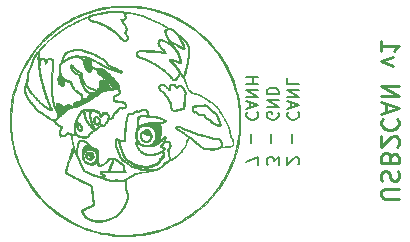
<source format=gbo>
%TF.GenerationSoftware,KiCad,Pcbnew,(5.1.9)-1*%
%TF.CreationDate,2021-02-06T23:27:04-06:00*%
%TF.ProjectId,USB2CAN,55534232-4341-44e2-9e6b-696361645f70,rev?*%
%TF.SameCoordinates,Original*%
%TF.FileFunction,Legend,Bot*%
%TF.FilePolarity,Positive*%
%FSLAX46Y46*%
G04 Gerber Fmt 4.6, Leading zero omitted, Abs format (unit mm)*
G04 Created by KiCad (PCBNEW (5.1.9)-1) date 2021-02-06 23:27:04*
%MOMM*%
%LPD*%
G01*
G04 APERTURE LIST*
%ADD10C,0.254000*%
%ADD11C,0.203200*%
%ADD12C,0.010000*%
G04 APERTURE END LIST*
D10*
X166429428Y-109423957D02*
X165215142Y-109423957D01*
X165072285Y-109352528D01*
X165000857Y-109281100D01*
X164929428Y-109138242D01*
X164929428Y-108852528D01*
X165000857Y-108709671D01*
X165072285Y-108638242D01*
X165215142Y-108566814D01*
X166429428Y-108566814D01*
X165000857Y-107923957D02*
X164929428Y-107709671D01*
X164929428Y-107352528D01*
X165000857Y-107209671D01*
X165072285Y-107138242D01*
X165215142Y-107066814D01*
X165358000Y-107066814D01*
X165500857Y-107138242D01*
X165572285Y-107209671D01*
X165643714Y-107352528D01*
X165715142Y-107638242D01*
X165786571Y-107781100D01*
X165858000Y-107852528D01*
X166000857Y-107923957D01*
X166143714Y-107923957D01*
X166286571Y-107852528D01*
X166358000Y-107781100D01*
X166429428Y-107638242D01*
X166429428Y-107281100D01*
X166358000Y-107066814D01*
X165715142Y-105923957D02*
X165643714Y-105709671D01*
X165572285Y-105638242D01*
X165429428Y-105566814D01*
X165215142Y-105566814D01*
X165072285Y-105638242D01*
X165000857Y-105709671D01*
X164929428Y-105852528D01*
X164929428Y-106423957D01*
X166429428Y-106423957D01*
X166429428Y-105923957D01*
X166358000Y-105781100D01*
X166286571Y-105709671D01*
X166143714Y-105638242D01*
X166000857Y-105638242D01*
X165858000Y-105709671D01*
X165786571Y-105781100D01*
X165715142Y-105923957D01*
X165715142Y-106423957D01*
X166286571Y-104995385D02*
X166358000Y-104923957D01*
X166429428Y-104781100D01*
X166429428Y-104423957D01*
X166358000Y-104281100D01*
X166286571Y-104209671D01*
X166143714Y-104138242D01*
X166000857Y-104138242D01*
X165786571Y-104209671D01*
X164929428Y-105066814D01*
X164929428Y-104138242D01*
X165072285Y-102638242D02*
X165000857Y-102709671D01*
X164929428Y-102923957D01*
X164929428Y-103066814D01*
X165000857Y-103281100D01*
X165143714Y-103423957D01*
X165286571Y-103495385D01*
X165572285Y-103566814D01*
X165786571Y-103566814D01*
X166072285Y-103495385D01*
X166215142Y-103423957D01*
X166358000Y-103281100D01*
X166429428Y-103066814D01*
X166429428Y-102923957D01*
X166358000Y-102709671D01*
X166286571Y-102638242D01*
X165358000Y-102066814D02*
X165358000Y-101352528D01*
X164929428Y-102209671D02*
X166429428Y-101709671D01*
X164929428Y-101209671D01*
X164929428Y-100709671D02*
X166429428Y-100709671D01*
X164929428Y-99852528D01*
X166429428Y-99852528D01*
X165929428Y-98138242D02*
X164929428Y-97781100D01*
X165929428Y-97423957D01*
X164929428Y-96066814D02*
X164929428Y-96923957D01*
X164929428Y-96495385D02*
X166429428Y-96495385D01*
X166215142Y-96638242D01*
X166072285Y-96781100D01*
X166000857Y-96923957D01*
D11*
X157888819Y-106489863D02*
X157937200Y-106441482D01*
X157985580Y-106344720D01*
X157985580Y-106102815D01*
X157937200Y-106006053D01*
X157888819Y-105957672D01*
X157792057Y-105909291D01*
X157695295Y-105909291D01*
X157550152Y-105957672D01*
X156969580Y-106538244D01*
X156969580Y-105909291D01*
X157356628Y-104699767D02*
X157356628Y-103925672D01*
X157066342Y-102087196D02*
X157017961Y-102135577D01*
X156969580Y-102280720D01*
X156969580Y-102377482D01*
X157017961Y-102522625D01*
X157114723Y-102619387D01*
X157211485Y-102667767D01*
X157405009Y-102716148D01*
X157550152Y-102716148D01*
X157743676Y-102667767D01*
X157840438Y-102619387D01*
X157937200Y-102522625D01*
X157985580Y-102377482D01*
X157985580Y-102280720D01*
X157937200Y-102135577D01*
X157888819Y-102087196D01*
X157259866Y-101700148D02*
X157259866Y-101216339D01*
X156969580Y-101796910D02*
X157985580Y-101458244D01*
X156969580Y-101119577D01*
X156969580Y-100780910D02*
X157985580Y-100780910D01*
X156969580Y-100200339D01*
X157985580Y-100200339D01*
X156969580Y-99232720D02*
X156969580Y-99716529D01*
X157985580Y-99716529D01*
X156258380Y-106538244D02*
X156258380Y-105909291D01*
X155871333Y-106247958D01*
X155871333Y-106102815D01*
X155822952Y-106006053D01*
X155774571Y-105957672D01*
X155677809Y-105909291D01*
X155435904Y-105909291D01*
X155339142Y-105957672D01*
X155290761Y-106006053D01*
X155242380Y-106102815D01*
X155242380Y-106393101D01*
X155290761Y-106489863D01*
X155339142Y-106538244D01*
X155629428Y-104699767D02*
X155629428Y-103925672D01*
X156210000Y-102135577D02*
X156258380Y-102232339D01*
X156258380Y-102377482D01*
X156210000Y-102522625D01*
X156113238Y-102619387D01*
X156016476Y-102667767D01*
X155822952Y-102716148D01*
X155677809Y-102716148D01*
X155484285Y-102667767D01*
X155387523Y-102619387D01*
X155290761Y-102522625D01*
X155242380Y-102377482D01*
X155242380Y-102280720D01*
X155290761Y-102135577D01*
X155339142Y-102087196D01*
X155677809Y-102087196D01*
X155677809Y-102280720D01*
X155242380Y-101651767D02*
X156258380Y-101651767D01*
X155242380Y-101071196D01*
X156258380Y-101071196D01*
X155242380Y-100587387D02*
X156258380Y-100587387D01*
X156258380Y-100345482D01*
X156210000Y-100200339D01*
X156113238Y-100103577D01*
X156016476Y-100055196D01*
X155822952Y-100006815D01*
X155677809Y-100006815D01*
X155484285Y-100055196D01*
X155387523Y-100103577D01*
X155290761Y-100200339D01*
X155242380Y-100345482D01*
X155242380Y-100587387D01*
X154531180Y-106538244D02*
X154531180Y-105860910D01*
X153515180Y-106296339D01*
X153902228Y-104699767D02*
X153902228Y-103925672D01*
X153611942Y-102087196D02*
X153563561Y-102135577D01*
X153515180Y-102280720D01*
X153515180Y-102377482D01*
X153563561Y-102522625D01*
X153660323Y-102619387D01*
X153757085Y-102667767D01*
X153950609Y-102716148D01*
X154095752Y-102716148D01*
X154289276Y-102667767D01*
X154386038Y-102619387D01*
X154482800Y-102522625D01*
X154531180Y-102377482D01*
X154531180Y-102280720D01*
X154482800Y-102135577D01*
X154434419Y-102087196D01*
X153805466Y-101700148D02*
X153805466Y-101216339D01*
X153515180Y-101796910D02*
X154531180Y-101458244D01*
X153515180Y-101119577D01*
X153515180Y-100780910D02*
X154531180Y-100780910D01*
X153515180Y-100200339D01*
X154531180Y-100200339D01*
X153515180Y-99716529D02*
X154531180Y-99716529D01*
X154047371Y-99716529D02*
X154047371Y-99135958D01*
X153515180Y-99135958D02*
X154531180Y-99135958D01*
D12*
G36*
X143554149Y-112579948D02*
G01*
X143959254Y-112559197D01*
X144351198Y-112523077D01*
X144754334Y-112469209D01*
X145153444Y-112398801D01*
X145548066Y-112312120D01*
X145937741Y-112209431D01*
X146322005Y-112090998D01*
X146700398Y-111957088D01*
X147072458Y-111807965D01*
X147437724Y-111643895D01*
X147795734Y-111465142D01*
X148146028Y-111271973D01*
X148488143Y-111064651D01*
X148821618Y-110843443D01*
X149145992Y-110608614D01*
X149460804Y-110360428D01*
X149765591Y-110099152D01*
X150059893Y-109825050D01*
X150343248Y-109538387D01*
X150615195Y-109239429D01*
X150875272Y-108928440D01*
X151090820Y-108649248D01*
X151328185Y-108315688D01*
X151550852Y-107973472D01*
X151758634Y-107623082D01*
X151951342Y-107264999D01*
X152128788Y-106899704D01*
X152290786Y-106527677D01*
X152437147Y-106149401D01*
X152567684Y-105765355D01*
X152682208Y-105376020D01*
X152780532Y-104981879D01*
X152862468Y-104583411D01*
X152927829Y-104181098D01*
X152970357Y-103835091D01*
X152981036Y-103730197D01*
X152990043Y-103634181D01*
X152997510Y-103544215D01*
X153003568Y-103457472D01*
X153008348Y-103371125D01*
X153011983Y-103282346D01*
X153014604Y-103188307D01*
X153016342Y-103086183D01*
X153017329Y-102973144D01*
X153017696Y-102846363D01*
X153017707Y-102817202D01*
X153017012Y-102648051D01*
X153014787Y-102492886D01*
X153010817Y-102348564D01*
X153004892Y-102211941D01*
X152996798Y-102079874D01*
X152986322Y-101949220D01*
X152973252Y-101816836D01*
X152957376Y-101679579D01*
X152938481Y-101534305D01*
X152923887Y-101429951D01*
X152857769Y-101028204D01*
X152775278Y-100631123D01*
X152676695Y-100239146D01*
X152562299Y-99852714D01*
X152432369Y-99472264D01*
X152287185Y-99098238D01*
X152127027Y-98731073D01*
X151952174Y-98371210D01*
X151762906Y-98019088D01*
X151559502Y-97675146D01*
X151342242Y-97339823D01*
X151111405Y-97013558D01*
X150867271Y-96696792D01*
X150610120Y-96389963D01*
X150340230Y-96093511D01*
X150057883Y-95807875D01*
X149763356Y-95533494D01*
X149456930Y-95270808D01*
X149138884Y-95020256D01*
X148809498Y-94782278D01*
X148607438Y-94646297D01*
X148260407Y-94429216D01*
X147905454Y-94227306D01*
X147543034Y-94040738D01*
X147173598Y-93869684D01*
X146797599Y-93714313D01*
X146415492Y-93574798D01*
X146027728Y-93451310D01*
X145634760Y-93344019D01*
X145237042Y-93253097D01*
X144835027Y-93178714D01*
X144643251Y-93149305D01*
X144481195Y-93127074D01*
X144328935Y-93108377D01*
X144182891Y-93092958D01*
X144039478Y-93080562D01*
X143895115Y-93070932D01*
X143746218Y-93063812D01*
X143589205Y-93058945D01*
X143420494Y-93056076D01*
X143329013Y-93055301D01*
X143244957Y-93054870D01*
X143164230Y-93054595D01*
X143088859Y-93054474D01*
X143020870Y-93054504D01*
X142962292Y-93054681D01*
X142915151Y-93055003D01*
X142881474Y-93055467D01*
X142865165Y-93055960D01*
X142785718Y-93060397D01*
X142697497Y-93065956D01*
X142604524Y-93072335D01*
X142510820Y-93079235D01*
X142420408Y-93086354D01*
X142337309Y-93093392D01*
X142265544Y-93100048D01*
X142238111Y-93102829D01*
X141833486Y-93153828D01*
X141432989Y-93221349D01*
X141037061Y-93305136D01*
X140646145Y-93404932D01*
X140260681Y-93520479D01*
X139881113Y-93651522D01*
X139507882Y-93797803D01*
X139141429Y-93959066D01*
X138782196Y-94135052D01*
X138430626Y-94325507D01*
X138087160Y-94530171D01*
X137752240Y-94748790D01*
X137426307Y-94981106D01*
X137109804Y-95226861D01*
X136803173Y-95485799D01*
X136506855Y-95757664D01*
X136221292Y-96042198D01*
X135946926Y-96339144D01*
X135684198Y-96648246D01*
X135433552Y-96969247D01*
X135318834Y-97125844D01*
X135087834Y-97462410D01*
X134871893Y-97806968D01*
X134671131Y-98159027D01*
X134485664Y-98518099D01*
X134315613Y-98883694D01*
X134161095Y-99255325D01*
X134022230Y-99632501D01*
X133899135Y-100014733D01*
X133791930Y-100401533D01*
X133700732Y-100792411D01*
X133625661Y-101186878D01*
X133566834Y-101584446D01*
X133524372Y-101984624D01*
X133498391Y-102386924D01*
X133491129Y-102699722D01*
X133594656Y-102699722D01*
X133608234Y-102294999D01*
X133638907Y-101890626D01*
X133686688Y-101486969D01*
X133721945Y-101255148D01*
X133795037Y-100859584D01*
X133883045Y-100471739D01*
X133986318Y-100090547D01*
X134105204Y-99714942D01*
X134240051Y-99343857D01*
X134391209Y-98976224D01*
X134559025Y-98610977D01*
X134637264Y-98452665D01*
X134826859Y-98095950D01*
X135030697Y-97748579D01*
X135248378Y-97410914D01*
X135479500Y-97083316D01*
X135723662Y-96766147D01*
X135980464Y-96459769D01*
X136249504Y-96164544D01*
X136530383Y-95880832D01*
X136822697Y-95608995D01*
X137126048Y-95349395D01*
X137440033Y-95102394D01*
X137764253Y-94868353D01*
X138098305Y-94647634D01*
X138441790Y-94440598D01*
X138794306Y-94247607D01*
X139155452Y-94069022D01*
X139524828Y-93905206D01*
X139802906Y-93793825D01*
X140179155Y-93658830D01*
X140561046Y-93539479D01*
X140947651Y-93435926D01*
X141338041Y-93348325D01*
X141731286Y-93276829D01*
X142126458Y-93221592D01*
X142522629Y-93182766D01*
X142918868Y-93160506D01*
X143314247Y-93154964D01*
X143625361Y-93162507D01*
X144037708Y-93187994D01*
X144446083Y-93230137D01*
X144850204Y-93288840D01*
X145249788Y-93364003D01*
X145644551Y-93455529D01*
X146034211Y-93563319D01*
X146418485Y-93687275D01*
X146797090Y-93827300D01*
X147169742Y-93983294D01*
X147536160Y-94155159D01*
X147896060Y-94342799D01*
X148249159Y-94546113D01*
X148595175Y-94765005D01*
X148933824Y-94999376D01*
X148947035Y-95008942D01*
X149124631Y-95140705D01*
X149294124Y-95272733D01*
X149458441Y-95407541D01*
X149620509Y-95547645D01*
X149783255Y-95695559D01*
X149949607Y-95853800D01*
X150081302Y-95983571D01*
X150233043Y-96137496D01*
X150373274Y-96284901D01*
X150504690Y-96428932D01*
X150629984Y-96572734D01*
X150751850Y-96719452D01*
X150872982Y-96872232D01*
X150996073Y-97034218D01*
X151087589Y-97158542D01*
X151313130Y-97483100D01*
X151525157Y-97817893D01*
X151723372Y-98162181D01*
X151907478Y-98515223D01*
X152077176Y-98876279D01*
X152232168Y-99244608D01*
X152372157Y-99619469D01*
X152496846Y-100000122D01*
X152605935Y-100385827D01*
X152699127Y-100775842D01*
X152776124Y-101169427D01*
X152824575Y-101477195D01*
X152872437Y-101878592D01*
X152903278Y-102281068D01*
X152917172Y-102684040D01*
X152914198Y-103086928D01*
X152894431Y-103489150D01*
X152857949Y-103890126D01*
X152804829Y-104289275D01*
X152735146Y-104686016D01*
X152648979Y-105079767D01*
X152546403Y-105469947D01*
X152427496Y-105855976D01*
X152292334Y-106237272D01*
X152148045Y-106596708D01*
X151981665Y-106966580D01*
X151800472Y-107328010D01*
X151604352Y-107681180D01*
X151393189Y-108026270D01*
X151166869Y-108363461D01*
X150925277Y-108692935D01*
X150668297Y-109014872D01*
X150458272Y-109259542D01*
X150416519Y-109305529D01*
X150364203Y-109361281D01*
X150303300Y-109424829D01*
X150235784Y-109494206D01*
X150163628Y-109567441D01*
X150088806Y-109642566D01*
X150013294Y-109717612D01*
X149939064Y-109790610D01*
X149868092Y-109859592D01*
X149802351Y-109922589D01*
X149743815Y-109977631D01*
X149694459Y-110022751D01*
X149681161Y-110034565D01*
X149401844Y-110272642D01*
X149121953Y-110495161D01*
X148839214Y-110703659D01*
X148551350Y-110899672D01*
X148256086Y-111084737D01*
X147951145Y-111260391D01*
X147634253Y-111428171D01*
X147568073Y-111461500D01*
X147200614Y-111635497D01*
X146827567Y-111793373D01*
X146449433Y-111935070D01*
X146066714Y-112060532D01*
X145679910Y-112169702D01*
X145289523Y-112262522D01*
X144896054Y-112338937D01*
X144500004Y-112398888D01*
X144101874Y-112442319D01*
X143702165Y-112469173D01*
X143301378Y-112479394D01*
X142900014Y-112472923D01*
X142498574Y-112449704D01*
X142097560Y-112409681D01*
X141697473Y-112352795D01*
X141298813Y-112278991D01*
X140988297Y-112209431D01*
X140598688Y-112106646D01*
X140213734Y-111987547D01*
X139834084Y-111852467D01*
X139460390Y-111701740D01*
X139093301Y-111535696D01*
X138733469Y-111354670D01*
X138381543Y-111158994D01*
X138038175Y-110949001D01*
X137704015Y-110725024D01*
X137379713Y-110487395D01*
X137065921Y-110236447D01*
X136966466Y-110152212D01*
X136754479Y-109964117D01*
X136542565Y-109764436D01*
X136334317Y-109556807D01*
X136133327Y-109344868D01*
X135943189Y-109132255D01*
X135843519Y-109015128D01*
X135590404Y-108698665D01*
X135351020Y-108372213D01*
X135125661Y-108036356D01*
X134914623Y-107691678D01*
X134718201Y-107338763D01*
X134536692Y-106978196D01*
X134370389Y-106610560D01*
X134219589Y-106236441D01*
X134084588Y-105856423D01*
X133965680Y-105471089D01*
X133871382Y-105114970D01*
X133782689Y-104715813D01*
X133711007Y-104314815D01*
X133656348Y-103912342D01*
X133618727Y-103508759D01*
X133598158Y-103104431D01*
X133594656Y-102699722D01*
X133491129Y-102699722D01*
X133489013Y-102790857D01*
X133496351Y-103195934D01*
X133520529Y-103601665D01*
X133561662Y-104007561D01*
X133593372Y-104243106D01*
X133661047Y-104644836D01*
X133745371Y-105042744D01*
X133846138Y-105436318D01*
X133963139Y-105825041D01*
X134096165Y-106208399D01*
X134245008Y-106585877D01*
X134409460Y-106956960D01*
X134589312Y-107321133D01*
X134784357Y-107677881D01*
X134994386Y-108026689D01*
X135219190Y-108367043D01*
X135318834Y-108508559D01*
X135563356Y-108834869D01*
X135819770Y-109149030D01*
X136087623Y-109450840D01*
X136366464Y-109740100D01*
X136655840Y-110016606D01*
X136955298Y-110280160D01*
X137264388Y-110530559D01*
X137582655Y-110767602D01*
X137909649Y-110991089D01*
X138244916Y-111200819D01*
X138588005Y-111396591D01*
X138938463Y-111578203D01*
X139295838Y-111745454D01*
X139659678Y-111898145D01*
X140029531Y-112036072D01*
X140404944Y-112159037D01*
X140785465Y-112266837D01*
X141170641Y-112359271D01*
X141560022Y-112436139D01*
X141953154Y-112497240D01*
X142349584Y-112542372D01*
X142748862Y-112571335D01*
X143150534Y-112583926D01*
X143554149Y-112579948D01*
G37*
X143554149Y-112579948D02*
X143959254Y-112559197D01*
X144351198Y-112523077D01*
X144754334Y-112469209D01*
X145153444Y-112398801D01*
X145548066Y-112312120D01*
X145937741Y-112209431D01*
X146322005Y-112090998D01*
X146700398Y-111957088D01*
X147072458Y-111807965D01*
X147437724Y-111643895D01*
X147795734Y-111465142D01*
X148146028Y-111271973D01*
X148488143Y-111064651D01*
X148821618Y-110843443D01*
X149145992Y-110608614D01*
X149460804Y-110360428D01*
X149765591Y-110099152D01*
X150059893Y-109825050D01*
X150343248Y-109538387D01*
X150615195Y-109239429D01*
X150875272Y-108928440D01*
X151090820Y-108649248D01*
X151328185Y-108315688D01*
X151550852Y-107973472D01*
X151758634Y-107623082D01*
X151951342Y-107264999D01*
X152128788Y-106899704D01*
X152290786Y-106527677D01*
X152437147Y-106149401D01*
X152567684Y-105765355D01*
X152682208Y-105376020D01*
X152780532Y-104981879D01*
X152862468Y-104583411D01*
X152927829Y-104181098D01*
X152970357Y-103835091D01*
X152981036Y-103730197D01*
X152990043Y-103634181D01*
X152997510Y-103544215D01*
X153003568Y-103457472D01*
X153008348Y-103371125D01*
X153011983Y-103282346D01*
X153014604Y-103188307D01*
X153016342Y-103086183D01*
X153017329Y-102973144D01*
X153017696Y-102846363D01*
X153017707Y-102817202D01*
X153017012Y-102648051D01*
X153014787Y-102492886D01*
X153010817Y-102348564D01*
X153004892Y-102211941D01*
X152996798Y-102079874D01*
X152986322Y-101949220D01*
X152973252Y-101816836D01*
X152957376Y-101679579D01*
X152938481Y-101534305D01*
X152923887Y-101429951D01*
X152857769Y-101028204D01*
X152775278Y-100631123D01*
X152676695Y-100239146D01*
X152562299Y-99852714D01*
X152432369Y-99472264D01*
X152287185Y-99098238D01*
X152127027Y-98731073D01*
X151952174Y-98371210D01*
X151762906Y-98019088D01*
X151559502Y-97675146D01*
X151342242Y-97339823D01*
X151111405Y-97013558D01*
X150867271Y-96696792D01*
X150610120Y-96389963D01*
X150340230Y-96093511D01*
X150057883Y-95807875D01*
X149763356Y-95533494D01*
X149456930Y-95270808D01*
X149138884Y-95020256D01*
X148809498Y-94782278D01*
X148607438Y-94646297D01*
X148260407Y-94429216D01*
X147905454Y-94227306D01*
X147543034Y-94040738D01*
X147173598Y-93869684D01*
X146797599Y-93714313D01*
X146415492Y-93574798D01*
X146027728Y-93451310D01*
X145634760Y-93344019D01*
X145237042Y-93253097D01*
X144835027Y-93178714D01*
X144643251Y-93149305D01*
X144481195Y-93127074D01*
X144328935Y-93108377D01*
X144182891Y-93092958D01*
X144039478Y-93080562D01*
X143895115Y-93070932D01*
X143746218Y-93063812D01*
X143589205Y-93058945D01*
X143420494Y-93056076D01*
X143329013Y-93055301D01*
X143244957Y-93054870D01*
X143164230Y-93054595D01*
X143088859Y-93054474D01*
X143020870Y-93054504D01*
X142962292Y-93054681D01*
X142915151Y-93055003D01*
X142881474Y-93055467D01*
X142865165Y-93055960D01*
X142785718Y-93060397D01*
X142697497Y-93065956D01*
X142604524Y-93072335D01*
X142510820Y-93079235D01*
X142420408Y-93086354D01*
X142337309Y-93093392D01*
X142265544Y-93100048D01*
X142238111Y-93102829D01*
X141833486Y-93153828D01*
X141432989Y-93221349D01*
X141037061Y-93305136D01*
X140646145Y-93404932D01*
X140260681Y-93520479D01*
X139881113Y-93651522D01*
X139507882Y-93797803D01*
X139141429Y-93959066D01*
X138782196Y-94135052D01*
X138430626Y-94325507D01*
X138087160Y-94530171D01*
X137752240Y-94748790D01*
X137426307Y-94981106D01*
X137109804Y-95226861D01*
X136803173Y-95485799D01*
X136506855Y-95757664D01*
X136221292Y-96042198D01*
X135946926Y-96339144D01*
X135684198Y-96648246D01*
X135433552Y-96969247D01*
X135318834Y-97125844D01*
X135087834Y-97462410D01*
X134871893Y-97806968D01*
X134671131Y-98159027D01*
X134485664Y-98518099D01*
X134315613Y-98883694D01*
X134161095Y-99255325D01*
X134022230Y-99632501D01*
X133899135Y-100014733D01*
X133791930Y-100401533D01*
X133700732Y-100792411D01*
X133625661Y-101186878D01*
X133566834Y-101584446D01*
X133524372Y-101984624D01*
X133498391Y-102386924D01*
X133491129Y-102699722D01*
X133594656Y-102699722D01*
X133608234Y-102294999D01*
X133638907Y-101890626D01*
X133686688Y-101486969D01*
X133721945Y-101255148D01*
X133795037Y-100859584D01*
X133883045Y-100471739D01*
X133986318Y-100090547D01*
X134105204Y-99714942D01*
X134240051Y-99343857D01*
X134391209Y-98976224D01*
X134559025Y-98610977D01*
X134637264Y-98452665D01*
X134826859Y-98095950D01*
X135030697Y-97748579D01*
X135248378Y-97410914D01*
X135479500Y-97083316D01*
X135723662Y-96766147D01*
X135980464Y-96459769D01*
X136249504Y-96164544D01*
X136530383Y-95880832D01*
X136822697Y-95608995D01*
X137126048Y-95349395D01*
X137440033Y-95102394D01*
X137764253Y-94868353D01*
X138098305Y-94647634D01*
X138441790Y-94440598D01*
X138794306Y-94247607D01*
X139155452Y-94069022D01*
X139524828Y-93905206D01*
X139802906Y-93793825D01*
X140179155Y-93658830D01*
X140561046Y-93539479D01*
X140947651Y-93435926D01*
X141338041Y-93348325D01*
X141731286Y-93276829D01*
X142126458Y-93221592D01*
X142522629Y-93182766D01*
X142918868Y-93160506D01*
X143314247Y-93154964D01*
X143625361Y-93162507D01*
X144037708Y-93187994D01*
X144446083Y-93230137D01*
X144850204Y-93288840D01*
X145249788Y-93364003D01*
X145644551Y-93455529D01*
X146034211Y-93563319D01*
X146418485Y-93687275D01*
X146797090Y-93827300D01*
X147169742Y-93983294D01*
X147536160Y-94155159D01*
X147896060Y-94342799D01*
X148249159Y-94546113D01*
X148595175Y-94765005D01*
X148933824Y-94999376D01*
X148947035Y-95008942D01*
X149124631Y-95140705D01*
X149294124Y-95272733D01*
X149458441Y-95407541D01*
X149620509Y-95547645D01*
X149783255Y-95695559D01*
X149949607Y-95853800D01*
X150081302Y-95983571D01*
X150233043Y-96137496D01*
X150373274Y-96284901D01*
X150504690Y-96428932D01*
X150629984Y-96572734D01*
X150751850Y-96719452D01*
X150872982Y-96872232D01*
X150996073Y-97034218D01*
X151087589Y-97158542D01*
X151313130Y-97483100D01*
X151525157Y-97817893D01*
X151723372Y-98162181D01*
X151907478Y-98515223D01*
X152077176Y-98876279D01*
X152232168Y-99244608D01*
X152372157Y-99619469D01*
X152496846Y-100000122D01*
X152605935Y-100385827D01*
X152699127Y-100775842D01*
X152776124Y-101169427D01*
X152824575Y-101477195D01*
X152872437Y-101878592D01*
X152903278Y-102281068D01*
X152917172Y-102684040D01*
X152914198Y-103086928D01*
X152894431Y-103489150D01*
X152857949Y-103890126D01*
X152804829Y-104289275D01*
X152735146Y-104686016D01*
X152648979Y-105079767D01*
X152546403Y-105469947D01*
X152427496Y-105855976D01*
X152292334Y-106237272D01*
X152148045Y-106596708D01*
X151981665Y-106966580D01*
X151800472Y-107328010D01*
X151604352Y-107681180D01*
X151393189Y-108026270D01*
X151166869Y-108363461D01*
X150925277Y-108692935D01*
X150668297Y-109014872D01*
X150458272Y-109259542D01*
X150416519Y-109305529D01*
X150364203Y-109361281D01*
X150303300Y-109424829D01*
X150235784Y-109494206D01*
X150163628Y-109567441D01*
X150088806Y-109642566D01*
X150013294Y-109717612D01*
X149939064Y-109790610D01*
X149868092Y-109859592D01*
X149802351Y-109922589D01*
X149743815Y-109977631D01*
X149694459Y-110022751D01*
X149681161Y-110034565D01*
X149401844Y-110272642D01*
X149121953Y-110495161D01*
X148839214Y-110703659D01*
X148551350Y-110899672D01*
X148256086Y-111084737D01*
X147951145Y-111260391D01*
X147634253Y-111428171D01*
X147568073Y-111461500D01*
X147200614Y-111635497D01*
X146827567Y-111793373D01*
X146449433Y-111935070D01*
X146066714Y-112060532D01*
X145679910Y-112169702D01*
X145289523Y-112262522D01*
X144896054Y-112338937D01*
X144500004Y-112398888D01*
X144101874Y-112442319D01*
X143702165Y-112469173D01*
X143301378Y-112479394D01*
X142900014Y-112472923D01*
X142498574Y-112449704D01*
X142097560Y-112409681D01*
X141697473Y-112352795D01*
X141298813Y-112278991D01*
X140988297Y-112209431D01*
X140598688Y-112106646D01*
X140213734Y-111987547D01*
X139834084Y-111852467D01*
X139460390Y-111701740D01*
X139093301Y-111535696D01*
X138733469Y-111354670D01*
X138381543Y-111158994D01*
X138038175Y-110949001D01*
X137704015Y-110725024D01*
X137379713Y-110487395D01*
X137065921Y-110236447D01*
X136966466Y-110152212D01*
X136754479Y-109964117D01*
X136542565Y-109764436D01*
X136334317Y-109556807D01*
X136133327Y-109344868D01*
X135943189Y-109132255D01*
X135843519Y-109015128D01*
X135590404Y-108698665D01*
X135351020Y-108372213D01*
X135125661Y-108036356D01*
X134914623Y-107691678D01*
X134718201Y-107338763D01*
X134536692Y-106978196D01*
X134370389Y-106610560D01*
X134219589Y-106236441D01*
X134084588Y-105856423D01*
X133965680Y-105471089D01*
X133871382Y-105114970D01*
X133782689Y-104715813D01*
X133711007Y-104314815D01*
X133656348Y-103912342D01*
X133618727Y-103508759D01*
X133598158Y-103104431D01*
X133594656Y-102699722D01*
X133491129Y-102699722D01*
X133489013Y-102790857D01*
X133496351Y-103195934D01*
X133520529Y-103601665D01*
X133561662Y-104007561D01*
X133593372Y-104243106D01*
X133661047Y-104644836D01*
X133745371Y-105042744D01*
X133846138Y-105436318D01*
X133963139Y-105825041D01*
X134096165Y-106208399D01*
X134245008Y-106585877D01*
X134409460Y-106956960D01*
X134589312Y-107321133D01*
X134784357Y-107677881D01*
X134994386Y-108026689D01*
X135219190Y-108367043D01*
X135318834Y-108508559D01*
X135563356Y-108834869D01*
X135819770Y-109149030D01*
X136087623Y-109450840D01*
X136366464Y-109740100D01*
X136655840Y-110016606D01*
X136955298Y-110280160D01*
X137264388Y-110530559D01*
X137582655Y-110767602D01*
X137909649Y-110991089D01*
X138244916Y-111200819D01*
X138588005Y-111396591D01*
X138938463Y-111578203D01*
X139295838Y-111745454D01*
X139659678Y-111898145D01*
X140029531Y-112036072D01*
X140404944Y-112159037D01*
X140785465Y-112266837D01*
X141170641Y-112359271D01*
X141560022Y-112436139D01*
X141953154Y-112497240D01*
X142349584Y-112542372D01*
X142748862Y-112571335D01*
X143150534Y-112583926D01*
X143554149Y-112579948D01*
G36*
X141145325Y-111360595D02*
G01*
X141261370Y-111350769D01*
X141384786Y-111331632D01*
X141512387Y-111303687D01*
X141640990Y-111267433D01*
X141649710Y-111264672D01*
X141728390Y-111238359D01*
X141813788Y-111207620D01*
X141903551Y-111173467D01*
X141995326Y-111136912D01*
X142086759Y-111098966D01*
X142175496Y-111060643D01*
X142259185Y-111022952D01*
X142335472Y-110986907D01*
X142402004Y-110953519D01*
X142456427Y-110923799D01*
X142488799Y-110903921D01*
X142519078Y-110881577D01*
X142558948Y-110848721D01*
X142606278Y-110807404D01*
X142658939Y-110759674D01*
X142714801Y-110707581D01*
X142771734Y-110653174D01*
X142827609Y-110598503D01*
X142880295Y-110545617D01*
X142927662Y-110496566D01*
X142967581Y-110453398D01*
X142997922Y-110418164D01*
X143010428Y-110401984D01*
X143085646Y-110291942D01*
X143154147Y-110179958D01*
X143214233Y-110069167D01*
X143264201Y-109962703D01*
X143302353Y-109863701D01*
X143302388Y-109863597D01*
X143320302Y-109813482D01*
X143340992Y-109760579D01*
X143361779Y-109711499D01*
X143378468Y-109675836D01*
X143428381Y-109558137D01*
X143464096Y-109432536D01*
X143485026Y-109301614D01*
X143490741Y-109182234D01*
X143489582Y-109132412D01*
X143486194Y-109085419D01*
X143479977Y-109038354D01*
X143470330Y-108988317D01*
X143456653Y-108932407D01*
X143438344Y-108867724D01*
X143414803Y-108791367D01*
X143400671Y-108747245D01*
X143348303Y-108585244D01*
X143328888Y-108258832D01*
X143323739Y-108173599D01*
X143319291Y-108103683D01*
X143315354Y-108047244D01*
X143311741Y-108002441D01*
X143308263Y-107967433D01*
X143304731Y-107940382D01*
X143300957Y-107919448D01*
X143296753Y-107902789D01*
X143291929Y-107888565D01*
X143290614Y-107885197D01*
X143278956Y-107857822D01*
X143268497Y-107836322D01*
X143263133Y-107827586D01*
X143262576Y-107818675D01*
X143274569Y-107806037D01*
X143300352Y-107788223D01*
X143316756Y-107777929D01*
X143346120Y-107759582D01*
X143386811Y-107734201D01*
X143437197Y-107702801D01*
X143495646Y-107666400D01*
X143560526Y-107626013D01*
X143630204Y-107582658D01*
X143703050Y-107537351D01*
X143707689Y-107534467D01*
X144069185Y-107309685D01*
X144857173Y-107163646D01*
X145011043Y-107135232D01*
X145148469Y-107110073D01*
X145269862Y-107088099D01*
X145375633Y-107069240D01*
X145466194Y-107053424D01*
X145541955Y-107040581D01*
X145603326Y-107030641D01*
X145650720Y-107023532D01*
X145684547Y-107019185D01*
X145705217Y-107017527D01*
X145706838Y-107017506D01*
X145791577Y-107009582D01*
X145871925Y-106985599D01*
X145910093Y-106968034D01*
X146014024Y-106914562D01*
X146103723Y-106867949D01*
X146180365Y-106827450D01*
X146245122Y-106792320D01*
X146299169Y-106761814D01*
X146343678Y-106735186D01*
X146379824Y-106711693D01*
X146408781Y-106690588D01*
X146431721Y-106671127D01*
X146449819Y-106652566D01*
X146464248Y-106634158D01*
X146476181Y-106615159D01*
X146481531Y-106605298D01*
X146495330Y-106584647D01*
X146518625Y-106555900D01*
X146548324Y-106522652D01*
X146581333Y-106488496D01*
X146586048Y-106483841D01*
X146624417Y-106447101D01*
X146656238Y-106419439D01*
X146686509Y-106397212D01*
X146720228Y-106376777D01*
X146762394Y-106354491D01*
X146766119Y-106352602D01*
X146817418Y-106324962D01*
X146867183Y-106295120D01*
X146912348Y-106265173D01*
X146949846Y-106237215D01*
X146976608Y-106213342D01*
X146985784Y-106202511D01*
X146996946Y-106192809D01*
X147020360Y-106176618D01*
X147053229Y-106155735D01*
X147092755Y-106131957D01*
X147121680Y-106115237D01*
X147270199Y-106029313D01*
X147404072Y-105948455D01*
X147524618Y-105871373D01*
X147633151Y-105796780D01*
X147730990Y-105723386D01*
X147819450Y-105649903D01*
X147899848Y-105575042D01*
X147973500Y-105497515D01*
X148041724Y-105416033D01*
X148105835Y-105329308D01*
X148167151Y-105236050D01*
X148226987Y-105134972D01*
X148286661Y-105024785D01*
X148336760Y-104925994D01*
X148378923Y-104840065D01*
X148414611Y-104765526D01*
X148445443Y-104698616D01*
X148473041Y-104635573D01*
X148499026Y-104572637D01*
X148525019Y-104506045D01*
X148552641Y-104432036D01*
X148569050Y-104386985D01*
X148587052Y-104337916D01*
X148603307Y-104294878D01*
X148616859Y-104260300D01*
X148626752Y-104236611D01*
X148632030Y-104226239D01*
X148632420Y-104225974D01*
X148640870Y-104231002D01*
X148659627Y-104244528D01*
X148685611Y-104264281D01*
X148706220Y-104280414D01*
X148819548Y-104370172D01*
X148927555Y-104455825D01*
X149029371Y-104536680D01*
X149124125Y-104612041D01*
X149210947Y-104681215D01*
X149288965Y-104743506D01*
X149357310Y-104798220D01*
X149415110Y-104844661D01*
X149461495Y-104882137D01*
X149495595Y-104909951D01*
X149505419Y-104918065D01*
X149551377Y-104955358D01*
X149604241Y-104996882D01*
X149657124Y-105037293D01*
X149698689Y-105068039D01*
X149736593Y-105095636D01*
X149771482Y-105121359D01*
X149799982Y-105142698D01*
X149818715Y-105157142D01*
X149821404Y-105159321D01*
X149842776Y-105172899D01*
X149862619Y-105179320D01*
X149864353Y-105179397D01*
X149882721Y-105182391D01*
X149909678Y-105190065D01*
X149928169Y-105196562D01*
X149957830Y-105206855D01*
X149989370Y-105215550D01*
X150024694Y-105222846D01*
X150065707Y-105228941D01*
X150114313Y-105234034D01*
X150172418Y-105238323D01*
X150241925Y-105242007D01*
X150324740Y-105245284D01*
X150422767Y-105248352D01*
X150426256Y-105248452D01*
X150512959Y-105250849D01*
X150585048Y-105252525D01*
X150645079Y-105253279D01*
X150695610Y-105252912D01*
X150739198Y-105251222D01*
X150778400Y-105248009D01*
X150815773Y-105243072D01*
X150853875Y-105236210D01*
X150895262Y-105227223D01*
X150942492Y-105215911D01*
X150989281Y-105204281D01*
X151094733Y-105175035D01*
X151183235Y-105144247D01*
X151254721Y-105111943D01*
X151282869Y-105095968D01*
X151334120Y-105064377D01*
X151566332Y-105053961D01*
X151628279Y-105051031D01*
X151684952Y-105048063D01*
X151733977Y-105045204D01*
X151772978Y-105042602D01*
X151799579Y-105040403D01*
X151811406Y-105038757D01*
X151811428Y-105038748D01*
X151823876Y-105036458D01*
X151850399Y-105033083D01*
X151887954Y-105028962D01*
X151933494Y-105024431D01*
X151975553Y-105020568D01*
X152073648Y-105009853D01*
X152155922Y-104996501D01*
X152221997Y-104980588D01*
X152271495Y-104962190D01*
X152277304Y-104959305D01*
X152321280Y-104928877D01*
X152361944Y-104886639D01*
X152394421Y-104837891D01*
X152400813Y-104825043D01*
X152412194Y-104798816D01*
X152419401Y-104776199D01*
X152423324Y-104751890D01*
X152424850Y-104720584D01*
X152424901Y-104681186D01*
X152423770Y-104642589D01*
X152420481Y-104606811D01*
X152414244Y-104571490D01*
X152404269Y-104534262D01*
X152389767Y-104492764D01*
X152369948Y-104444635D01*
X152344022Y-104387510D01*
X152311200Y-104319028D01*
X152288170Y-104272116D01*
X152252954Y-104200629D01*
X152224329Y-104141468D01*
X152201281Y-104091550D01*
X152182800Y-104047795D01*
X152167873Y-104007122D01*
X152155489Y-103966450D01*
X152144634Y-103922699D01*
X152134298Y-103872787D01*
X152123468Y-103813633D01*
X152111133Y-103742157D01*
X152107937Y-103723424D01*
X152091652Y-103631778D01*
X152076146Y-103553631D01*
X152060500Y-103485388D01*
X152043792Y-103423454D01*
X152025102Y-103364233D01*
X152003509Y-103304130D01*
X151994639Y-103281050D01*
X151971424Y-103225092D01*
X151941207Y-103157676D01*
X151905666Y-103082171D01*
X151866477Y-103001946D01*
X151825316Y-102920369D01*
X151783861Y-102840808D01*
X151743788Y-102766634D01*
X151706774Y-102701213D01*
X151701759Y-102692650D01*
X151679314Y-102654485D01*
X151649798Y-102604233D01*
X151614816Y-102544632D01*
X151575977Y-102478421D01*
X151534886Y-102408339D01*
X151493150Y-102337126D01*
X151459884Y-102280340D01*
X151391302Y-102164195D01*
X151329532Y-102061788D01*
X151273507Y-101971592D01*
X151222156Y-101892080D01*
X151174410Y-101821725D01*
X151129200Y-101759000D01*
X151085458Y-101702380D01*
X151042113Y-101650336D01*
X150998096Y-101601342D01*
X150952340Y-101553871D01*
X150948418Y-101549940D01*
X150895227Y-101499693D01*
X150830051Y-101442912D01*
X150755715Y-101381765D01*
X150675049Y-101318416D01*
X150590880Y-101255034D01*
X150506036Y-101193783D01*
X150423344Y-101136832D01*
X150345631Y-101086345D01*
X150333374Y-101078719D01*
X150297298Y-101056452D01*
X150251351Y-101028126D01*
X150200298Y-100996676D01*
X150148906Y-100965039D01*
X150123535Y-100949431D01*
X150071669Y-100917401D01*
X150010965Y-100879707D01*
X149947097Y-100839883D01*
X149885736Y-100801465D01*
X149849024Y-100778380D01*
X149749898Y-100717409D01*
X149660827Y-100666137D01*
X149578750Y-100623169D01*
X149500604Y-100587110D01*
X149423328Y-100556567D01*
X149343859Y-100530144D01*
X149259136Y-100506447D01*
X149242684Y-100502261D01*
X149120447Y-100467373D01*
X149007300Y-100426603D01*
X148905019Y-100380791D01*
X148815379Y-100330773D01*
X148740157Y-100277389D01*
X148709647Y-100250771D01*
X148672378Y-100213798D01*
X148639318Y-100176273D01*
X148609360Y-100136129D01*
X148581398Y-100091296D01*
X148554323Y-100039705D01*
X148527029Y-99979287D01*
X148498409Y-99907975D01*
X148467355Y-99823698D01*
X148441353Y-99749437D01*
X148419467Y-99686378D01*
X148397173Y-99622980D01*
X148375761Y-99562853D01*
X148356524Y-99509612D01*
X148340753Y-99466868D01*
X148333524Y-99447846D01*
X148318007Y-99405111D01*
X148300148Y-99351717D01*
X148281870Y-99293646D01*
X148265094Y-99236880D01*
X148260595Y-99220832D01*
X148223411Y-99086170D01*
X148248168Y-99051046D01*
X148267543Y-99017104D01*
X148289174Y-98967656D01*
X148312669Y-98904171D01*
X148337633Y-98828117D01*
X148363673Y-98740964D01*
X148390396Y-98644179D01*
X148417408Y-98539231D01*
X148444316Y-98427589D01*
X148470726Y-98310721D01*
X148496245Y-98190096D01*
X148520480Y-98067182D01*
X148539427Y-97963972D01*
X148550901Y-97901272D01*
X148563181Y-97837704D01*
X148575411Y-97777470D01*
X148586731Y-97724772D01*
X148596283Y-97683811D01*
X148598212Y-97676214D01*
X148613262Y-97607630D01*
X148624168Y-97536399D01*
X148628344Y-97491534D01*
X148632212Y-97442393D01*
X148637727Y-97388827D01*
X148643919Y-97339875D01*
X148646301Y-97324033D01*
X148650929Y-97288481D01*
X148656114Y-97236420D01*
X148661810Y-97168511D01*
X148667969Y-97085413D01*
X148674541Y-96987788D01*
X148681479Y-96876295D01*
X148688735Y-96751594D01*
X148691021Y-96710731D01*
X148692438Y-96650047D01*
X148688269Y-96601218D01*
X148677220Y-96559468D01*
X148658001Y-96520019D01*
X148629319Y-96478092D01*
X148627485Y-96475677D01*
X148605852Y-96444481D01*
X148579880Y-96402695D01*
X148552514Y-96355285D01*
X148526700Y-96307219D01*
X148521279Y-96296568D01*
X148499456Y-96254335D01*
X148478109Y-96216080D01*
X148455817Y-96180059D01*
X148431161Y-96144527D01*
X148402721Y-96107738D01*
X148369077Y-96067948D01*
X148328809Y-96023412D01*
X148280498Y-95972386D01*
X148222724Y-95913123D01*
X148154067Y-95843879D01*
X148147884Y-95837678D01*
X148086971Y-95776941D01*
X148036424Y-95727361D01*
X147994794Y-95687622D01*
X147960629Y-95656412D01*
X147932479Y-95632415D01*
X147908895Y-95614317D01*
X147888426Y-95600805D01*
X147882961Y-95597611D01*
X147862729Y-95584615D01*
X147836796Y-95565159D01*
X147804139Y-95538349D01*
X147763732Y-95503290D01*
X147714552Y-95459086D01*
X147655572Y-95404843D01*
X147585768Y-95339666D01*
X147560844Y-95316227D01*
X147503274Y-95262206D01*
X147448369Y-95211059D01*
X147397649Y-95164175D01*
X147352636Y-95122944D01*
X147314850Y-95088756D01*
X147285813Y-95063000D01*
X147267045Y-95047068D01*
X147262424Y-95043521D01*
X147215437Y-95017500D01*
X147156307Y-94995855D01*
X147089843Y-94980161D01*
X147052544Y-94974710D01*
X147019601Y-94970091D01*
X146992722Y-94963459D01*
X146966342Y-94952710D01*
X146934899Y-94935741D01*
X146909483Y-94920605D01*
X146829003Y-94873300D01*
X146735429Y-94820857D01*
X146631549Y-94764681D01*
X146520153Y-94706179D01*
X146404031Y-94646757D01*
X146285972Y-94587820D01*
X146168766Y-94530775D01*
X146055201Y-94477027D01*
X145948068Y-94427983D01*
X145850156Y-94385049D01*
X145830178Y-94376583D01*
X145810850Y-94368189D01*
X145777869Y-94353565D01*
X145733215Y-94333600D01*
X145678870Y-94309187D01*
X145616814Y-94281214D01*
X145549028Y-94250573D01*
X145477493Y-94218155D01*
X145448573Y-94205025D01*
X145323971Y-94148521D01*
X145213031Y-94098546D01*
X145113816Y-94054426D01*
X145024389Y-94015490D01*
X144942815Y-93981062D01*
X144867157Y-93950471D01*
X144795480Y-93923044D01*
X144725846Y-93898107D01*
X144656321Y-93874986D01*
X144584967Y-93853010D01*
X144509850Y-93831505D01*
X144429031Y-93809797D01*
X144340577Y-93787214D01*
X144242549Y-93763083D01*
X144133013Y-93736730D01*
X144033376Y-93713021D01*
X143881269Y-93678553D01*
X143738871Y-93649925D01*
X143600149Y-93626104D01*
X143459065Y-93606057D01*
X143309585Y-93588752D01*
X143303244Y-93588092D01*
X143253712Y-93582427D01*
X143204829Y-93575914D01*
X143161863Y-93569313D01*
X143130081Y-93563383D01*
X143127153Y-93562726D01*
X143094692Y-93556497D01*
X143051561Y-93549957D01*
X143004229Y-93544024D01*
X142972537Y-93540767D01*
X142945505Y-93539120D01*
X142903750Y-93537668D01*
X142849258Y-93536414D01*
X142784014Y-93535357D01*
X142710005Y-93534499D01*
X142629217Y-93533841D01*
X142543636Y-93533384D01*
X142455248Y-93533129D01*
X142366039Y-93533076D01*
X142277995Y-93533228D01*
X142193102Y-93533584D01*
X142113346Y-93534146D01*
X142040713Y-93534916D01*
X141977190Y-93535893D01*
X141924762Y-93537080D01*
X141885416Y-93538476D01*
X141861137Y-93540084D01*
X141860160Y-93540192D01*
X141825759Y-93543948D01*
X141782886Y-93548346D01*
X141740181Y-93552504D01*
X141735608Y-93552932D01*
X141700309Y-93556921D01*
X141670448Y-93561560D01*
X141651076Y-93566022D01*
X141647949Y-93567262D01*
X141635274Y-93570770D01*
X141608396Y-93576199D01*
X141570117Y-93583052D01*
X141523242Y-93590832D01*
X141470576Y-93599041D01*
X141458973Y-93600783D01*
X141408287Y-93608408D01*
X141362821Y-93615456D01*
X141320543Y-93622333D01*
X141279421Y-93629447D01*
X141237423Y-93637204D01*
X141192517Y-93646013D01*
X141142672Y-93656279D01*
X141085855Y-93668411D01*
X141020035Y-93682816D01*
X140943179Y-93699900D01*
X140853256Y-93720071D01*
X140769257Y-93738995D01*
X140692756Y-93756170D01*
X140619626Y-93772441D01*
X140551987Y-93787347D01*
X140491955Y-93800429D01*
X140441650Y-93811225D01*
X140403188Y-93819274D01*
X140378688Y-93824117D01*
X140374178Y-93824908D01*
X140302485Y-93843586D01*
X140239864Y-93875386D01*
X140205735Y-93900921D01*
X140185265Y-93915770D01*
X140156780Y-93932070D01*
X140118264Y-93950795D01*
X140067702Y-93972917D01*
X140003077Y-93999410D01*
X139995285Y-94002528D01*
X139871768Y-94052203D01*
X139761527Y-94097374D01*
X139661678Y-94139368D01*
X139569340Y-94179512D01*
X139481627Y-94219132D01*
X139395658Y-94259557D01*
X139308548Y-94302112D01*
X139217414Y-94348126D01*
X139119374Y-94398926D01*
X139018862Y-94451950D01*
X138863051Y-94534902D01*
X138721192Y-94610956D01*
X138591892Y-94680945D01*
X138473763Y-94745703D01*
X138365415Y-94806066D01*
X138265457Y-94862867D01*
X138172500Y-94916940D01*
X138085153Y-94969121D01*
X138002027Y-95020243D01*
X137921731Y-95071140D01*
X137842875Y-95122647D01*
X137764070Y-95175598D01*
X137683925Y-95230828D01*
X137601050Y-95289170D01*
X137514056Y-95351460D01*
X137483884Y-95373258D01*
X137372706Y-95454906D01*
X137269195Y-95533572D01*
X137170848Y-95611397D01*
X137075158Y-95690522D01*
X136979621Y-95773090D01*
X136881731Y-95861241D01*
X136778982Y-95957119D01*
X136668871Y-96062864D01*
X136609880Y-96120491D01*
X136521293Y-96208660D01*
X136429307Y-96302447D01*
X136336051Y-96399557D01*
X136243656Y-96497692D01*
X136154253Y-96594555D01*
X136069973Y-96687849D01*
X135992945Y-96775276D01*
X135925301Y-96854539D01*
X135894553Y-96891753D01*
X135865312Y-96923521D01*
X135837382Y-96943825D01*
X135815013Y-96953750D01*
X135792276Y-96963698D01*
X135790436Y-96965009D01*
X135903696Y-96965009D01*
X136004223Y-96848173D01*
X136176209Y-96653032D01*
X136354489Y-96459799D01*
X136536349Y-96271229D01*
X136719075Y-96090075D01*
X136899955Y-95919090D01*
X137071354Y-95765314D01*
X137155795Y-95693996D01*
X137252555Y-95616273D01*
X137358938Y-95534093D01*
X137472249Y-95449402D01*
X137589793Y-95364148D01*
X137708876Y-95280276D01*
X137826803Y-95199734D01*
X137940878Y-95124469D01*
X138048407Y-95056427D01*
X138076359Y-95039309D01*
X138150552Y-94994992D01*
X138237226Y-94944520D01*
X138334167Y-94889098D01*
X138439160Y-94829930D01*
X138549992Y-94768223D01*
X138664447Y-94705182D01*
X138780310Y-94642012D01*
X138895369Y-94579919D01*
X139007408Y-94520107D01*
X139114212Y-94463783D01*
X139213568Y-94412151D01*
X139303260Y-94366417D01*
X139381075Y-94327786D01*
X139403481Y-94316941D01*
X139444971Y-94297472D01*
X139495753Y-94274384D01*
X139553889Y-94248495D01*
X139617443Y-94220622D01*
X139684477Y-94191584D01*
X139753054Y-94162197D01*
X139821236Y-94133279D01*
X139887085Y-94105649D01*
X139948666Y-94080124D01*
X140004039Y-94057522D01*
X140051269Y-94038661D01*
X140088417Y-94024358D01*
X140113545Y-94015432D01*
X140124328Y-94012670D01*
X140124649Y-94019706D01*
X140119972Y-94036874D01*
X140119197Y-94039140D01*
X140113376Y-94071320D01*
X140113237Y-94092762D01*
X140209858Y-94092762D01*
X140224718Y-94040272D01*
X140237721Y-94014768D01*
X140265307Y-93981440D01*
X140304582Y-93952340D01*
X140350074Y-93930885D01*
X140386972Y-93921564D01*
X140403110Y-93918573D01*
X140434163Y-93912213D01*
X140478282Y-93902882D01*
X140533620Y-93890981D01*
X140598330Y-93876908D01*
X140670566Y-93861065D01*
X140748479Y-93843849D01*
X140823205Y-93827226D01*
X140907865Y-93808484D01*
X140991182Y-93790319D01*
X141070875Y-93773210D01*
X141144665Y-93757634D01*
X141210270Y-93744069D01*
X141265409Y-93732993D01*
X141307802Y-93724885D01*
X141330003Y-93721015D01*
X141372915Y-93714138D01*
X141428124Y-93705286D01*
X141490964Y-93695206D01*
X141556768Y-93684648D01*
X141620871Y-93674359D01*
X141628236Y-93673177D01*
X141688195Y-93663728D01*
X141747045Y-93654776D01*
X141801067Y-93646860D01*
X141846542Y-93640524D01*
X141879755Y-93636310D01*
X141885929Y-93635627D01*
X141913184Y-93633753D01*
X141955459Y-93632125D01*
X142010596Y-93630745D01*
X142076436Y-93629615D01*
X142150823Y-93628737D01*
X142231597Y-93628113D01*
X142316602Y-93627745D01*
X142403679Y-93627635D01*
X142490669Y-93627785D01*
X142575416Y-93628197D01*
X142655761Y-93628872D01*
X142729546Y-93629813D01*
X142794614Y-93631021D01*
X142848805Y-93632499D01*
X142889963Y-93634249D01*
X142897794Y-93634718D01*
X142971223Y-93640009D01*
X143029572Y-93645580D01*
X143074941Y-93651850D01*
X143109427Y-93659236D01*
X143135130Y-93668159D01*
X143154149Y-93679034D01*
X143164435Y-93687860D01*
X143179015Y-93704110D01*
X143185454Y-93718953D01*
X143185688Y-93739414D01*
X143183627Y-93757518D01*
X143176969Y-93812740D01*
X143173273Y-93855349D01*
X143172596Y-93889665D01*
X143174994Y-93920007D01*
X143180525Y-93950695D01*
X143186482Y-93975447D01*
X143198783Y-94030252D01*
X143203621Y-94071870D01*
X143200726Y-94102716D01*
X143189831Y-94125203D01*
X143170665Y-94141745D01*
X143167758Y-94143468D01*
X143149779Y-94148452D01*
X143114730Y-94152638D01*
X143062705Y-94156018D01*
X142993796Y-94158585D01*
X142989717Y-94158697D01*
X142830806Y-94162991D01*
X142832326Y-94185906D01*
X142836212Y-94209813D01*
X142845402Y-94238626D01*
X142860538Y-94273469D01*
X142882261Y-94315463D01*
X142911216Y-94365731D01*
X142948042Y-94425394D01*
X142993384Y-94495575D01*
X143047882Y-94577396D01*
X143101865Y-94656904D01*
X143154836Y-94735777D01*
X143197781Y-94803062D01*
X143231538Y-94860478D01*
X143256943Y-94909744D01*
X143274835Y-94952582D01*
X143286052Y-94990709D01*
X143291431Y-95025848D01*
X143292195Y-95047664D01*
X143287085Y-95093804D01*
X143271414Y-95138222D01*
X143243366Y-95185625D01*
X143233660Y-95199240D01*
X143206656Y-95243521D01*
X143189299Y-95288045D01*
X143183067Y-95328398D01*
X143184618Y-95345801D01*
X143191560Y-95361895D01*
X143207108Y-95388384D01*
X143229265Y-95422150D01*
X143256031Y-95460074D01*
X143269633Y-95478445D01*
X143300365Y-95520656D01*
X143329802Y-95563491D01*
X143355130Y-95602695D01*
X143373538Y-95634012D01*
X143377490Y-95641638D01*
X143401883Y-95705723D01*
X143410302Y-95765730D01*
X143402866Y-95820833D01*
X143379693Y-95870209D01*
X143340901Y-95913034D01*
X143338280Y-95915213D01*
X143287336Y-95949469D01*
X143236698Y-95967667D01*
X143184845Y-95969811D01*
X143130254Y-95955907D01*
X143071403Y-95925960D01*
X143056036Y-95916094D01*
X143027024Y-95895100D01*
X142995632Y-95868842D01*
X142960328Y-95835795D01*
X142919580Y-95794438D01*
X142871854Y-95743248D01*
X142815619Y-95680703D01*
X142790685Y-95652489D01*
X142653732Y-95504293D01*
X142512485Y-95366500D01*
X142364434Y-95237050D01*
X142207066Y-95113879D01*
X142037871Y-94994925D01*
X141854336Y-94878126D01*
X141829158Y-94862913D01*
X141768087Y-94827457D01*
X141697164Y-94788387D01*
X141618340Y-94746623D01*
X141533569Y-94703088D01*
X141444801Y-94658702D01*
X141353990Y-94614388D01*
X141263086Y-94571066D01*
X141174043Y-94529659D01*
X141088811Y-94491087D01*
X141009344Y-94456272D01*
X140937593Y-94426137D01*
X140875510Y-94401601D01*
X140825048Y-94383587D01*
X140794714Y-94374582D01*
X140762590Y-94367392D01*
X140718071Y-94358743D01*
X140665788Y-94349468D01*
X140610371Y-94340401D01*
X140575987Y-94335179D01*
X140500120Y-94323487D01*
X140439047Y-94312589D01*
X140390453Y-94301752D01*
X140352019Y-94290242D01*
X140321430Y-94277328D01*
X140296367Y-94262276D01*
X140274516Y-94244352D01*
X140267521Y-94237590D01*
X140231285Y-94191613D01*
X140212056Y-94143273D01*
X140209858Y-94092762D01*
X140113237Y-94092762D01*
X140113104Y-94113022D01*
X140117762Y-94157734D01*
X140126732Y-94198943D01*
X140136922Y-94225654D01*
X140169682Y-94275950D01*
X140212066Y-94321129D01*
X140255606Y-94353438D01*
X140287130Y-94369758D01*
X140323263Y-94383901D01*
X140366655Y-94396564D01*
X140419955Y-94408445D01*
X140485811Y-94420240D01*
X140543471Y-94429218D01*
X140620648Y-94441138D01*
X140684922Y-94452404D01*
X140740468Y-94464210D01*
X140791462Y-94477751D01*
X140842080Y-94494222D01*
X140896499Y-94514818D01*
X140958895Y-94540733D01*
X141008747Y-94562326D01*
X141073787Y-94591422D01*
X141147925Y-94625685D01*
X141228383Y-94663741D01*
X141312381Y-94704220D01*
X141397142Y-94745750D01*
X141479886Y-94786960D01*
X141557835Y-94826478D01*
X141628211Y-94862933D01*
X141688235Y-94894953D01*
X141731582Y-94919117D01*
X141873284Y-95005041D01*
X142017445Y-95100649D01*
X142159126Y-95202409D01*
X142293385Y-95306790D01*
X142401316Y-95397873D01*
X142453605Y-95444685D01*
X142501758Y-95489552D01*
X142548276Y-95535042D01*
X142595661Y-95583721D01*
X142646415Y-95638159D01*
X142703040Y-95700923D01*
X142765575Y-95771770D01*
X142836030Y-95849523D01*
X142899442Y-95913432D01*
X142957342Y-95964540D01*
X143011257Y-96003893D01*
X143062715Y-96032534D01*
X143113246Y-96051509D01*
X143164377Y-96061863D01*
X143193583Y-96064272D01*
X143231028Y-96065235D01*
X143258186Y-96063366D01*
X143281876Y-96057442D01*
X143308915Y-96046241D01*
X143318135Y-96041935D01*
X143381781Y-96003797D01*
X143434755Y-95955549D01*
X143475309Y-95899436D01*
X143501695Y-95837706D01*
X143510534Y-95794696D01*
X143509809Y-95736107D01*
X143494393Y-95671084D01*
X143464139Y-95599279D01*
X143418899Y-95520347D01*
X143358527Y-95433941D01*
X143355039Y-95429327D01*
X143328539Y-95393384D01*
X143306307Y-95361311D01*
X143290256Y-95336015D01*
X143282296Y-95320401D01*
X143281770Y-95317935D01*
X143286414Y-95304258D01*
X143298752Y-95281057D01*
X143316387Y-95252717D01*
X143321858Y-95244588D01*
X143362207Y-95173938D01*
X143385715Y-95103943D01*
X143392629Y-95033497D01*
X143384279Y-94966136D01*
X143374848Y-94934218D01*
X143359399Y-94896531D01*
X143337224Y-94851831D01*
X143307619Y-94798872D01*
X143269877Y-94736408D01*
X143223292Y-94663193D01*
X143167157Y-94577982D01*
X143148106Y-94549532D01*
X143109712Y-94492193D01*
X143073902Y-94438355D01*
X143041943Y-94389954D01*
X143015105Y-94348924D01*
X142994655Y-94317199D01*
X142981862Y-94296714D01*
X142978558Y-94290955D01*
X142964814Y-94264302D01*
X143056721Y-94259261D01*
X143112963Y-94255022D01*
X143155941Y-94248687D01*
X143189536Y-94239263D01*
X143217627Y-94225761D01*
X143235859Y-94213528D01*
X143268408Y-94182998D01*
X143289722Y-94146902D01*
X143300156Y-94103281D01*
X143300068Y-94050174D01*
X143289813Y-93985622D01*
X143282797Y-93955566D01*
X143273707Y-93918131D01*
X143268713Y-93891274D01*
X143267586Y-93868946D01*
X143270096Y-93845101D01*
X143276014Y-93813690D01*
X143277195Y-93807888D01*
X143284706Y-93761666D01*
X143285321Y-93724197D01*
X143278581Y-93688305D01*
X143267490Y-93655657D01*
X143266521Y-93649781D01*
X143270207Y-93645918D01*
X143280537Y-93644125D01*
X143299498Y-93644457D01*
X143329079Y-93646972D01*
X143371268Y-93651725D01*
X143428054Y-93658772D01*
X143442500Y-93660610D01*
X143501256Y-93668256D01*
X143555558Y-93675728D01*
X143607168Y-93683388D01*
X143657852Y-93691599D01*
X143709373Y-93700724D01*
X143763496Y-93711126D01*
X143821984Y-93723168D01*
X143886602Y-93737212D01*
X143959114Y-93753623D01*
X144041284Y-93772762D01*
X144134877Y-93794992D01*
X144241656Y-93820677D01*
X144359788Y-93849305D01*
X144445446Y-93870822D01*
X144525820Y-93892668D01*
X144603302Y-93915715D01*
X144680282Y-93940834D01*
X144759155Y-93968897D01*
X144842310Y-94000776D01*
X144932140Y-94037343D01*
X145031037Y-94079469D01*
X145141393Y-94128025D01*
X145214472Y-94160775D01*
X145287772Y-94193788D01*
X145369632Y-94230630D01*
X145454767Y-94268926D01*
X145537895Y-94306299D01*
X145613732Y-94340373D01*
X145652551Y-94357803D01*
X145719635Y-94387922D01*
X145791730Y-94420302D01*
X145864246Y-94452882D01*
X145932596Y-94483601D01*
X145992189Y-94510395D01*
X146017617Y-94521833D01*
X146100263Y-94559878D01*
X146192243Y-94603711D01*
X146289996Y-94651530D01*
X146389962Y-94701534D01*
X146488580Y-94751923D01*
X146582290Y-94800897D01*
X146667531Y-94846654D01*
X146740744Y-94887393D01*
X146743454Y-94888940D01*
X146885185Y-94969921D01*
X146838308Y-94976804D01*
X146772585Y-94993870D01*
X146712009Y-95023756D01*
X146658878Y-95064244D01*
X146615486Y-95113114D01*
X146584129Y-95168148D01*
X146567104Y-95227125D01*
X146565505Y-95240472D01*
X146564712Y-95262373D01*
X146664310Y-95262373D01*
X146668531Y-95221659D01*
X146683200Y-95185170D01*
X146710142Y-95149982D01*
X146751182Y-95113170D01*
X146763260Y-95103823D01*
X146790374Y-95090647D01*
X146830716Y-95080418D01*
X146880552Y-95073374D01*
X146936144Y-95069750D01*
X146993758Y-95069782D01*
X147049658Y-95073706D01*
X147100108Y-95081759D01*
X147102784Y-95082357D01*
X147137987Y-95092171D01*
X147171236Y-95104433D01*
X147191871Y-95114568D01*
X147204925Y-95124570D01*
X147228894Y-95145019D01*
X147262245Y-95174526D01*
X147303442Y-95211702D01*
X147350948Y-95255159D01*
X147403229Y-95303508D01*
X147458748Y-95355360D01*
X147475320Y-95370934D01*
X147538306Y-95430275D01*
X147589955Y-95479174D01*
X147631478Y-95518925D01*
X147664087Y-95550818D01*
X147688994Y-95576145D01*
X147707411Y-95596197D01*
X147720549Y-95612267D01*
X147729620Y-95625646D01*
X147735837Y-95637625D01*
X147740411Y-95649496D01*
X147742399Y-95655600D01*
X147766105Y-95715875D01*
X147800858Y-95783089D01*
X147844535Y-95853148D01*
X147845224Y-95854164D01*
X147863421Y-95884716D01*
X147884002Y-95925046D01*
X147903773Y-95968682D01*
X147913087Y-95991601D01*
X147929376Y-96031794D01*
X147950762Y-96081796D01*
X147974785Y-96135989D01*
X147998983Y-96188755D01*
X148005718Y-96203066D01*
X148030026Y-96256690D01*
X148055311Y-96316546D01*
X148080188Y-96378960D01*
X148103271Y-96440259D01*
X148123174Y-96496769D01*
X148138510Y-96544816D01*
X148147500Y-96578869D01*
X148149717Y-96599517D01*
X148144019Y-96606728D01*
X148142990Y-96606786D01*
X148133174Y-96602629D01*
X148110425Y-96590860D01*
X148076642Y-96572528D01*
X148033728Y-96548683D01*
X147983583Y-96520377D01*
X147928108Y-96488659D01*
X147903941Y-96474725D01*
X147836751Y-96435849D01*
X147781948Y-96404186D01*
X147736977Y-96378466D01*
X147699283Y-96357420D01*
X147666312Y-96339779D01*
X147635510Y-96324274D01*
X147604322Y-96309637D01*
X147570194Y-96294599D01*
X147530572Y-96277891D01*
X147482900Y-96258244D01*
X147424626Y-96234388D01*
X147398857Y-96223828D01*
X147338614Y-96198917D01*
X147281491Y-96174926D01*
X147230049Y-96152958D01*
X147186850Y-96134119D01*
X147154454Y-96119512D01*
X147135428Y-96110244D01*
X147110055Y-96094325D01*
X147084933Y-96073690D01*
X147059231Y-96047088D01*
X147032120Y-96013267D01*
X147002769Y-95970977D01*
X146970349Y-95918966D01*
X146934028Y-95855983D01*
X146892977Y-95780778D01*
X146846365Y-95692098D01*
X146806599Y-95614702D01*
X146768178Y-95538835D01*
X146737177Y-95476204D01*
X146712840Y-95424937D01*
X146694411Y-95383161D01*
X146681133Y-95349003D01*
X146672251Y-95320590D01*
X146667007Y-95296051D01*
X146664646Y-95273512D01*
X146664310Y-95262373D01*
X146564712Y-95262373D01*
X146564480Y-95268773D01*
X146566911Y-95298065D01*
X146573495Y-95330313D01*
X146584928Y-95367481D01*
X146601906Y-95411536D01*
X146625125Y-95464441D01*
X146655281Y-95528162D01*
X146693071Y-95604665D01*
X146698086Y-95614665D01*
X146748366Y-95714105D01*
X146792330Y-95799394D01*
X146830832Y-95871994D01*
X146864724Y-95933367D01*
X146894858Y-95984975D01*
X146922089Y-96028281D01*
X146947269Y-96064744D01*
X146971251Y-96095829D01*
X146994344Y-96122405D01*
X147019794Y-96157163D01*
X147039935Y-96197647D01*
X147042935Y-96206005D01*
X147058803Y-96254104D01*
X147023533Y-96232109D01*
X146989711Y-96212544D01*
X146942793Y-96187581D01*
X146885513Y-96158500D01*
X146820602Y-96126578D01*
X146750795Y-96093094D01*
X146678825Y-96059327D01*
X146607424Y-96026557D01*
X146539326Y-95996060D01*
X146477264Y-95969117D01*
X146423971Y-95947006D01*
X146382180Y-95931006D01*
X146373558Y-95928012D01*
X146316143Y-95914554D01*
X146255693Y-95910492D01*
X146197943Y-95915739D01*
X146148627Y-95930208D01*
X146145766Y-95931505D01*
X146090530Y-95966272D01*
X146046660Y-96013257D01*
X146014712Y-96071322D01*
X145995244Y-96139331D01*
X145988814Y-96216146D01*
X145990012Y-96248997D01*
X145994851Y-96291020D01*
X146004196Y-96329901D01*
X146019420Y-96368067D01*
X146041896Y-96407945D01*
X146072996Y-96451961D01*
X146114094Y-96502542D01*
X146166561Y-96562114D01*
X146168118Y-96563837D01*
X146211771Y-96611373D01*
X146259998Y-96662673D01*
X146308444Y-96713180D01*
X146352752Y-96758339D01*
X146377488Y-96782876D01*
X146418518Y-96824450D01*
X146455729Y-96864978D01*
X146487575Y-96902497D01*
X146512512Y-96935047D01*
X146528995Y-96960664D01*
X146535479Y-96977387D01*
X146534283Y-96982026D01*
X146524844Y-96981799D01*
X146500429Y-96978692D01*
X146462943Y-96973018D01*
X146414290Y-96965086D01*
X146356376Y-96955207D01*
X146291106Y-96943693D01*
X146220384Y-96930855D01*
X146217085Y-96930247D01*
X146135928Y-96915332D01*
X146068882Y-96903200D01*
X146013166Y-96893507D01*
X145965997Y-96885908D01*
X145924594Y-96880059D01*
X145886176Y-96875615D01*
X145847960Y-96872232D01*
X145807165Y-96869565D01*
X145761011Y-96867270D01*
X145706714Y-96865003D01*
X145682394Y-96864038D01*
X145606850Y-96861522D01*
X145520199Y-96859407D01*
X145428513Y-96857791D01*
X145337861Y-96856775D01*
X145254313Y-96856456D01*
X145223061Y-96856553D01*
X145152013Y-96856576D01*
X145085666Y-96855880D01*
X145026713Y-96854539D01*
X144977845Y-96852627D01*
X144941755Y-96850217D01*
X144926714Y-96848464D01*
X144894012Y-96844884D01*
X144849042Y-96842136D01*
X144794857Y-96840204D01*
X144734511Y-96839076D01*
X144671057Y-96838736D01*
X144607550Y-96839171D01*
X144547044Y-96840366D01*
X144492591Y-96842307D01*
X144447246Y-96844980D01*
X144414063Y-96848371D01*
X144400640Y-96850906D01*
X144324102Y-96878667D01*
X144260298Y-96917751D01*
X144209410Y-96968017D01*
X144174519Y-97023284D01*
X144161011Y-97052276D01*
X144153261Y-97075412D01*
X144150025Y-97099327D01*
X144150058Y-97130653D01*
X144150836Y-97149532D01*
X144152275Y-97159612D01*
X144246257Y-97159612D01*
X144248417Y-97105129D01*
X144266800Y-97055750D01*
X144301086Y-97012381D01*
X144344763Y-96979546D01*
X144379595Y-96962280D01*
X144418845Y-96947992D01*
X144438202Y-96943039D01*
X144465708Y-96939524D01*
X144506824Y-96936823D01*
X144558000Y-96934939D01*
X144615684Y-96933877D01*
X144676327Y-96933641D01*
X144736377Y-96934236D01*
X144792285Y-96935665D01*
X144840499Y-96937934D01*
X144877469Y-96941046D01*
X144888060Y-96942488D01*
X144908525Y-96944469D01*
X144944060Y-96946457D01*
X144992559Y-96948390D01*
X145051913Y-96950208D01*
X145120012Y-96951850D01*
X145194750Y-96953256D01*
X145274017Y-96954365D01*
X145317549Y-96954815D01*
X145401318Y-96955754D01*
X145484169Y-96957021D01*
X145563560Y-96958552D01*
X145636947Y-96960285D01*
X145701788Y-96962158D01*
X145755538Y-96964109D01*
X145795655Y-96966074D01*
X145807167Y-96966839D01*
X145854958Y-96971677D01*
X145918956Y-96980245D01*
X145998617Y-96992457D01*
X146093399Y-97008227D01*
X146202758Y-97027468D01*
X146296091Y-97044510D01*
X146373738Y-97058813D01*
X146446028Y-97071999D01*
X146511244Y-97083765D01*
X146567669Y-97093805D01*
X146613586Y-97101818D01*
X146647280Y-97107499D01*
X146667033Y-97110544D01*
X146671656Y-97110936D01*
X146672112Y-97100294D01*
X146667776Y-97077472D01*
X146659815Y-97046404D01*
X146649399Y-97011023D01*
X146637695Y-96975262D01*
X146625872Y-96943053D01*
X146615097Y-96918331D01*
X146613569Y-96915370D01*
X146583560Y-96866849D01*
X146544598Y-96814901D01*
X146501713Y-96765693D01*
X146459938Y-96725387D01*
X146455272Y-96721469D01*
X146430245Y-96698919D01*
X146397808Y-96666831D01*
X146360004Y-96627506D01*
X146318872Y-96583243D01*
X146276453Y-96536341D01*
X146234789Y-96489100D01*
X146195920Y-96443819D01*
X146161887Y-96402798D01*
X146134730Y-96368337D01*
X146116492Y-96342734D01*
X146111344Y-96333953D01*
X146098531Y-96305920D01*
X146091233Y-96280612D01*
X146088044Y-96251114D01*
X146087518Y-96216727D01*
X146091570Y-96157619D01*
X146103923Y-96110398D01*
X146125801Y-96071297D01*
X146140477Y-96053846D01*
X146173236Y-96026816D01*
X146211166Y-96011160D01*
X146255934Y-96006858D01*
X146309208Y-96013892D01*
X146372657Y-96032243D01*
X146421337Y-96050716D01*
X146468150Y-96070446D01*
X146523950Y-96095012D01*
X146585783Y-96123018D01*
X146650698Y-96153065D01*
X146715743Y-96183756D01*
X146777965Y-96213692D01*
X146834413Y-96241476D01*
X146882134Y-96265709D01*
X146918177Y-96284994D01*
X146928134Y-96290697D01*
X147043158Y-96367877D01*
X147153651Y-96460828D01*
X147258448Y-96568472D01*
X147348048Y-96678516D01*
X147397740Y-96746492D01*
X147442780Y-96811946D01*
X147484775Y-96877678D01*
X147525334Y-96946487D01*
X147566063Y-97021172D01*
X147608571Y-97104532D01*
X147654465Y-97199365D01*
X147686741Y-97268199D01*
X147728616Y-97359467D01*
X147763256Y-97437534D01*
X147791433Y-97504398D01*
X147813923Y-97562057D01*
X147831500Y-97612509D01*
X147844937Y-97657751D01*
X147855009Y-97699781D01*
X147856182Y-97705463D01*
X147862592Y-97740320D01*
X147864919Y-97766626D01*
X147861650Y-97784633D01*
X147851272Y-97794590D01*
X147832272Y-97796750D01*
X147803136Y-97791363D01*
X147762352Y-97778681D01*
X147708405Y-97758955D01*
X147655876Y-97738707D01*
X147602763Y-97718751D01*
X147539096Y-97695951D01*
X147470789Y-97672360D01*
X147403755Y-97650031D01*
X147359529Y-97635866D01*
X147270248Y-97609421D01*
X147195337Y-97590839D01*
X147133840Y-97580220D01*
X147084800Y-97577666D01*
X147047260Y-97583277D01*
X147020266Y-97597155D01*
X147002860Y-97619400D01*
X146994085Y-97650113D01*
X146992558Y-97674610D01*
X146994473Y-97696532D01*
X146997212Y-97705547D01*
X147158151Y-97705547D01*
X147159421Y-97701066D01*
X147164353Y-97699498D01*
X147187617Y-97700685D01*
X147224092Y-97707361D01*
X147270998Y-97718737D01*
X147325554Y-97734024D01*
X147384980Y-97752432D01*
X147446496Y-97773173D01*
X147507321Y-97795456D01*
X147520889Y-97800705D01*
X147597806Y-97830561D01*
X147660893Y-97854483D01*
X147712184Y-97873127D01*
X147753714Y-97887146D01*
X147787519Y-97897197D01*
X147815634Y-97903934D01*
X147840093Y-97908013D01*
X147860126Y-97909918D01*
X147907801Y-97908224D01*
X147945211Y-97896052D01*
X147972388Y-97872994D01*
X147989363Y-97838647D01*
X147996165Y-97792603D01*
X147992827Y-97734457D01*
X147979377Y-97663804D01*
X147955848Y-97580237D01*
X147922269Y-97483350D01*
X147897257Y-97418521D01*
X147837322Y-97277631D01*
X147769745Y-97135845D01*
X147696218Y-96996080D01*
X147618431Y-96861249D01*
X147538077Y-96734269D01*
X147456846Y-96618054D01*
X147376431Y-96515519D01*
X147366435Y-96503708D01*
X147324038Y-96453449D01*
X147284151Y-96404980D01*
X147248220Y-96360163D01*
X147217689Y-96320858D01*
X147194003Y-96288927D01*
X147178607Y-96266232D01*
X147172947Y-96254632D01*
X147172943Y-96254487D01*
X147176817Y-96251362D01*
X147189209Y-96252788D01*
X147211279Y-96259183D01*
X147244184Y-96270966D01*
X147289083Y-96288554D01*
X147347132Y-96312366D01*
X147419492Y-96342821D01*
X147431143Y-96347772D01*
X147557577Y-96404484D01*
X147681412Y-96466265D01*
X147806754Y-96535321D01*
X147937709Y-96613856D01*
X148000150Y-96653252D01*
X148054697Y-96687430D01*
X148097720Y-96712371D01*
X148131585Y-96728949D01*
X148158657Y-96738037D01*
X148181303Y-96740508D01*
X148201889Y-96737235D01*
X148215030Y-96732548D01*
X148248844Y-96710506D01*
X148270503Y-96677517D01*
X148280055Y-96633259D01*
X148277551Y-96577412D01*
X148263041Y-96509655D01*
X148254221Y-96480189D01*
X148206232Y-96341450D01*
X148153461Y-96212237D01*
X148092939Y-96085842D01*
X148023254Y-95958257D01*
X147990893Y-95900312D01*
X147966976Y-95853633D01*
X147951938Y-95819133D01*
X147946214Y-95797727D01*
X147946172Y-95796149D01*
X147951998Y-95799723D01*
X147968490Y-95814240D01*
X147994279Y-95838385D01*
X148027997Y-95870841D01*
X148068273Y-95910292D01*
X148113740Y-95955424D01*
X148155089Y-95996911D01*
X148363858Y-96207361D01*
X148435390Y-96344797D01*
X148475805Y-96422556D01*
X148508939Y-96486889D01*
X148535458Y-96539599D01*
X148556026Y-96582491D01*
X148571310Y-96617368D01*
X148581976Y-96646036D01*
X148588689Y-96670298D01*
X148592114Y-96691958D01*
X148592918Y-96712821D01*
X148591766Y-96734691D01*
X148589324Y-96759372D01*
X148589106Y-96761402D01*
X148586647Y-96788161D01*
X148583453Y-96828819D01*
X148579753Y-96880121D01*
X148575777Y-96938814D01*
X148571754Y-97001643D01*
X148569121Y-97044865D01*
X148565892Y-97096358D01*
X148562446Y-97144499D01*
X148558540Y-97191028D01*
X148553929Y-97237684D01*
X148548369Y-97286206D01*
X148541617Y-97338334D01*
X148533426Y-97395807D01*
X148523555Y-97460364D01*
X148511758Y-97533744D01*
X148497791Y-97617688D01*
X148481410Y-97713933D01*
X148462370Y-97824221D01*
X148448540Y-97903768D01*
X148431031Y-98002295D01*
X148414591Y-98089960D01*
X148398271Y-98171075D01*
X148381122Y-98249948D01*
X148362193Y-98330892D01*
X148340536Y-98418217D01*
X148315202Y-98516232D01*
X148305684Y-98552373D01*
X148277356Y-98658201D01*
X148252433Y-98748254D01*
X148230564Y-98823518D01*
X148211398Y-98884981D01*
X148194584Y-98933631D01*
X148179772Y-98970457D01*
X148166612Y-98996446D01*
X148154751Y-99012585D01*
X148143841Y-99019864D01*
X148139517Y-99020516D01*
X148133319Y-99019175D01*
X148126182Y-99014146D01*
X148117142Y-99003917D01*
X148105234Y-98986977D01*
X148089494Y-98961816D01*
X148068958Y-98926922D01*
X148042659Y-98880785D01*
X148009635Y-98821893D01*
X147988488Y-98783936D01*
X147916613Y-98656939D01*
X147849458Y-98543354D01*
X147785188Y-98440710D01*
X147721972Y-98346540D01*
X147657978Y-98258373D01*
X147591372Y-98173739D01*
X147520321Y-98090169D01*
X147442995Y-98005194D01*
X147357558Y-97916345D01*
X147306708Y-97865190D01*
X147257739Y-97816240D01*
X147219951Y-97777971D01*
X147192222Y-97749075D01*
X147173428Y-97728244D01*
X147162446Y-97714171D01*
X147158151Y-97705547D01*
X146997212Y-97705547D01*
X147001128Y-97718433D01*
X147013889Y-97742125D01*
X147034120Y-97769423D01*
X147063187Y-97802139D01*
X147102453Y-97842087D01*
X147153285Y-97891080D01*
X147161010Y-97898393D01*
X147260094Y-97994568D01*
X147348058Y-98085798D01*
X147428394Y-98176172D01*
X147504591Y-98269784D01*
X147580141Y-98370723D01*
X147653090Y-98475064D01*
X147695260Y-98538160D01*
X147727908Y-98589937D01*
X147752102Y-98632606D01*
X147768908Y-98668376D01*
X147779393Y-98699458D01*
X147784624Y-98728063D01*
X147785743Y-98749938D01*
X147785344Y-98769694D01*
X147783553Y-98788274D01*
X147779551Y-98807265D01*
X147772519Y-98828255D01*
X147761639Y-98852832D01*
X147746092Y-98882582D01*
X147725060Y-98919094D01*
X147697723Y-98963954D01*
X147663263Y-99018751D01*
X147620862Y-99085071D01*
X147580958Y-99147050D01*
X147545431Y-99196238D01*
X147510553Y-99230656D01*
X147473160Y-99252286D01*
X147430086Y-99263109D01*
X147392026Y-99265325D01*
X147352735Y-99263218D01*
X147319289Y-99255681D01*
X147289097Y-99240891D01*
X147259565Y-99217024D01*
X147228103Y-99182257D01*
X147192119Y-99134767D01*
X147177883Y-99114668D01*
X147163294Y-99093999D01*
X147149358Y-99074898D01*
X147135066Y-99056351D01*
X147119409Y-99037340D01*
X147101380Y-99016850D01*
X147079970Y-98993865D01*
X147054170Y-98967368D01*
X147022973Y-98936344D01*
X146985371Y-98899777D01*
X146940354Y-98856650D01*
X146886915Y-98805948D01*
X146824046Y-98746654D01*
X146750737Y-98677752D01*
X146665981Y-98598227D01*
X146657556Y-98590325D01*
X146610126Y-98546237D01*
X146571225Y-98511379D01*
X146537137Y-98482930D01*
X146504147Y-98458067D01*
X146468540Y-98433969D01*
X146426601Y-98407813D01*
X146382683Y-98381551D01*
X146333073Y-98350968D01*
X146274233Y-98312738D01*
X146210474Y-98269783D01*
X146146109Y-98225026D01*
X146085450Y-98181390D01*
X146064861Y-98166152D01*
X146015532Y-98129586D01*
X145971885Y-98098013D01*
X145931285Y-98069784D01*
X145891098Y-98043250D01*
X145848690Y-98016762D01*
X145801427Y-97988671D01*
X145746674Y-97957328D01*
X145681798Y-97921084D01*
X145611223Y-97882168D01*
X145531356Y-97838968D01*
X145441407Y-97791470D01*
X145346135Y-97742114D01*
X145250301Y-97693339D01*
X145158665Y-97647583D01*
X145075987Y-97607285D01*
X145057067Y-97598250D01*
X144981808Y-97562603D01*
X144919365Y-97533395D01*
X144867100Y-97509561D01*
X144822375Y-97490039D01*
X144782551Y-97473763D01*
X144744990Y-97459670D01*
X144707054Y-97446696D01*
X144666105Y-97433776D01*
X144619504Y-97419848D01*
X144601961Y-97414710D01*
X144520054Y-97390066D01*
X144453147Y-97367999D01*
X144399442Y-97347474D01*
X144357143Y-97327458D01*
X144324453Y-97306917D01*
X144299576Y-97284817D01*
X144280714Y-97260124D01*
X144266071Y-97231804D01*
X144260638Y-97218290D01*
X144246257Y-97159612D01*
X144152275Y-97159612D01*
X144161596Y-97224865D01*
X144186592Y-97290715D01*
X144226032Y-97347387D01*
X144280124Y-97395189D01*
X144342070Y-97431148D01*
X144367463Y-97441684D01*
X144405711Y-97455537D01*
X144453106Y-97471460D01*
X144505941Y-97488207D01*
X144558937Y-97504075D01*
X144611666Y-97519590D01*
X144660877Y-97534465D01*
X144703359Y-97547698D01*
X144735897Y-97558287D01*
X144755279Y-97565231D01*
X144755833Y-97565460D01*
X144802679Y-97585871D01*
X144862251Y-97613203D01*
X144932136Y-97646256D01*
X145009920Y-97683829D01*
X145093191Y-97724724D01*
X145179534Y-97767740D01*
X145266538Y-97811678D01*
X145351787Y-97855338D01*
X145432870Y-97897520D01*
X145507372Y-97937024D01*
X145553768Y-97962142D01*
X145629990Y-98004014D01*
X145693692Y-98039525D01*
X145747543Y-98070341D01*
X145794212Y-98098127D01*
X145836369Y-98124549D01*
X145876682Y-98151272D01*
X145917820Y-98179964D01*
X145962452Y-98212288D01*
X146004732Y-98243567D01*
X146063387Y-98286280D01*
X146127713Y-98331521D01*
X146193283Y-98376284D01*
X146255672Y-98417563D01*
X146310452Y-98452352D01*
X146326849Y-98462342D01*
X146378666Y-98493832D01*
X146420556Y-98520498D01*
X146456292Y-98545224D01*
X146489646Y-98570890D01*
X146524391Y-98600380D01*
X146564299Y-98636575D01*
X146606017Y-98675633D01*
X146691149Y-98755973D01*
X146764724Y-98825547D01*
X146827718Y-98885335D01*
X146881108Y-98936321D01*
X146925871Y-98979486D01*
X146962985Y-99015813D01*
X146993424Y-99046283D01*
X147018167Y-99071878D01*
X147038191Y-99093582D01*
X147054470Y-99112375D01*
X147067984Y-99129240D01*
X147079708Y-99145158D01*
X147090618Y-99161113D01*
X147094070Y-99166344D01*
X147142653Y-99234113D01*
X147189982Y-99286252D01*
X147237924Y-99324021D01*
X147288345Y-99348684D01*
X147343111Y-99361503D01*
X147386451Y-99364107D01*
X147456940Y-99358010D01*
X147517848Y-99339101D01*
X147571994Y-99306456D01*
X147578735Y-99301113D01*
X147591713Y-99290248D01*
X147603686Y-99279194D01*
X147615691Y-99266451D01*
X147628764Y-99250519D01*
X147643943Y-99229897D01*
X147662264Y-99203084D01*
X147684763Y-99168582D01*
X147712478Y-99124888D01*
X147746445Y-99070504D01*
X147787702Y-99003929D01*
X147818134Y-98954676D01*
X147837900Y-98919342D01*
X147856190Y-98881084D01*
X147867114Y-98853505D01*
X147874522Y-98832019D01*
X147880714Y-98819134D01*
X147887376Y-98815999D01*
X147896190Y-98823762D01*
X147908841Y-98843571D01*
X147927013Y-98876573D01*
X147941999Y-98904554D01*
X147978026Y-98969912D01*
X148008865Y-99020976D01*
X148035950Y-99059304D01*
X148060712Y-99086455D01*
X148084584Y-99103987D01*
X148108999Y-99113459D01*
X148135388Y-99116430D01*
X148136749Y-99116436D01*
X148173653Y-99116436D01*
X148210922Y-99249084D01*
X148227389Y-99305097D01*
X148246325Y-99365384D01*
X148265626Y-99423477D01*
X148283192Y-99472909D01*
X148286790Y-99482439D01*
X148301483Y-99521739D01*
X148320125Y-99573074D01*
X148341204Y-99632194D01*
X148363205Y-99694845D01*
X148384616Y-99756776D01*
X148388993Y-99769576D01*
X148422025Y-99864133D01*
X148451906Y-99944284D01*
X148479728Y-100012267D01*
X148506584Y-100070325D01*
X148533568Y-100120696D01*
X148561771Y-100165622D01*
X148592288Y-100207342D01*
X148617586Y-100238151D01*
X148675662Y-100297081D01*
X148745195Y-100350962D01*
X148828557Y-100401542D01*
X148866644Y-100421410D01*
X148937384Y-100455931D01*
X148998514Y-100483350D01*
X149055055Y-100505574D01*
X149112026Y-100524508D01*
X149174446Y-100542058D01*
X149204557Y-100549740D01*
X149277368Y-100568685D01*
X149343500Y-100587912D01*
X149405280Y-100608508D01*
X149465031Y-100631564D01*
X149525077Y-100658166D01*
X149587743Y-100689405D01*
X149655354Y-100726370D01*
X149730234Y-100770148D01*
X149814708Y-100821828D01*
X149900200Y-100875581D01*
X149956095Y-100910865D01*
X150013999Y-100947115D01*
X150070068Y-100981947D01*
X150120460Y-101012974D01*
X150161330Y-101037812D01*
X150170779Y-101043474D01*
X150283356Y-101112851D01*
X150396008Y-101186516D01*
X150506352Y-101262704D01*
X150612001Y-101339654D01*
X150710574Y-101415602D01*
X150799684Y-101488783D01*
X150876948Y-101557436D01*
X150914063Y-101593157D01*
X150975638Y-101657992D01*
X151036422Y-101729312D01*
X151097715Y-101808914D01*
X151160818Y-101898595D01*
X151227033Y-102000150D01*
X151297660Y-102115376D01*
X151321617Y-102155788D01*
X151350961Y-102205638D01*
X151386657Y-102266258D01*
X151426332Y-102333620D01*
X151467613Y-102403695D01*
X151508127Y-102472455D01*
X151536650Y-102520854D01*
X151583718Y-102600815D01*
X151623232Y-102668242D01*
X151656430Y-102725359D01*
X151684554Y-102774391D01*
X151708844Y-102817561D01*
X151730539Y-102857095D01*
X151750879Y-102895215D01*
X151771104Y-102934146D01*
X151792454Y-102976112D01*
X151810750Y-103012511D01*
X151858490Y-103109487D01*
X151898564Y-103195322D01*
X151932127Y-103273555D01*
X151960335Y-103347728D01*
X151984344Y-103421381D01*
X152005310Y-103498053D01*
X152024389Y-103581286D01*
X152042736Y-103674619D01*
X152061116Y-103779258D01*
X152074326Y-103853516D01*
X152087609Y-103917671D01*
X152102206Y-103975419D01*
X152119361Y-104030455D01*
X152140314Y-104086475D01*
X152166308Y-104147176D01*
X152198585Y-104216252D01*
X152228713Y-104277899D01*
X152268962Y-104360559D01*
X152301371Y-104430404D01*
X152326672Y-104489509D01*
X152345595Y-104539950D01*
X152358869Y-104583801D01*
X152367225Y-104623138D01*
X152371394Y-104660035D01*
X152372211Y-104685624D01*
X152370631Y-104730195D01*
X152364923Y-104764731D01*
X152353927Y-104796120D01*
X152353413Y-104797291D01*
X152332169Y-104837008D01*
X152305630Y-104869883D01*
X152272010Y-104896706D01*
X152229521Y-104918266D01*
X152176378Y-104935351D01*
X152110794Y-104948751D01*
X152030981Y-104959255D01*
X151974634Y-104964569D01*
X151925695Y-104969022D01*
X151877255Y-104974038D01*
X151834785Y-104979015D01*
X151803758Y-104983349D01*
X151802838Y-104983500D01*
X151780677Y-104986137D01*
X151747113Y-104988852D01*
X151704941Y-104991542D01*
X151656955Y-104994099D01*
X151605947Y-104996419D01*
X151554713Y-104998395D01*
X151506045Y-104999922D01*
X151462737Y-105000894D01*
X151427584Y-105001206D01*
X151403378Y-105000753D01*
X151392913Y-104999427D01*
X151392733Y-104999008D01*
X151426138Y-104932573D01*
X151450535Y-104877047D01*
X151466146Y-104828851D01*
X151473193Y-104784402D01*
X151471899Y-104740122D01*
X151462486Y-104692430D01*
X151445177Y-104637745D01*
X151420193Y-104572489D01*
X151419353Y-104570396D01*
X151390289Y-104500160D01*
X151364796Y-104444151D01*
X151341392Y-104400176D01*
X151318593Y-104366042D01*
X151294917Y-104339558D01*
X151268880Y-104318529D01*
X151239000Y-104300765D01*
X151235912Y-104299170D01*
X151210796Y-104287077D01*
X151186522Y-104277540D01*
X151160465Y-104270167D01*
X151130002Y-104264568D01*
X151092508Y-104260350D01*
X151045360Y-104257122D01*
X150985934Y-104254492D01*
X150922385Y-104252392D01*
X150716230Y-104246163D01*
X150570204Y-104197938D01*
X150526735Y-104184271D01*
X150468675Y-104167074D01*
X150398123Y-104146903D01*
X150317173Y-104124314D01*
X150227923Y-104099863D01*
X150132468Y-104074106D01*
X150032906Y-104047599D01*
X149931333Y-104020900D01*
X149829845Y-103994563D01*
X149730538Y-103969146D01*
X149635510Y-103945204D01*
X149546857Y-103923293D01*
X149466674Y-103903971D01*
X149427762Y-103894838D01*
X149230197Y-103848994D01*
X149049812Y-103758747D01*
X148980080Y-103724110D01*
X148921067Y-103695552D01*
X148868833Y-103671426D01*
X148819438Y-103650086D01*
X148768941Y-103629884D01*
X148713402Y-103609175D01*
X148648881Y-103586310D01*
X148582149Y-103563308D01*
X148494668Y-103532619D01*
X148413960Y-103502527D01*
X148335903Y-103471307D01*
X148256373Y-103437235D01*
X148171246Y-103398587D01*
X148076398Y-103353639D01*
X148049047Y-103340422D01*
X147979284Y-103307136D01*
X147922077Y-103281365D01*
X147874893Y-103262403D01*
X147835203Y-103249548D01*
X147800475Y-103242094D01*
X147768179Y-103239338D01*
X147735782Y-103240575D01*
X147704383Y-103244531D01*
X147652636Y-103256286D01*
X147603558Y-103274226D01*
X147561160Y-103296391D01*
X147529456Y-103320822D01*
X147517063Y-103336028D01*
X147501473Y-103376414D01*
X147501516Y-103405443D01*
X147596077Y-103405443D01*
X147597021Y-103395828D01*
X147606611Y-103384257D01*
X147634815Y-103364478D01*
X147676752Y-103350850D01*
X147729886Y-103344005D01*
X147769933Y-103343513D01*
X147793401Y-103344380D01*
X147813193Y-103346153D01*
X147832127Y-103349833D01*
X147853018Y-103356423D01*
X147878683Y-103366923D01*
X147911939Y-103382336D01*
X147955601Y-103403664D01*
X147997563Y-103424488D01*
X148142918Y-103493837D01*
X148288275Y-103557567D01*
X148429031Y-103613734D01*
X148540635Y-103653748D01*
X148611582Y-103677918D01*
X148671621Y-103699047D01*
X148724516Y-103718683D01*
X148774030Y-103738378D01*
X148823927Y-103759683D01*
X148877969Y-103784148D01*
X148939921Y-103813322D01*
X149011158Y-103847602D01*
X149074231Y-103878055D01*
X149124777Y-103902078D01*
X149165712Y-103920773D01*
X149199951Y-103935240D01*
X149230407Y-103946581D01*
X149259997Y-103955897D01*
X149291633Y-103964290D01*
X149328233Y-103972859D01*
X149363339Y-103980647D01*
X149412133Y-103991799D01*
X149473847Y-104006577D01*
X149546423Y-104024441D01*
X149627802Y-104044848D01*
X149715926Y-104067259D01*
X149808737Y-104091133D01*
X149904176Y-104115929D01*
X150000186Y-104141107D01*
X150094707Y-104166125D01*
X150185681Y-104190444D01*
X150271051Y-104213521D01*
X150348757Y-104234818D01*
X150416742Y-104253792D01*
X150472947Y-104269903D01*
X150515313Y-104282611D01*
X150527255Y-104286402D01*
X150588802Y-104306197D01*
X150638408Y-104321259D01*
X150680233Y-104332269D01*
X150718438Y-104339908D01*
X150757182Y-104344854D01*
X150800624Y-104347789D01*
X150852926Y-104349394D01*
X150918246Y-104350347D01*
X150918262Y-104350348D01*
X151000404Y-104352054D01*
X151067548Y-104355810D01*
X151121851Y-104362741D01*
X151165468Y-104373968D01*
X151200558Y-104390616D01*
X151229276Y-104413808D01*
X151253780Y-104444667D01*
X151276225Y-104484316D01*
X151298768Y-104533879D01*
X151306607Y-104552626D01*
X151323912Y-104595180D01*
X151340174Y-104636241D01*
X151353460Y-104670866D01*
X151361286Y-104692467D01*
X151372096Y-104750205D01*
X151367456Y-104811254D01*
X151348040Y-104873001D01*
X151314524Y-104932831D01*
X151291493Y-104962616D01*
X151256789Y-104994596D01*
X151208770Y-105024618D01*
X151146694Y-105052970D01*
X151069814Y-105079941D01*
X150977389Y-105105820D01*
X150868674Y-105130897D01*
X150846391Y-105135538D01*
X150724820Y-105160475D01*
X150471421Y-105153228D01*
X150378921Y-105150469D01*
X150301668Y-105147868D01*
X150237730Y-105145295D01*
X150185177Y-105142616D01*
X150142078Y-105139703D01*
X150106503Y-105136423D01*
X150076521Y-105132645D01*
X150050202Y-105128237D01*
X150025614Y-105123070D01*
X150024752Y-105122872D01*
X149968148Y-105105931D01*
X149907723Y-105080010D01*
X149842164Y-105044302D01*
X149770158Y-104998002D01*
X149690394Y-104940304D01*
X149601559Y-104870402D01*
X149566289Y-104841417D01*
X149527055Y-104809066D01*
X149478887Y-104769684D01*
X149426291Y-104726935D01*
X149373775Y-104684486D01*
X149337569Y-104655386D01*
X149284731Y-104612729D01*
X149224401Y-104563514D01*
X149162161Y-104512323D01*
X149103595Y-104463743D01*
X149070083Y-104435690D01*
X148982711Y-104363469D01*
X148896792Y-104295229D01*
X148808913Y-104228424D01*
X148715664Y-104160506D01*
X148613631Y-104088929D01*
X148519739Y-104024854D01*
X148459801Y-103983908D01*
X148395810Y-103939395D01*
X148331903Y-103894247D01*
X148272220Y-103851400D01*
X148220900Y-103813787D01*
X148201917Y-103799562D01*
X148142932Y-103756783D01*
X148071865Y-103708313D01*
X147991939Y-103656265D01*
X147906377Y-103602752D01*
X147847241Y-103566976D01*
X147790483Y-103532918D01*
X147737933Y-103501017D01*
X147691574Y-103472507D01*
X147653394Y-103448623D01*
X147625377Y-103430597D01*
X147609509Y-103419665D01*
X147607269Y-103417818D01*
X147596077Y-103405443D01*
X147501516Y-103405443D01*
X147501536Y-103418735D01*
X147516640Y-103459392D01*
X147543635Y-103492542D01*
X147555868Y-103501411D01*
X147580883Y-103517816D01*
X147616693Y-103540518D01*
X147661313Y-103568274D01*
X147712757Y-103599843D01*
X147769039Y-103633985D01*
X147793410Y-103648653D01*
X147872288Y-103696866D01*
X147949073Y-103745402D01*
X148020684Y-103792239D01*
X148084039Y-103835353D01*
X148136057Y-103872721D01*
X148145591Y-103879907D01*
X148192938Y-103915259D01*
X148249766Y-103956555D01*
X148311194Y-104000317D01*
X148372339Y-104043063D01*
X148424905Y-104079013D01*
X148470455Y-104109812D01*
X148510802Y-104137233D01*
X148543910Y-104159882D01*
X148567743Y-104176363D01*
X148580265Y-104185282D01*
X148581668Y-104186456D01*
X148578881Y-104194661D01*
X148571103Y-104216573D01*
X148559210Y-104249749D01*
X148544078Y-104291750D01*
X148526582Y-104340133D01*
X148522673Y-104350921D01*
X148444066Y-104556748D01*
X148362769Y-104748045D01*
X148279003Y-104924413D01*
X148192988Y-105085452D01*
X148104945Y-105230762D01*
X148015093Y-105359942D01*
X147923654Y-105472594D01*
X147876260Y-105523780D01*
X147813357Y-105583502D01*
X147735812Y-105648571D01*
X147644973Y-105718049D01*
X147542185Y-105790998D01*
X147428796Y-105866479D01*
X147306152Y-105943553D01*
X147175599Y-106021282D01*
X147102720Y-106062953D01*
X147053971Y-106090436D01*
X147058772Y-106026964D01*
X147058916Y-105960942D01*
X147047532Y-105903351D01*
X147023238Y-105848759D01*
X147006735Y-105822246D01*
X146986826Y-105792687D01*
X146968698Y-105765776D01*
X146956226Y-105747269D01*
X146956096Y-105747076D01*
X146945408Y-105725270D01*
X146941979Y-105699745D01*
X146945900Y-105666760D01*
X146957263Y-105622574D01*
X146959320Y-105615721D01*
X146968881Y-105579614D01*
X146973757Y-105546387D01*
X146974706Y-105508624D01*
X146973503Y-105476738D01*
X146970536Y-105436567D01*
X146965372Y-105403825D01*
X146956383Y-105371874D01*
X146941941Y-105334072D01*
X146933727Y-105314548D01*
X146918937Y-105278785D01*
X146907142Y-105248082D01*
X146899793Y-105226354D01*
X146898070Y-105218446D01*
X146904739Y-105207611D01*
X146922252Y-105191187D01*
X146946871Y-105172664D01*
X146947771Y-105172052D01*
X147004520Y-105127422D01*
X147046228Y-105080122D01*
X147075033Y-105027653D01*
X147078269Y-105019458D01*
X147086916Y-104994208D01*
X147092167Y-104970831D01*
X147094548Y-104944276D01*
X147094585Y-104909491D01*
X147093370Y-104874456D01*
X147083316Y-104784055D01*
X147061399Y-104704991D01*
X147027909Y-104637740D01*
X146983135Y-104582777D01*
X146927366Y-104540578D01*
X146875346Y-104516441D01*
X146825091Y-104503826D01*
X146768794Y-104498364D01*
X146713206Y-104500197D01*
X146665081Y-104509467D01*
X146657891Y-104511879D01*
X146634923Y-104519508D01*
X146619788Y-104523180D01*
X146616804Y-104523039D01*
X146618041Y-104514257D01*
X146623299Y-104491924D01*
X146631825Y-104458994D01*
X146642870Y-104418419D01*
X146648680Y-104397682D01*
X146667640Y-104324266D01*
X146678746Y-104264674D01*
X146681871Y-104217389D01*
X146676889Y-104180892D01*
X146663673Y-104153664D01*
X146642096Y-104134187D01*
X146626031Y-104125981D01*
X146591031Y-104117857D01*
X146553797Y-104123096D01*
X146510936Y-104142223D01*
X146507235Y-104144326D01*
X146491531Y-104154136D01*
X146477378Y-104165408D01*
X146462778Y-104180537D01*
X146445732Y-104201917D01*
X146424242Y-104231942D01*
X146396311Y-104273007D01*
X146382000Y-104294389D01*
X146357212Y-104329622D01*
X146331522Y-104363015D01*
X146308923Y-104389495D01*
X146299905Y-104398675D01*
X146263627Y-104431218D01*
X146218943Y-104469218D01*
X146169376Y-104509873D01*
X146118445Y-104550384D01*
X146069672Y-104587952D01*
X146026580Y-104619777D01*
X145992688Y-104643059D01*
X145991847Y-104643598D01*
X145931356Y-104680180D01*
X145867869Y-104714845D01*
X145804118Y-104746406D01*
X145742829Y-104773671D01*
X145686733Y-104795454D01*
X145638559Y-104810564D01*
X145601034Y-104817813D01*
X145590908Y-104818273D01*
X145562358Y-104817924D01*
X145590834Y-104793559D01*
X145625515Y-104772648D01*
X145671266Y-104758168D01*
X145748780Y-104733515D01*
X145826407Y-104693149D01*
X145902650Y-104638460D01*
X145976014Y-104570838D01*
X146045003Y-104491673D01*
X146108121Y-104402356D01*
X146163874Y-104304278D01*
X146167694Y-104296652D01*
X146183169Y-104260150D01*
X146200615Y-104210030D01*
X146219136Y-104149611D01*
X146237838Y-104082212D01*
X146255825Y-104011154D01*
X146272202Y-103939756D01*
X146286074Y-103871338D01*
X146293015Y-103831923D01*
X146300678Y-103764720D01*
X146303975Y-103687691D01*
X146303071Y-103606486D01*
X146298129Y-103526757D01*
X146289314Y-103454152D01*
X146280764Y-103409897D01*
X146265152Y-103348896D01*
X146246665Y-103285490D01*
X146226554Y-103223309D01*
X146206069Y-103165983D01*
X146186462Y-103117142D01*
X146168983Y-103080416D01*
X146164610Y-103072748D01*
X146134832Y-103023357D01*
X146159667Y-103023357D01*
X146178896Y-103024318D01*
X146210002Y-103026898D01*
X146247811Y-103030642D01*
X146269325Y-103033002D01*
X146354148Y-103042647D01*
X146391179Y-103015822D01*
X146428281Y-102995027D01*
X146457365Y-102988997D01*
X146469052Y-102987803D01*
X146481467Y-102983143D01*
X146496690Y-102973399D01*
X146516803Y-102956956D01*
X146543889Y-102932195D01*
X146580029Y-102897500D01*
X146599098Y-102878902D01*
X146711675Y-102768807D01*
X146626634Y-102716592D01*
X146567519Y-102681171D01*
X146513199Y-102650860D01*
X146460683Y-102624444D01*
X146406980Y-102600707D01*
X146349100Y-102578436D01*
X146284053Y-102556415D01*
X146208847Y-102533431D01*
X146120493Y-102508267D01*
X146099375Y-102502423D01*
X146023590Y-102481640D01*
X145961199Y-102464891D01*
X145909073Y-102451511D01*
X145864082Y-102440834D01*
X145823096Y-102432197D01*
X145782985Y-102424933D01*
X145740619Y-102418377D01*
X145692868Y-102411865D01*
X145643961Y-102405649D01*
X145597360Y-102400113D01*
X145542743Y-102394082D01*
X145483127Y-102387844D01*
X145421531Y-102381684D01*
X145360972Y-102375889D01*
X145304468Y-102370747D01*
X145255037Y-102366543D01*
X145215697Y-102363565D01*
X145189466Y-102362099D01*
X145184407Y-102361997D01*
X145177522Y-102361146D01*
X145172877Y-102356840D01*
X145170142Y-102346384D01*
X145168985Y-102327083D01*
X145169077Y-102296242D01*
X145170086Y-102251168D01*
X145170210Y-102246331D01*
X145169857Y-102155914D01*
X145163303Y-102079572D01*
X145149902Y-102015122D01*
X145129006Y-101960383D01*
X145099971Y-101913172D01*
X145062149Y-101871307D01*
X145057974Y-101867436D01*
X145000330Y-101824471D01*
X144938620Y-101797832D01*
X144871095Y-101786822D01*
X144854495Y-101786427D01*
X144811444Y-101788647D01*
X144769226Y-101796071D01*
X144724040Y-101809844D01*
X144672086Y-101831113D01*
X144613356Y-101859125D01*
X144554806Y-101888099D01*
X144508218Y-101910094D01*
X144470272Y-101925979D01*
X144437650Y-101936624D01*
X144407030Y-101942896D01*
X144375093Y-101945665D01*
X144338520Y-101945800D01*
X144293988Y-101944168D01*
X144289178Y-101943951D01*
X144239110Y-101941976D01*
X144201891Y-101941523D01*
X144173236Y-101942893D01*
X144148858Y-101946388D01*
X144124471Y-101952309D01*
X144109967Y-101956568D01*
X144045205Y-101981938D01*
X143978044Y-102019798D01*
X143906364Y-102071409D01*
X143877665Y-102094751D01*
X143839809Y-102126099D01*
X143811233Y-102147667D01*
X143788019Y-102160671D01*
X143766246Y-102166328D01*
X143741997Y-102165853D01*
X143711351Y-102160461D01*
X143684797Y-102154594D01*
X143644091Y-102146048D01*
X143615086Y-102141828D01*
X143592948Y-102141592D01*
X143572843Y-102145001D01*
X143567741Y-102146335D01*
X143525024Y-102163248D01*
X143488161Y-102190025D01*
X143454810Y-102228945D01*
X143422631Y-102282291D01*
X143416926Y-102293319D01*
X143379916Y-102373885D01*
X143350840Y-102455417D01*
X143328221Y-102542902D01*
X143310576Y-102641329D01*
X143307671Y-102661633D01*
X143299441Y-102717044D01*
X143289760Y-102775735D01*
X143279740Y-102831321D01*
X143270489Y-102877413D01*
X143268961Y-102884345D01*
X143261633Y-102922755D01*
X143253131Y-102977831D01*
X143243507Y-103049103D01*
X143232816Y-103136101D01*
X143221111Y-103238357D01*
X143208444Y-103355399D01*
X143194870Y-103486759D01*
X143180442Y-103631967D01*
X143165214Y-103790553D01*
X143161692Y-103827930D01*
X143151850Y-103938701D01*
X143144512Y-104035535D01*
X143139500Y-104121465D01*
X143136636Y-104199524D01*
X143135743Y-104271400D01*
X143135537Y-104330880D01*
X143134812Y-104375415D01*
X143133406Y-104407235D01*
X143131157Y-104428570D01*
X143127903Y-104441651D01*
X143123482Y-104448707D01*
X143122846Y-104449272D01*
X143109825Y-104454754D01*
X143087266Y-104456463D01*
X143053436Y-104454279D01*
X143006600Y-104448084D01*
X142945025Y-104437757D01*
X142938178Y-104436526D01*
X142870615Y-104427410D01*
X142816417Y-104426791D01*
X142776347Y-104434675D01*
X142774972Y-104435198D01*
X142762168Y-104431899D01*
X142745820Y-104412832D01*
X142739425Y-104402798D01*
X142721740Y-104378751D01*
X142698842Y-104359313D01*
X142665473Y-104340177D01*
X142659094Y-104336994D01*
X142602144Y-104315653D01*
X142547277Y-104307784D01*
X142497006Y-104313208D01*
X142453846Y-104331748D01*
X142428396Y-104353326D01*
X142416675Y-104368123D01*
X142407500Y-104385045D01*
X142400565Y-104406303D01*
X142395565Y-104434104D01*
X142392193Y-104470659D01*
X142390143Y-104518178D01*
X142389682Y-104545267D01*
X142491958Y-104545267D01*
X142492055Y-104502346D01*
X142492726Y-104470775D01*
X142494069Y-104448610D01*
X142496180Y-104433910D01*
X142499157Y-104424731D01*
X142503098Y-104419131D01*
X142505929Y-104416708D01*
X142527259Y-104409372D01*
X142557843Y-104409028D01*
X142591445Y-104415240D01*
X142615836Y-104424404D01*
X142635033Y-104435212D01*
X142649482Y-104447981D01*
X142660069Y-104465351D01*
X142667679Y-104489962D01*
X142673195Y-104524453D01*
X142677502Y-104571463D01*
X142680528Y-104617457D01*
X142680891Y-104622640D01*
X142783878Y-104622640D01*
X142784638Y-104580837D01*
X142788852Y-104553257D01*
X142798666Y-104536990D01*
X142816230Y-104529130D01*
X142843689Y-104526767D01*
X142854730Y-104526696D01*
X142894960Y-104528958D01*
X142938427Y-104534586D01*
X142959653Y-104538726D01*
X143026169Y-104551979D01*
X143079542Y-104557499D01*
X143122066Y-104555089D01*
X143156034Y-104544555D01*
X143183742Y-104525701D01*
X143190518Y-104519085D01*
X143207309Y-104499154D01*
X143219512Y-104477646D01*
X143227674Y-104451654D01*
X143232341Y-104418271D01*
X143234061Y-104374591D01*
X143233380Y-104317706D01*
X143232699Y-104294868D01*
X143231645Y-104245052D01*
X143231939Y-104195502D01*
X143233748Y-104142842D01*
X143237237Y-104083695D01*
X143242570Y-104014686D01*
X143249912Y-103932438D01*
X143250986Y-103920989D01*
X143267437Y-103748512D01*
X143282886Y-103590916D01*
X143297305Y-103448468D01*
X143310662Y-103321434D01*
X143322930Y-103210082D01*
X143334077Y-103114677D01*
X143344074Y-103035487D01*
X143352892Y-102972777D01*
X143360501Y-102926815D01*
X143363517Y-102911689D01*
X143372552Y-102866795D01*
X143382808Y-102810976D01*
X143393216Y-102750333D01*
X143402707Y-102690968D01*
X143405680Y-102671175D01*
X143418873Y-102591096D01*
X143433584Y-102523242D01*
X143451287Y-102462659D01*
X143473456Y-102404393D01*
X143501567Y-102343489D01*
X143505590Y-102335406D01*
X143531328Y-102290240D01*
X143557073Y-102260560D01*
X143585896Y-102244948D01*
X143620868Y-102241985D01*
X143665059Y-102250254D01*
X143680412Y-102254664D01*
X143726508Y-102265568D01*
X143767460Y-102267417D01*
X143806576Y-102259213D01*
X143847164Y-102239958D01*
X143892534Y-102208655D01*
X143927706Y-102180060D01*
X143977285Y-102140994D01*
X144028759Y-102105583D01*
X144075709Y-102078215D01*
X144079156Y-102076466D01*
X144114459Y-102059331D01*
X144141024Y-102048751D01*
X144165248Y-102043154D01*
X144193532Y-102040971D01*
X144225183Y-102040625D01*
X144269374Y-102041035D01*
X144316320Y-102042122D01*
X144356526Y-102043661D01*
X144359788Y-102043830D01*
X144394997Y-102044161D01*
X144428622Y-102040523D01*
X144463961Y-102031916D01*
X144504316Y-102017345D01*
X144552985Y-101995811D01*
X144608892Y-101968515D01*
X144680457Y-101933972D01*
X144740075Y-101908592D01*
X144790020Y-101891905D01*
X144832570Y-101883442D01*
X144870000Y-101882732D01*
X144904588Y-101889306D01*
X144935304Y-101901125D01*
X144984646Y-101932725D01*
X145024486Y-101975540D01*
X145051458Y-102025755D01*
X145055257Y-102037167D01*
X145063015Y-102072516D01*
X145069081Y-102117945D01*
X145073222Y-102168595D01*
X145075203Y-102219608D01*
X145074790Y-102266127D01*
X145071748Y-102303295D01*
X145068825Y-102318151D01*
X145058491Y-102355963D01*
X144923884Y-102348390D01*
X144818846Y-102343558D01*
X144728320Y-102341834D01*
X144649908Y-102343288D01*
X144581213Y-102347990D01*
X144519839Y-102356008D01*
X144492930Y-102360924D01*
X144436202Y-102374215D01*
X144393291Y-102389605D01*
X144360830Y-102409228D01*
X144335457Y-102435216D01*
X144313807Y-102469702D01*
X144310132Y-102476807D01*
X144303703Y-102489892D01*
X144298279Y-102502596D01*
X144293607Y-102516724D01*
X144289437Y-102534084D01*
X144285515Y-102556483D01*
X144281592Y-102585728D01*
X144277414Y-102623625D01*
X144272731Y-102671981D01*
X144267291Y-102732603D01*
X144260841Y-102807298D01*
X144255701Y-102867642D01*
X144247327Y-102969636D01*
X144240665Y-103058304D01*
X144235759Y-103132907D01*
X144232654Y-103192705D01*
X144232612Y-103194202D01*
X144341357Y-103194202D01*
X144342508Y-103165673D01*
X144345256Y-103126203D01*
X144349387Y-103078851D01*
X144354683Y-103026729D01*
X144361174Y-102964605D01*
X144367720Y-102897856D01*
X144373763Y-102832455D01*
X144378744Y-102774376D01*
X144381090Y-102744189D01*
X144386039Y-102677085D01*
X144390009Y-102625023D01*
X144393201Y-102585908D01*
X144395815Y-102557641D01*
X144398052Y-102538128D01*
X144400113Y-102525270D01*
X144402197Y-102516972D01*
X144403069Y-102514495D01*
X144417092Y-102499157D01*
X144445370Y-102484431D01*
X144484983Y-102470971D01*
X144533007Y-102459432D01*
X144586519Y-102450468D01*
X144642597Y-102444733D01*
X144698318Y-102442883D01*
X144720559Y-102443407D01*
X144751151Y-102444682D01*
X144795443Y-102446502D01*
X144849969Y-102448725D01*
X144911265Y-102451210D01*
X144975864Y-102453817D01*
X145017829Y-102455504D01*
X145121861Y-102460459D01*
X145228313Y-102466978D01*
X145334777Y-102474823D01*
X145438848Y-102483753D01*
X145538120Y-102493529D01*
X145630187Y-102503913D01*
X145712643Y-102514665D01*
X145783081Y-102525545D01*
X145839096Y-102536315D01*
X145845821Y-102537840D01*
X145881959Y-102546733D01*
X145929008Y-102559047D01*
X145983858Y-102573899D01*
X146043402Y-102590403D01*
X146104530Y-102607673D01*
X146164134Y-102624826D01*
X146219106Y-102640975D01*
X146266336Y-102655235D01*
X146302717Y-102666722D01*
X146322806Y-102673651D01*
X146357066Y-102687544D01*
X146395975Y-102704883D01*
X146436158Y-102723970D01*
X146474245Y-102743108D01*
X146506863Y-102760599D01*
X146530640Y-102774748D01*
X146542204Y-102783856D01*
X146542413Y-102784167D01*
X146539956Y-102794854D01*
X146527297Y-102811750D01*
X146508314Y-102831221D01*
X146486883Y-102849632D01*
X146466882Y-102863350D01*
X146452188Y-102868740D01*
X146452175Y-102868740D01*
X146438107Y-102872991D01*
X146414245Y-102884244D01*
X146385270Y-102900245D01*
X146379386Y-102903749D01*
X146321341Y-102938758D01*
X146109350Y-102914554D01*
X146047281Y-102907752D01*
X145987633Y-102901741D01*
X145933571Y-102896801D01*
X145888263Y-102893209D01*
X145854874Y-102891244D01*
X145841526Y-102890967D01*
X145810879Y-102891676D01*
X145769217Y-102893166D01*
X145719435Y-102895281D01*
X145664430Y-102897867D01*
X145607100Y-102900770D01*
X145550340Y-102903832D01*
X145497048Y-102906901D01*
X145450121Y-102909820D01*
X145412454Y-102912436D01*
X145386946Y-102914592D01*
X145377678Y-102915784D01*
X145361607Y-102918919D01*
X145332395Y-102924455D01*
X145293795Y-102931686D01*
X145249561Y-102939907D01*
X145235946Y-102942425D01*
X145054931Y-102978930D01*
X144889172Y-103018709D01*
X144739035Y-103061652D01*
X144604883Y-103107648D01*
X144487081Y-103156587D01*
X144417799Y-103190798D01*
X144384726Y-103208212D01*
X144363747Y-103218267D01*
X144351798Y-103221688D01*
X144345814Y-103219200D01*
X144342730Y-103211528D01*
X144342015Y-103208730D01*
X144341357Y-103194202D01*
X144232612Y-103194202D01*
X144231392Y-103236959D01*
X144232017Y-103264929D01*
X144232121Y-103266134D01*
X144234230Y-103300905D01*
X144231965Y-103327129D01*
X144224010Y-103353165D01*
X144215158Y-103373967D01*
X144197981Y-103424711D01*
X144185765Y-103488079D01*
X144183665Y-103504846D01*
X144176236Y-103553054D01*
X144164895Y-103607023D01*
X144151854Y-103656466D01*
X144149294Y-103664725D01*
X144130693Y-103731605D01*
X144117874Y-103799697D01*
X144110434Y-103872909D01*
X144107968Y-103955151D01*
X144109876Y-104045541D01*
X144110684Y-104059698D01*
X144226048Y-104059698D01*
X144226220Y-103992033D01*
X144228786Y-103926803D01*
X144233712Y-103868462D01*
X144240966Y-103821469D01*
X144243361Y-103811139D01*
X144276933Y-103711272D01*
X144324627Y-103615532D01*
X144384630Y-103525841D01*
X144455128Y-103444122D01*
X144534306Y-103372297D01*
X144620351Y-103312286D01*
X144711449Y-103266012D01*
X144780687Y-103241845D01*
X144803223Y-103237176D01*
X144833697Y-103233987D01*
X144874448Y-103232171D01*
X144927819Y-103231620D01*
X144991137Y-103232154D01*
X145048847Y-103233048D01*
X145092811Y-103234147D01*
X145126462Y-103235895D01*
X145153233Y-103238736D01*
X145176556Y-103243115D01*
X145199863Y-103249478D01*
X145226587Y-103258268D01*
X145246791Y-103265276D01*
X145354891Y-103311711D01*
X145454692Y-103372145D01*
X145544846Y-103445174D01*
X145624007Y-103529395D01*
X145690828Y-103623406D01*
X145743963Y-103725803D01*
X145777222Y-103817912D01*
X145794868Y-103898402D01*
X145804316Y-103987687D01*
X145805644Y-104080625D01*
X145798931Y-104172071D01*
X145784255Y-104256880D01*
X145769710Y-104308304D01*
X145754404Y-104350445D01*
X145738075Y-104388320D01*
X145718482Y-104426184D01*
X145693386Y-104468292D01*
X145660547Y-104518898D01*
X145652551Y-104530864D01*
X145627693Y-104568707D01*
X145604475Y-104605433D01*
X145585747Y-104636458D01*
X145575536Y-104654823D01*
X145562471Y-104678150D01*
X145548188Y-104696821D01*
X145529435Y-104713526D01*
X145502961Y-104730959D01*
X145465513Y-104751811D01*
X145445866Y-104762164D01*
X145342377Y-104806923D01*
X145230713Y-104838001D01*
X145113753Y-104854869D01*
X144994377Y-104856997D01*
X144948188Y-104853755D01*
X144837003Y-104835017D01*
X144730720Y-104801204D01*
X144630761Y-104753561D01*
X144538544Y-104693334D01*
X144455491Y-104621768D01*
X144383021Y-104540110D01*
X144322555Y-104449606D01*
X144275512Y-104351500D01*
X144243313Y-104247039D01*
X144240225Y-104232731D01*
X144233017Y-104184503D01*
X144228303Y-104125340D01*
X144226048Y-104059698D01*
X144110684Y-104059698D01*
X144116027Y-104153269D01*
X144125615Y-104246636D01*
X144139132Y-104328206D01*
X144157071Y-104400544D01*
X144179925Y-104466213D01*
X144199014Y-104509385D01*
X144213559Y-104539467D01*
X144225127Y-104563182D01*
X144231802Y-104576610D01*
X144232600Y-104578108D01*
X144226856Y-104581319D01*
X144209428Y-104583674D01*
X144205435Y-104583918D01*
X144167597Y-104594092D01*
X144135079Y-104619114D01*
X144119999Y-104639562D01*
X144108801Y-104673476D01*
X144108049Y-104700890D01*
X144213844Y-104700890D01*
X144214812Y-104698746D01*
X144226622Y-104698083D01*
X144249919Y-104705340D01*
X144281732Y-104719153D01*
X144319094Y-104738157D01*
X144359036Y-104760987D01*
X144383538Y-104776301D01*
X144503943Y-104847020D01*
X144621290Y-104901184D01*
X144736132Y-104939031D01*
X144784982Y-104950368D01*
X144832365Y-104958340D01*
X144892148Y-104965949D01*
X144959552Y-104972771D01*
X145029797Y-104978381D01*
X145098104Y-104982354D01*
X145159693Y-104984265D01*
X145167228Y-104984342D01*
X145219570Y-104983427D01*
X145263280Y-104978946D01*
X145304373Y-104969567D01*
X145348866Y-104953960D01*
X145396362Y-104933682D01*
X145425872Y-104920727D01*
X145448406Y-104912458D01*
X145469121Y-104908096D01*
X145493172Y-104906862D01*
X145525715Y-104907977D01*
X145555273Y-104909676D01*
X145598290Y-104911853D01*
X145629857Y-104911939D01*
X145655639Y-104909323D01*
X145681304Y-104903391D01*
X145712516Y-104893528D01*
X145716381Y-104892227D01*
X145810359Y-104855038D01*
X145910484Y-104805370D01*
X146013522Y-104745139D01*
X146116240Y-104676258D01*
X146215405Y-104600642D01*
X146232361Y-104586686D01*
X146289662Y-104538318D01*
X146335680Y-104497719D01*
X146372868Y-104462343D01*
X146403679Y-104429641D01*
X146430566Y-104397065D01*
X146455983Y-104362067D01*
X146472798Y-104336932D01*
X146505066Y-104290098D01*
X146533123Y-104254454D01*
X146556135Y-104230653D01*
X146573266Y-104219343D01*
X146583680Y-104221177D01*
X146586544Y-104236804D01*
X146584963Y-104249549D01*
X146573820Y-104299221D01*
X146557027Y-104358812D01*
X146536435Y-104422782D01*
X146513898Y-104485596D01*
X146491267Y-104541717D01*
X146476481Y-104573813D01*
X146455347Y-104613719D01*
X146432118Y-104651412D01*
X146404113Y-104690717D01*
X146368651Y-104735456D01*
X146335379Y-104775075D01*
X146300095Y-104817581D01*
X146269067Y-104857209D01*
X146244328Y-104891214D01*
X146227914Y-104916846D01*
X146222992Y-104926840D01*
X146214808Y-104965392D01*
X146221386Y-105000871D01*
X146243248Y-105033909D01*
X146280919Y-105065139D01*
X146334919Y-105095197D01*
X146377066Y-105113617D01*
X146424365Y-105133934D01*
X146456597Y-105150971D01*
X146475281Y-105165928D01*
X146481936Y-105180005D01*
X146478468Y-105193711D01*
X146464051Y-105210854D01*
X146436932Y-105234781D01*
X146399451Y-105263974D01*
X146353951Y-105296917D01*
X146302770Y-105332096D01*
X146248249Y-105367994D01*
X146192730Y-105403094D01*
X146138553Y-105435881D01*
X146088057Y-105464840D01*
X146043585Y-105488453D01*
X146007476Y-105505205D01*
X145985958Y-105512706D01*
X145877183Y-105540137D01*
X145782991Y-105563140D01*
X145701446Y-105582004D01*
X145630612Y-105597016D01*
X145568553Y-105608465D01*
X145513332Y-105616638D01*
X145463014Y-105621823D01*
X145415662Y-105624309D01*
X145369339Y-105624383D01*
X145322110Y-105622334D01*
X145273946Y-105618621D01*
X145167267Y-105607564D01*
X145075342Y-105594592D01*
X144995801Y-105579179D01*
X144926273Y-105560798D01*
X144864390Y-105538924D01*
X144815047Y-105516702D01*
X144731404Y-105468317D01*
X144646875Y-105407035D01*
X144565607Y-105336384D01*
X144491748Y-105259894D01*
X144443781Y-105200909D01*
X144405698Y-105146744D01*
X144366537Y-105085529D01*
X144329041Y-105021977D01*
X144295955Y-104960802D01*
X144270022Y-104906717D01*
X144263507Y-104891242D01*
X144250569Y-104856070D01*
X144238242Y-104817324D01*
X144227466Y-104778718D01*
X144219182Y-104743966D01*
X144214328Y-104716786D01*
X144213844Y-104700890D01*
X144108049Y-104700890D01*
X144107543Y-104719277D01*
X144115656Y-104775259D01*
X144132570Y-104839717D01*
X144157716Y-104910949D01*
X144190524Y-104987249D01*
X144230425Y-105066913D01*
X144276851Y-105148236D01*
X144304858Y-105192898D01*
X144351749Y-105257897D01*
X144409420Y-105326229D01*
X144473638Y-105393538D01*
X144540170Y-105455469D01*
X144604782Y-105507664D01*
X144624063Y-105521394D01*
X144707086Y-105573497D01*
X144792044Y-105616565D01*
X144881615Y-105651428D01*
X144978475Y-105678916D01*
X145085304Y-105699860D01*
X145204778Y-105715091D01*
X145266050Y-105720512D01*
X145347343Y-105725074D01*
X145423360Y-105725202D01*
X145498354Y-105720488D01*
X145576572Y-105710529D01*
X145662264Y-105694919D01*
X145758368Y-105673562D01*
X145815078Y-105660142D01*
X145871512Y-105646806D01*
X145923457Y-105634548D01*
X145966701Y-105624364D01*
X145994777Y-105617774D01*
X146074149Y-105593033D01*
X146153632Y-105557121D01*
X146225507Y-105513635D01*
X146238272Y-105504359D01*
X146264957Y-105485503D01*
X146284478Y-105475845D01*
X146302559Y-105473222D01*
X146317516Y-105474426D01*
X146357597Y-105487677D01*
X146394179Y-105514444D01*
X146423955Y-105551065D01*
X146443620Y-105593876D01*
X146449103Y-105620210D01*
X146450243Y-105644622D01*
X146447085Y-105667907D01*
X146438411Y-105691867D01*
X146423000Y-105718301D01*
X146399634Y-105749011D01*
X146367093Y-105785798D01*
X146324159Y-105830461D01*
X146270675Y-105883756D01*
X146220212Y-105933863D01*
X146180628Y-105974569D01*
X146150228Y-106008176D01*
X146127317Y-106036988D01*
X146110199Y-106063308D01*
X146097180Y-106089439D01*
X146086563Y-106117686D01*
X146078045Y-106145486D01*
X146060134Y-106198765D01*
X146039777Y-106239563D01*
X146014280Y-106272578D01*
X145994291Y-106291560D01*
X145957694Y-106317890D01*
X145907088Y-106346602D01*
X145845241Y-106376363D01*
X145774916Y-106405841D01*
X145699795Y-106433393D01*
X145657293Y-106448530D01*
X145603920Y-106468457D01*
X145544626Y-106491274D01*
X145484362Y-106515080D01*
X145438646Y-106533616D01*
X145366601Y-106562400D01*
X145305985Y-106584340D01*
X145252884Y-106600314D01*
X145203384Y-106611206D01*
X145153571Y-106617894D01*
X145099530Y-106621262D01*
X145045179Y-106622178D01*
X145006322Y-106621226D01*
X144956463Y-106618412D01*
X144898829Y-106614072D01*
X144836647Y-106608545D01*
X144773143Y-106602166D01*
X144711543Y-106595273D01*
X144655074Y-106588204D01*
X144606964Y-106581295D01*
X144570437Y-106574884D01*
X144553058Y-106570747D01*
X144535449Y-106565772D01*
X144504399Y-106557244D01*
X144463067Y-106546019D01*
X144414616Y-106532957D01*
X144362206Y-106518915D01*
X144359841Y-106518283D01*
X144273695Y-106494928D01*
X144201055Y-106474188D01*
X144138694Y-106454784D01*
X144083386Y-106435430D01*
X144031906Y-106414846D01*
X143981027Y-106391747D01*
X143927525Y-106364852D01*
X143868171Y-106332878D01*
X143805916Y-106298038D01*
X143692254Y-106231044D01*
X143592581Y-106166256D01*
X143504227Y-106101692D01*
X143424519Y-106035368D01*
X143350787Y-105965301D01*
X143333226Y-105947231D01*
X143278117Y-105886953D01*
X143230678Y-105828466D01*
X143189183Y-105768755D01*
X143151907Y-105704804D01*
X143117124Y-105633597D01*
X143083106Y-105552118D01*
X143048128Y-105457353D01*
X143040819Y-105436407D01*
X143020454Y-105378337D01*
X142995658Y-105308840D01*
X142968109Y-105232543D01*
X142939483Y-105154075D01*
X142911459Y-105078066D01*
X142893200Y-105029072D01*
X142863285Y-104948411D01*
X142839250Y-104881370D01*
X142820480Y-104825662D01*
X142806359Y-104779001D01*
X142796273Y-104739101D01*
X142789606Y-104703677D01*
X142785745Y-104670443D01*
X142784074Y-104637113D01*
X142783878Y-104622640D01*
X142680891Y-104622640D01*
X142685958Y-104694815D01*
X142692762Y-104762300D01*
X142701808Y-104823496D01*
X142713964Y-104881990D01*
X142730097Y-104941365D01*
X142751077Y-105005208D01*
X142777769Y-105077103D01*
X142811043Y-105160635D01*
X142813437Y-105166508D01*
X142835334Y-105221508D01*
X142861040Y-105288225D01*
X142888851Y-105362102D01*
X142917064Y-105438587D01*
X142943976Y-105513122D01*
X142960072Y-105558673D01*
X142981903Y-105620428D01*
X143003025Y-105678922D01*
X143022471Y-105731579D01*
X143039279Y-105775821D01*
X143052483Y-105809074D01*
X143061118Y-105828761D01*
X143061366Y-105829251D01*
X143088350Y-105874799D01*
X143126229Y-105928342D01*
X143172542Y-105987071D01*
X143224827Y-106048176D01*
X143280623Y-106108848D01*
X143337469Y-106166278D01*
X143392902Y-106217656D01*
X143426688Y-106246215D01*
X143543610Y-106332720D01*
X143674431Y-106415141D01*
X143816058Y-106491913D01*
X143965395Y-106561470D01*
X144119347Y-106622246D01*
X144262391Y-106669057D01*
X144344230Y-106692048D01*
X144421676Y-106711288D01*
X144498208Y-106727359D01*
X144577306Y-106740840D01*
X144662451Y-106752311D01*
X144757123Y-106762352D01*
X144864802Y-106771543D01*
X144888060Y-106773319D01*
X144986383Y-106779804D01*
X145070592Y-106783057D01*
X145143505Y-106782740D01*
X145207942Y-106778516D01*
X145266722Y-106770046D01*
X145322665Y-106756993D01*
X145378589Y-106739019D01*
X145437314Y-106715785D01*
X145463576Y-106704340D01*
X145501579Y-106688321D01*
X145551280Y-106668702D01*
X145608052Y-106647236D01*
X145667266Y-106625679D01*
X145716687Y-106608380D01*
X145807039Y-106576326D01*
X145882559Y-106546891D01*
X145945206Y-106519061D01*
X145996940Y-106491821D01*
X146039718Y-106464154D01*
X146075500Y-106435046D01*
X146101373Y-106408973D01*
X146122279Y-106384337D01*
X146138393Y-106360700D01*
X146151871Y-106333697D01*
X146164871Y-106298968D01*
X146179547Y-106252149D01*
X146180540Y-106248822D01*
X146203556Y-106171514D01*
X146286400Y-106094205D01*
X146344374Y-106039760D01*
X146391112Y-105994912D01*
X146428228Y-105957858D01*
X146457337Y-105926794D01*
X146480054Y-105899916D01*
X146497993Y-105875421D01*
X146512770Y-105851504D01*
X146525784Y-105826795D01*
X146540541Y-105796169D01*
X146550036Y-105772570D01*
X146555383Y-105750552D01*
X146557693Y-105724671D01*
X146558079Y-105689480D01*
X146557923Y-105669408D01*
X146554724Y-105601020D01*
X146545656Y-105544371D01*
X146529377Y-105494632D01*
X146504546Y-105446968D01*
X146489912Y-105424453D01*
X146471805Y-105397158D01*
X146458271Y-105375144D01*
X146451684Y-105362319D01*
X146451401Y-105361037D01*
X146457651Y-105352609D01*
X146474191Y-105336812D01*
X146497706Y-105316767D01*
X146502749Y-105312688D01*
X146546196Y-105271998D01*
X146573495Y-105231920D01*
X146585524Y-105190771D01*
X146584667Y-105155442D01*
X146573210Y-105117947D01*
X146549917Y-105085695D01*
X146513311Y-105057426D01*
X146461916Y-105031878D01*
X146422652Y-105017085D01*
X146387156Y-105003976D01*
X146358150Y-104991620D01*
X146339279Y-104981666D01*
X146334031Y-104976961D01*
X146337318Y-104965724D01*
X146349840Y-104943893D01*
X146369706Y-104913964D01*
X146395027Y-104878435D01*
X146423913Y-104839803D01*
X146454474Y-104800564D01*
X146484819Y-104763217D01*
X146513060Y-104730257D01*
X146537305Y-104704181D01*
X146548828Y-104693165D01*
X146581321Y-104666947D01*
X146617595Y-104641740D01*
X146647140Y-104624447D01*
X146701344Y-104605358D01*
X146760879Y-104598425D01*
X146819802Y-104603813D01*
X146865264Y-104618341D01*
X146906906Y-104646518D01*
X146941805Y-104688680D01*
X146968916Y-104742603D01*
X146987190Y-104806065D01*
X146995581Y-104876841D01*
X146996013Y-104895930D01*
X146993647Y-104947871D01*
X146984690Y-104989316D01*
X146966956Y-105024100D01*
X146938261Y-105056060D01*
X146896420Y-105089032D01*
X146879314Y-105100816D01*
X146840595Y-105131003D01*
X146815079Y-105162010D01*
X146802325Y-105196312D01*
X146801894Y-105236382D01*
X146813349Y-105284695D01*
X146836235Y-105343693D01*
X146859607Y-105402277D01*
X146873449Y-105451652D01*
X146878204Y-105496596D01*
X146874316Y-105541888D01*
X146862229Y-105592305D01*
X146860025Y-105599659D01*
X146845329Y-105654877D01*
X146839553Y-105699604D01*
X146843420Y-105738449D01*
X146857650Y-105776017D01*
X146882965Y-105816915D01*
X146897062Y-105836176D01*
X146926007Y-105876728D01*
X146944872Y-105909885D01*
X146955604Y-105940516D01*
X146960153Y-105973491D01*
X146960725Y-105995305D01*
X146957708Y-106037053D01*
X146947753Y-106074674D01*
X146929504Y-106109552D01*
X146901604Y-106143072D01*
X146862697Y-106176617D01*
X146811425Y-106211571D01*
X146746432Y-106249320D01*
X146674951Y-106286895D01*
X146625410Y-106312618D01*
X146579272Y-106337584D01*
X146539460Y-106360133D01*
X146508901Y-106378602D01*
X146490521Y-106391330D01*
X146489398Y-106392282D01*
X146468511Y-106416481D01*
X146444346Y-106454496D01*
X146418572Y-106503692D01*
X146417699Y-106505507D01*
X146398327Y-106543281D01*
X146378658Y-106577293D01*
X146361325Y-106603201D01*
X146351412Y-106614732D01*
X146337311Y-106624586D01*
X146309607Y-106641298D01*
X146270011Y-106663939D01*
X146220234Y-106691579D01*
X146161984Y-106723288D01*
X146096974Y-106758136D01*
X146026912Y-106795194D01*
X145953510Y-106833532D01*
X145878478Y-106872221D01*
X145865835Y-106878688D01*
X145845928Y-106888265D01*
X145825694Y-106896367D01*
X145803556Y-106903116D01*
X145777934Y-106908636D01*
X145747251Y-106913051D01*
X145709929Y-106916485D01*
X145664388Y-106919061D01*
X145609052Y-106920903D01*
X145542341Y-106922135D01*
X145462678Y-106922880D01*
X145368484Y-106923262D01*
X145295560Y-106923378D01*
X145205371Y-106923428D01*
X145130231Y-106923330D01*
X145068008Y-106922993D01*
X145016572Y-106922325D01*
X144973792Y-106921235D01*
X144937537Y-106919633D01*
X144905676Y-106917427D01*
X144876077Y-106914525D01*
X144846611Y-106910837D01*
X144815146Y-106906271D01*
X144784467Y-106901512D01*
X144727584Y-106892166D01*
X144682680Y-106883524D01*
X144644682Y-106874206D01*
X144608517Y-106862828D01*
X144569112Y-106848009D01*
X144531584Y-106832639D01*
X144446291Y-106799109D01*
X144348632Y-106764327D01*
X144243200Y-106729777D01*
X144134591Y-106696942D01*
X144027398Y-106667303D01*
X143987466Y-106657055D01*
X143926119Y-106640640D01*
X143870256Y-106623701D01*
X143823665Y-106607464D01*
X143790136Y-106593157D01*
X143789901Y-106593039D01*
X143741296Y-106566283D01*
X143682040Y-106529932D01*
X143614520Y-106485574D01*
X143541126Y-106434799D01*
X143464245Y-106379195D01*
X143429053Y-106352950D01*
X143378095Y-106315264D01*
X143320106Y-106273468D01*
X143261391Y-106232048D01*
X143208259Y-106195488D01*
X143195872Y-106187154D01*
X143131122Y-106142987D01*
X143078899Y-106105184D01*
X143036749Y-106071697D01*
X143002217Y-106040479D01*
X142972850Y-106009484D01*
X142950925Y-105982829D01*
X142925490Y-105948537D01*
X142901940Y-105913073D01*
X142879331Y-105874442D01*
X142856724Y-105830647D01*
X142833175Y-105779691D01*
X142807744Y-105719579D01*
X142779489Y-105648313D01*
X142747469Y-105563898D01*
X142725946Y-105505805D01*
X142702925Y-105444455D01*
X142677867Y-105379716D01*
X142652716Y-105316474D01*
X142629415Y-105259615D01*
X142609907Y-105214024D01*
X142609787Y-105213752D01*
X142587811Y-105162638D01*
X142565172Y-105107446D01*
X142544431Y-105054572D01*
X142528151Y-105010409D01*
X142527171Y-105007597D01*
X142495910Y-104917405D01*
X142493098Y-104672928D01*
X142492338Y-104601480D01*
X142491958Y-104545267D01*
X142389682Y-104545267D01*
X142389110Y-104578869D01*
X142388809Y-104639259D01*
X142389164Y-104726341D01*
X142391072Y-104799829D01*
X142395271Y-104863289D01*
X142402496Y-104920288D01*
X142413484Y-104974393D01*
X142428970Y-105029168D01*
X142449692Y-105088181D01*
X142476384Y-105154998D01*
X142509784Y-105233185D01*
X142512891Y-105240322D01*
X142534643Y-105291699D01*
X142559979Y-105353919D01*
X142586777Y-105421623D01*
X142612913Y-105489449D01*
X142635064Y-105548754D01*
X142670623Y-105644104D01*
X142702396Y-105725266D01*
X142731434Y-105794540D01*
X142758783Y-105854223D01*
X142785492Y-105906615D01*
X142812609Y-105954013D01*
X142838254Y-105994340D01*
X142868982Y-106038107D01*
X142900273Y-106076955D01*
X142934661Y-106113216D01*
X142974680Y-106149221D01*
X143022863Y-106187302D01*
X143081744Y-106229790D01*
X143130626Y-106263364D01*
X143184496Y-106300379D01*
X143244883Y-106342747D01*
X143305661Y-106386119D01*
X143360705Y-106426144D01*
X143379973Y-106440413D01*
X143464606Y-106502830D01*
X143538236Y-106555368D01*
X143603017Y-106599196D01*
X143661100Y-106635485D01*
X143714639Y-106665406D01*
X143765784Y-106690128D01*
X143816690Y-106710822D01*
X143869507Y-106728658D01*
X143926389Y-106744807D01*
X143951773Y-106751309D01*
X144051197Y-106777497D01*
X144152834Y-106806779D01*
X144252810Y-106837906D01*
X144347251Y-106869628D01*
X144432284Y-106900697D01*
X144499841Y-106928045D01*
X144543501Y-106946360D01*
X144580309Y-106960180D01*
X144615258Y-106970888D01*
X144653342Y-106979870D01*
X144699553Y-106988508D01*
X144744867Y-106995965D01*
X144815465Y-107006054D01*
X144887121Y-107013724D01*
X144964798Y-107019399D01*
X145053461Y-107023503D01*
X145077035Y-107024305D01*
X145270305Y-107030492D01*
X144660086Y-107143490D01*
X144049868Y-107256488D01*
X143639111Y-107512105D01*
X143228355Y-107767723D01*
X143119773Y-107783034D01*
X143065542Y-107790155D01*
X143002743Y-107797583D01*
X142939940Y-107804344D01*
X142895229Y-107808636D01*
X142846642Y-107812683D01*
X142810047Y-107814701D01*
X142780356Y-107814487D01*
X142752479Y-107811837D01*
X142721326Y-107806549D01*
X142691717Y-107800512D01*
X142622867Y-107789638D01*
X142545212Y-107783346D01*
X142464596Y-107781702D01*
X142386864Y-107784769D01*
X142317860Y-107792611D01*
X142298239Y-107796209D01*
X142245821Y-107804010D01*
X142182878Y-107808782D01*
X142114718Y-107810526D01*
X142046646Y-107809244D01*
X141983969Y-107804938D01*
X141931993Y-107797611D01*
X141924583Y-107796060D01*
X141892847Y-107788747D01*
X141863506Y-107781253D01*
X141833791Y-107772656D01*
X141800933Y-107762035D01*
X141762163Y-107748468D01*
X141714712Y-107731035D01*
X141655809Y-107708814D01*
X141611056Y-107691743D01*
X141556659Y-107671144D01*
X141503252Y-107651286D01*
X141454574Y-107633532D01*
X141414361Y-107619244D01*
X141386352Y-107609786D01*
X141385949Y-107609657D01*
X141324047Y-107589983D01*
X141378760Y-107566900D01*
X141433123Y-107540819D01*
X141471986Y-107514298D01*
X141496982Y-107485619D01*
X141509744Y-107453064D01*
X141512274Y-107426348D01*
X141508252Y-107400397D01*
X141495127Y-107376104D01*
X141471309Y-107352074D01*
X141435211Y-107326913D01*
X141385241Y-107299224D01*
X141344773Y-107279307D01*
X141303345Y-107258900D01*
X141266542Y-107239483D01*
X141237680Y-107222899D01*
X141220074Y-107210992D01*
X141217350Y-107208460D01*
X141207112Y-107195186D01*
X141209314Y-107186599D01*
X141222237Y-107177222D01*
X141245072Y-107165623D01*
X141273647Y-107157920D01*
X141310331Y-107153954D01*
X141357495Y-107153566D01*
X141417510Y-107156596D01*
X141468692Y-107160689D01*
X141526274Y-107165018D01*
X141587283Y-107168321D01*
X141645622Y-107170347D01*
X141695194Y-107170846D01*
X141709839Y-107170601D01*
X141753219Y-107169149D01*
X141783557Y-107167012D01*
X141804988Y-107163353D01*
X141821649Y-107157336D01*
X141837675Y-107148127D01*
X141844915Y-107143306D01*
X141871384Y-107127949D01*
X141889629Y-107124144D01*
X141896454Y-107126089D01*
X141908477Y-107127891D01*
X141935531Y-107129576D01*
X141975470Y-107131085D01*
X142026143Y-107132360D01*
X142085405Y-107133344D01*
X142151106Y-107133977D01*
X142195162Y-107134171D01*
X142283171Y-107134647D01*
X142369770Y-107135698D01*
X142457502Y-107137405D01*
X142548910Y-107139845D01*
X142646536Y-107143099D01*
X142752924Y-107147244D01*
X142870616Y-107152361D01*
X143002157Y-107158528D01*
X143043983Y-107160560D01*
X143091184Y-107162369D01*
X143125514Y-107162214D01*
X143151200Y-107159798D01*
X143172469Y-107154823D01*
X143184327Y-107150694D01*
X143223162Y-107135863D01*
X143256761Y-107168671D01*
X143274919Y-107184594D01*
X143287119Y-107191831D01*
X143290359Y-107190159D01*
X143288029Y-107175678D01*
X143281875Y-107149334D01*
X143273157Y-107115676D01*
X143263131Y-107079253D01*
X143253057Y-107044614D01*
X143244191Y-107016308D01*
X143237791Y-106998882D01*
X143237032Y-106997315D01*
X143227345Y-106983525D01*
X143209384Y-106961579D01*
X143186701Y-106935781D01*
X143182168Y-106930819D01*
X143160423Y-106906327D01*
X143144132Y-106886378D01*
X143136121Y-106874484D01*
X143135743Y-106873160D01*
X143138344Y-106862109D01*
X143145229Y-106839340D01*
X143155023Y-106809354D01*
X143157218Y-106802863D01*
X143175311Y-106728681D01*
X143177219Y-106659893D01*
X143162876Y-106596359D01*
X143132217Y-106537937D01*
X143085176Y-106484486D01*
X143021689Y-106435865D01*
X142974970Y-106408577D01*
X142944263Y-106391025D01*
X142908889Y-106368300D01*
X142867320Y-106339284D01*
X142818024Y-106302863D01*
X142759470Y-106257921D01*
X142690129Y-106203344D01*
X142655838Y-106176013D01*
X142596846Y-106129292D01*
X142541287Y-106086129D01*
X142490913Y-106047828D01*
X142447478Y-106015694D01*
X142412734Y-105991031D01*
X142388435Y-105975145D01*
X142379372Y-105970270D01*
X142324905Y-105954976D01*
X142270858Y-105955100D01*
X142220822Y-105970629D01*
X142220423Y-105970827D01*
X142183675Y-105989180D01*
X142161906Y-105972057D01*
X142120915Y-105950266D01*
X142066221Y-105938485D01*
X141998128Y-105936777D01*
X141991272Y-105937124D01*
X141951551Y-105940337D01*
X141918306Y-105946149D01*
X141888933Y-105956217D01*
X141860823Y-105972201D01*
X141831370Y-105995759D01*
X141797969Y-106028549D01*
X141758011Y-106072231D01*
X141731485Y-106102431D01*
X141657287Y-106185316D01*
X141590270Y-106255195D01*
X141528691Y-106313738D01*
X141470804Y-106362618D01*
X141423310Y-106397741D01*
X141367630Y-106433447D01*
X141306047Y-106468240D01*
X141242453Y-106500279D01*
X141180739Y-106527725D01*
X141124794Y-106548738D01*
X141078509Y-106561480D01*
X141075954Y-106561973D01*
X141050585Y-106566404D01*
X141032435Y-106567192D01*
X141020154Y-106562070D01*
X141012391Y-106548772D01*
X141007794Y-106525033D01*
X141005012Y-106488586D01*
X141002783Y-106439266D01*
X141000012Y-106390460D01*
X140996100Y-106343367D01*
X140991531Y-106302847D01*
X140986787Y-106273761D01*
X140985949Y-106270101D01*
X140979596Y-106232776D01*
X140979913Y-106202782D01*
X140981019Y-106197466D01*
X140982859Y-106173251D01*
X140974013Y-106157084D01*
X140967097Y-106146126D01*
X140963874Y-106130098D01*
X140963945Y-106104774D01*
X140966186Y-106074072D01*
X140967459Y-106045972D01*
X140967849Y-106003487D01*
X140967447Y-105949385D01*
X140966341Y-105886432D01*
X140964621Y-105817395D01*
X140962376Y-105745042D01*
X140959695Y-105672140D01*
X140956668Y-105601456D01*
X140953384Y-105535757D01*
X140949932Y-105477810D01*
X140946402Y-105430383D01*
X140944890Y-105413997D01*
X140938530Y-105357476D01*
X140930716Y-105311358D01*
X140919663Y-105273816D01*
X140903590Y-105243024D01*
X140880712Y-105217155D01*
X140849248Y-105194384D01*
X140807414Y-105172884D01*
X140753427Y-105150830D01*
X140685504Y-105126393D01*
X140653243Y-105115272D01*
X140599067Y-105096056D01*
X140537637Y-105073232D01*
X140477468Y-105050009D01*
X140437862Y-105034085D01*
X140331178Y-104990129D01*
X140295489Y-104927998D01*
X140276895Y-104899418D01*
X140248917Y-104861226D01*
X140213960Y-104816306D01*
X140174428Y-104767546D01*
X140132722Y-104717831D01*
X140091247Y-104670047D01*
X140052406Y-104627080D01*
X140018601Y-104591817D01*
X140002953Y-104576683D01*
X139948265Y-104535203D01*
X139880745Y-104498763D01*
X139804283Y-104468468D01*
X139722771Y-104445422D01*
X139640099Y-104430730D01*
X139560157Y-104425496D01*
X139488376Y-104430583D01*
X139415395Y-104447462D01*
X139353339Y-104474570D01*
X139298088Y-104513842D01*
X139284081Y-104526519D01*
X139248688Y-104565311D01*
X139223301Y-104606986D01*
X139205769Y-104656135D01*
X139193944Y-104717351D01*
X139193597Y-104719840D01*
X139188669Y-104751862D01*
X139181140Y-104796158D01*
X139171823Y-104848163D01*
X139161528Y-104903313D01*
X139154658Y-104938879D01*
X139137472Y-105031511D01*
X139124720Y-105113259D01*
X139115846Y-105189674D01*
X139110291Y-105266311D01*
X139107497Y-105348723D01*
X139106882Y-105414375D01*
X139106631Y-105561639D01*
X138919841Y-105195707D01*
X138807200Y-104601297D01*
X138788518Y-104502614D01*
X138770808Y-104408873D01*
X138754326Y-104321440D01*
X138739327Y-104241679D01*
X138726067Y-104170958D01*
X138714802Y-104110642D01*
X138705788Y-104062096D01*
X138699280Y-104026686D01*
X138695534Y-104005777D01*
X138694691Y-104000445D01*
X138702857Y-103998316D01*
X138725390Y-103996484D01*
X138759476Y-103995075D01*
X138802303Y-103994213D01*
X138838759Y-103994003D01*
X138889063Y-103993511D01*
X138935383Y-103992153D01*
X138974103Y-103990102D01*
X139001606Y-103987533D01*
X139011741Y-103985672D01*
X139025651Y-103982432D01*
X139037515Y-103983167D01*
X139050753Y-103989729D01*
X139068787Y-104003973D01*
X139095036Y-104027752D01*
X139102917Y-104035063D01*
X139157833Y-104082194D01*
X139213211Y-104120805D01*
X139275136Y-104154783D01*
X139327731Y-104178796D01*
X139366886Y-104194658D01*
X139403999Y-104207265D01*
X139441750Y-104216969D01*
X139482822Y-104224125D01*
X139529892Y-104229086D01*
X139585643Y-104232204D01*
X139652755Y-104233835D01*
X139733907Y-104234331D01*
X139748858Y-104234328D01*
X139817200Y-104234176D01*
X139870676Y-104233746D01*
X139911599Y-104232885D01*
X139942282Y-104231438D01*
X139965037Y-104229249D01*
X139982178Y-104226164D01*
X139996017Y-104222029D01*
X140008219Y-104216984D01*
X140040033Y-104201235D01*
X140077111Y-104180857D01*
X140115990Y-104157999D01*
X140153203Y-104134816D01*
X140185285Y-104113458D01*
X140208771Y-104096080D01*
X140219680Y-104085642D01*
X140229630Y-104061717D01*
X140231739Y-104034437D01*
X140226020Y-104011114D01*
X140219511Y-104002592D01*
X140208622Y-103988500D01*
X140206626Y-103981073D01*
X140213549Y-103970435D01*
X140233434Y-103951287D01*
X140264951Y-103924653D01*
X140306774Y-103891559D01*
X140357574Y-103853032D01*
X140416022Y-103810097D01*
X140480791Y-103763779D01*
X140550553Y-103715105D01*
X140554512Y-103712377D01*
X140660998Y-103636846D01*
X140769373Y-103555844D01*
X140876157Y-103472154D01*
X140977874Y-103388559D01*
X141071043Y-103307844D01*
X141144074Y-103240574D01*
X141172308Y-103214679D01*
X141196954Y-103194003D01*
X141214873Y-103181072D01*
X141221922Y-103177973D01*
X141235105Y-103183798D01*
X141253242Y-103198367D01*
X141259415Y-103204509D01*
X141292959Y-103234374D01*
X141326066Y-103251822D01*
X141359916Y-103256406D01*
X141395689Y-103247681D01*
X141434562Y-103225200D01*
X141477717Y-103188516D01*
X141526332Y-103137184D01*
X141567917Y-103087780D01*
X141609820Y-103037635D01*
X141643038Y-103001351D01*
X141668184Y-102978343D01*
X141685868Y-102968025D01*
X141693324Y-102967734D01*
X141708999Y-102964045D01*
X141725809Y-102944003D01*
X141743185Y-102908351D01*
X141747523Y-102897159D01*
X141755879Y-102875236D01*
X141768596Y-102842489D01*
X141783674Y-102804051D01*
X141793752Y-102778548D01*
X141808354Y-102741533D01*
X141820974Y-102709204D01*
X141830010Y-102685689D01*
X141833424Y-102676448D01*
X141838748Y-102665509D01*
X141846564Y-102667476D01*
X141855028Y-102674713D01*
X141889351Y-102694640D01*
X141932147Y-102701746D01*
X141980761Y-102696300D01*
X142032540Y-102678568D01*
X142080213Y-102651955D01*
X142134949Y-102606055D01*
X142184263Y-102546202D01*
X142226454Y-102475212D01*
X142259821Y-102395904D01*
X142280996Y-102319294D01*
X142291001Y-102277071D01*
X142302424Y-102245499D01*
X142318344Y-102220028D01*
X142341840Y-102196110D01*
X142375990Y-102169195D01*
X142389024Y-102159676D01*
X142443429Y-102120151D01*
X142486066Y-102088685D01*
X142519202Y-102063432D01*
X142545105Y-102042547D01*
X142566044Y-102024184D01*
X142584286Y-102006496D01*
X142602100Y-101987640D01*
X142606818Y-101982454D01*
X142634409Y-101948267D01*
X142663084Y-101906844D01*
X142687003Y-101866671D01*
X142688681Y-101863487D01*
X142718701Y-101812467D01*
X142747627Y-101777541D01*
X142776446Y-101757754D01*
X142803548Y-101752096D01*
X142824350Y-101753611D01*
X142856319Y-101757630D01*
X142893753Y-101763401D01*
X142908114Y-101765878D01*
X142996841Y-101775940D01*
X143077026Y-101773304D01*
X143147743Y-101758208D01*
X143208069Y-101730889D01*
X143257076Y-101691587D01*
X143274020Y-101671620D01*
X143309050Y-101611866D01*
X143328829Y-101547727D01*
X143333816Y-101481764D01*
X143324474Y-101416536D01*
X143301263Y-101354603D01*
X143264646Y-101298525D01*
X143215083Y-101250861D01*
X143195728Y-101237262D01*
X143153090Y-101214015D01*
X143102046Y-101194533D01*
X143040239Y-101178158D01*
X142965311Y-101164230D01*
X142903819Y-101155585D01*
X142848786Y-101147388D01*
X142786789Y-101136203D01*
X142726908Y-101123748D01*
X142693369Y-101115772D01*
X142641004Y-101103439D01*
X142593635Y-101094904D01*
X142544594Y-101089257D01*
X142487216Y-101085586D01*
X142465740Y-101084669D01*
X142420027Y-101082371D01*
X142379514Y-101079374D01*
X142347765Y-101076012D01*
X142328341Y-101072621D01*
X142325047Y-101071454D01*
X142317260Y-101065778D01*
X142313014Y-101056296D01*
X142311831Y-101039227D01*
X142313229Y-101010790D01*
X142314782Y-100990680D01*
X142316737Y-100934364D01*
X142312310Y-100879948D01*
X142305818Y-100841138D01*
X142299630Y-100808749D01*
X142296677Y-100784593D01*
X142298908Y-100766597D01*
X142308270Y-100752690D01*
X142326711Y-100740800D01*
X142356179Y-100728854D01*
X142398623Y-100714780D01*
X142435676Y-100703005D01*
X142499238Y-100681943D01*
X142549976Y-100662620D01*
X142591768Y-100642750D01*
X142628492Y-100620050D01*
X142664026Y-100592235D01*
X142702248Y-100557021D01*
X142729575Y-100529885D01*
X142816444Y-100442126D01*
X142787563Y-100299985D01*
X142775730Y-100245313D01*
X142762429Y-100189667D01*
X142748974Y-100138199D01*
X142736679Y-100096060D01*
X142731676Y-100080946D01*
X142719956Y-100046082D01*
X142710957Y-100016456D01*
X142705947Y-99996388D01*
X142705339Y-99991162D01*
X142706456Y-99976312D01*
X142708712Y-99950244D01*
X142711357Y-99921400D01*
X142712164Y-99873703D01*
X142704955Y-99825246D01*
X142688855Y-99773680D01*
X142662988Y-99716658D01*
X142626476Y-99651832D01*
X142588331Y-99591737D01*
X142564118Y-99555727D01*
X142539957Y-99521548D01*
X142514609Y-99487813D01*
X142486840Y-99453136D01*
X142455412Y-99416129D01*
X142419089Y-99375406D01*
X142376634Y-99329580D01*
X142326811Y-99277264D01*
X142268384Y-99217070D01*
X142200116Y-99147613D01*
X142122640Y-99069388D01*
X142049294Y-98995698D01*
X141986538Y-98933096D01*
X141933023Y-98880321D01*
X141887398Y-98836109D01*
X141848313Y-98799198D01*
X141814417Y-98768326D01*
X141784361Y-98742229D01*
X141756795Y-98719645D01*
X141730367Y-98699312D01*
X141714134Y-98687406D01*
X141667120Y-98652570D01*
X141613492Y-98611383D01*
X141559583Y-98568784D01*
X141511725Y-98529716D01*
X141507979Y-98526581D01*
X141434340Y-98467400D01*
X141369172Y-98420902D01*
X141310534Y-98386104D01*
X141256490Y-98362024D01*
X141205100Y-98347677D01*
X141154426Y-98342079D01*
X141144088Y-98341923D01*
X141094024Y-98346509D01*
X141040302Y-98358900D01*
X140990026Y-98377049D01*
X140952958Y-98397046D01*
X140921915Y-98418263D01*
X140871355Y-98397476D01*
X140843218Y-98386557D01*
X140820613Y-98378953D01*
X140809716Y-98376486D01*
X140792289Y-98371615D01*
X140764484Y-98358681D01*
X140729914Y-98339590D01*
X140692192Y-98316249D01*
X140679064Y-98307530D01*
X140612055Y-98265685D01*
X140554151Y-98237191D01*
X140504260Y-98221576D01*
X140472909Y-98218043D01*
X140442258Y-98218979D01*
X140415821Y-98222108D01*
X140405437Y-98224678D01*
X140392930Y-98228243D01*
X140388143Y-98224174D01*
X140389211Y-98208734D01*
X140391251Y-98196224D01*
X140395520Y-98156322D01*
X140397407Y-98105502D01*
X140397056Y-98049269D01*
X140394615Y-97993131D01*
X140390229Y-97942593D01*
X140384043Y-97903160D01*
X140383411Y-97900376D01*
X140358038Y-97823573D01*
X140320507Y-97758302D01*
X140270356Y-97704128D01*
X140207121Y-97660615D01*
X140130337Y-97627327D01*
X140075608Y-97611606D01*
X140016341Y-97599936D01*
X139954086Y-97592220D01*
X139893457Y-97588693D01*
X139839065Y-97589589D01*
X139795523Y-97595144D01*
X139788030Y-97596968D01*
X139761497Y-97603566D01*
X139745865Y-97604736D01*
X139735623Y-97600138D01*
X139728727Y-97593323D01*
X139720973Y-97585824D01*
X139708739Y-97575986D01*
X139690340Y-97562653D01*
X139664091Y-97544668D01*
X139628305Y-97520875D01*
X139581298Y-97490118D01*
X139525059Y-97453620D01*
X139494299Y-97433144D01*
X139470275Y-97416072D01*
X139455800Y-97404472D01*
X139452940Y-97400558D01*
X139463935Y-97399058D01*
X139488998Y-97400351D01*
X139525313Y-97404059D01*
X139570061Y-97409806D01*
X139620428Y-97417212D01*
X139673595Y-97425900D01*
X139726747Y-97435493D01*
X139755662Y-97441161D01*
X139917330Y-97479768D01*
X140088043Y-97531878D01*
X140266677Y-97597146D01*
X140275328Y-97600562D01*
X140341214Y-97627296D01*
X140404096Y-97654259D01*
X140466102Y-97682550D01*
X140529357Y-97713268D01*
X140595990Y-97747512D01*
X140668126Y-97786382D01*
X140747892Y-97830976D01*
X140837415Y-97882395D01*
X140938822Y-97941736D01*
X140962527Y-97955721D01*
X141057044Y-98011308D01*
X141139920Y-98059451D01*
X141214108Y-98101770D01*
X141282560Y-98139885D01*
X141348230Y-98175415D01*
X141414070Y-98209981D01*
X141483034Y-98245202D01*
X141558075Y-98282698D01*
X141563812Y-98285539D01*
X141699896Y-98350737D01*
X141823720Y-98405487D01*
X141936328Y-98450211D01*
X142038764Y-98485331D01*
X142109264Y-98505548D01*
X142155358Y-98518284D01*
X142211545Y-98534949D01*
X142271742Y-98553677D01*
X142329868Y-98572604D01*
X142349041Y-98579081D01*
X142402486Y-98596879D01*
X142457807Y-98614496D01*
X142509757Y-98630315D01*
X142553091Y-98642716D01*
X142568186Y-98646700D01*
X142613873Y-98660197D01*
X142666139Y-98678569D01*
X142716360Y-98698693D01*
X142735668Y-98707337D01*
X142786902Y-98729563D01*
X142826179Y-98742577D01*
X142855585Y-98747062D01*
X142857009Y-98747074D01*
X142901429Y-98740300D01*
X142936036Y-98721749D01*
X142959371Y-98694082D01*
X142969974Y-98659957D01*
X142966386Y-98622034D01*
X142947149Y-98582973D01*
X142947087Y-98582886D01*
X142939960Y-98573863D01*
X142930978Y-98565257D01*
X142918400Y-98556189D01*
X142900483Y-98545779D01*
X142875484Y-98533148D01*
X142841661Y-98517416D01*
X142797270Y-98497706D01*
X142740570Y-98473137D01*
X142669819Y-98442831D01*
X142667600Y-98441884D01*
X142605520Y-98414640D01*
X142538269Y-98383885D01*
X142471235Y-98352167D01*
X142409810Y-98322033D01*
X142363197Y-98298062D01*
X142313183Y-98272073D01*
X142262007Y-98246494D01*
X142214219Y-98223531D01*
X142174364Y-98205387D01*
X142157042Y-98198088D01*
X142051884Y-98153093D01*
X141962289Y-98108435D01*
X141886702Y-98062989D01*
X141823570Y-98015630D01*
X141771337Y-97965233D01*
X141728450Y-97910673D01*
X141703281Y-97869625D01*
X141659604Y-97795843D01*
X141616757Y-97735377D01*
X141571795Y-97684781D01*
X141521773Y-97640610D01*
X141483591Y-97612642D01*
X141465811Y-97601496D01*
X141434867Y-97583244D01*
X141392704Y-97558963D01*
X141341262Y-97529731D01*
X141282486Y-97496623D01*
X141218316Y-97460717D01*
X141150697Y-97423091D01*
X141081570Y-97384820D01*
X141012879Y-97346982D01*
X140946565Y-97310655D01*
X140884571Y-97276914D01*
X140828840Y-97246836D01*
X140781315Y-97221500D01*
X140743938Y-97201981D01*
X140731018Y-97195419D01*
X140613288Y-97139168D01*
X140485579Y-97083140D01*
X140350653Y-97028274D01*
X140211273Y-96975510D01*
X140070202Y-96925785D01*
X139930202Y-96880040D01*
X139794036Y-96839212D01*
X139664466Y-96804241D01*
X139544254Y-96776066D01*
X139437840Y-96755895D01*
X139343011Y-96744814D01*
X139236751Y-96739876D01*
X139123650Y-96741011D01*
X139008294Y-96748152D01*
X138895270Y-96761231D01*
X138875209Y-96764261D01*
X138802093Y-96776004D01*
X138742834Y-96786280D01*
X138694251Y-96795832D01*
X138653163Y-96805400D01*
X138616388Y-96815728D01*
X138580748Y-96827556D01*
X138543061Y-96841627D01*
X138542345Y-96841905D01*
X138481218Y-96866571D01*
X138418749Y-96893401D01*
X138357961Y-96920958D01*
X138301876Y-96947806D01*
X138253515Y-96972508D01*
X138215901Y-96993627D01*
X138196410Y-97006362D01*
X138145799Y-97051187D01*
X138094951Y-97110475D01*
X138045294Y-97181594D01*
X137998258Y-97261908D01*
X137955272Y-97348784D01*
X137917765Y-97439586D01*
X137887167Y-97531682D01*
X137866552Y-97614293D01*
X137857285Y-97665723D01*
X137853638Y-97705620D01*
X137853832Y-97709170D01*
X137956211Y-97709170D01*
X137959790Y-97671717D01*
X137966988Y-97627938D01*
X137977048Y-97582961D01*
X138006215Y-97487178D01*
X138044122Y-97392822D01*
X138088916Y-97303415D01*
X138138745Y-97222477D01*
X138191756Y-97153530D01*
X138217373Y-97126139D01*
X138243928Y-97100614D01*
X138267540Y-97080707D01*
X138292347Y-97063766D01*
X138322483Y-97047140D01*
X138362087Y-97028178D01*
X138389886Y-97015577D01*
X138461600Y-96983575D01*
X138520982Y-96957771D01*
X138571299Y-96937168D01*
X138615819Y-96920767D01*
X138657809Y-96907571D01*
X138700537Y-96896580D01*
X138747270Y-96886798D01*
X138801275Y-96877226D01*
X138865820Y-96866866D01*
X138888094Y-96863398D01*
X138946343Y-96854661D01*
X138994245Y-96848437D01*
X139036914Y-96844394D01*
X139079465Y-96842198D01*
X139127014Y-96841518D01*
X139184675Y-96842020D01*
X139210211Y-96842451D01*
X139287187Y-96844563D01*
X139351216Y-96848045D01*
X139406497Y-96853234D01*
X139457232Y-96860468D01*
X139476494Y-96863880D01*
X139583298Y-96886579D01*
X139701916Y-96916768D01*
X139829375Y-96953378D01*
X139962696Y-96995339D01*
X140098906Y-97041583D01*
X140235028Y-97091040D01*
X140368087Y-97142641D01*
X140495106Y-97195317D01*
X140613111Y-97247998D01*
X140719125Y-97299615D01*
X140781456Y-97332789D01*
X140804713Y-97345666D01*
X140840696Y-97365553D01*
X140887085Y-97391168D01*
X140941559Y-97421230D01*
X141001798Y-97454459D01*
X141065480Y-97489574D01*
X141108554Y-97513317D01*
X141172532Y-97548757D01*
X141233916Y-97583097D01*
X141290515Y-97615085D01*
X141340136Y-97643471D01*
X141380589Y-97667002D01*
X141409682Y-97684428D01*
X141422081Y-97692302D01*
X141471978Y-97729617D01*
X141515317Y-97771205D01*
X141555450Y-97820853D01*
X141595730Y-97882347D01*
X141606630Y-97900725D01*
X141667566Y-97992626D01*
X141734231Y-98068887D01*
X141807332Y-98130293D01*
X141821372Y-98139925D01*
X141869156Y-98169206D01*
X141928348Y-98201681D01*
X141994126Y-98234908D01*
X142061670Y-98266446D01*
X142122683Y-98292460D01*
X142156092Y-98306951D01*
X142200001Y-98327480D01*
X142249840Y-98351835D01*
X142301041Y-98377802D01*
X142328407Y-98392119D01*
X142376866Y-98416881D01*
X142436582Y-98445977D01*
X142502912Y-98477228D01*
X142571215Y-98508456D01*
X142636849Y-98537484D01*
X142654285Y-98544994D01*
X142725149Y-98575599D01*
X142780840Y-98600353D01*
X142822178Y-98619678D01*
X142849984Y-98633997D01*
X142865077Y-98643734D01*
X142868276Y-98649312D01*
X142860402Y-98651153D01*
X142859940Y-98651155D01*
X142846994Y-98647554D01*
X142822650Y-98637847D01*
X142790844Y-98623675D01*
X142767324Y-98612503D01*
X142721242Y-98592382D01*
X142667671Y-98572456D01*
X142616001Y-98556130D01*
X142600446Y-98551982D01*
X142558971Y-98540741D01*
X142507395Y-98525462D01*
X142451755Y-98508000D01*
X142398087Y-98490207D01*
X142388432Y-98486880D01*
X142330694Y-98467587D01*
X142264840Y-98446768D01*
X142198873Y-98426892D01*
X142140792Y-98410426D01*
X142139328Y-98410031D01*
X142083639Y-98394021D01*
X142022738Y-98374912D01*
X141963799Y-98355043D01*
X141913995Y-98336750D01*
X141911699Y-98335850D01*
X141846736Y-98308643D01*
X141769253Y-98273394D01*
X141681298Y-98231163D01*
X141584920Y-98183011D01*
X141482168Y-98129997D01*
X141375091Y-98073183D01*
X141265738Y-98013629D01*
X141156158Y-97952395D01*
X141048400Y-97890540D01*
X141026951Y-97878014D01*
X140891194Y-97799431D01*
X140767536Y-97729945D01*
X140654094Y-97668670D01*
X140548986Y-97614719D01*
X140450329Y-97567205D01*
X140356242Y-97525242D01*
X140264843Y-97487941D01*
X140174250Y-97454416D01*
X140082580Y-97423781D01*
X140026240Y-97406406D01*
X139899218Y-97370957D01*
X139778569Y-97343090D01*
X139658969Y-97321914D01*
X139535094Y-97306537D01*
X139401620Y-97296065D01*
X139351942Y-97293408D01*
X139295358Y-97290565D01*
X139241002Y-97287591D01*
X139192588Y-97284709D01*
X139153832Y-97282140D01*
X139128447Y-97280104D01*
X139128090Y-97280069D01*
X139075303Y-97279104D01*
X139009788Y-97284665D01*
X138934401Y-97296054D01*
X138852000Y-97312571D01*
X138765441Y-97333516D01*
X138677581Y-97358189D01*
X138591277Y-97385890D01*
X138509387Y-97415920D01*
X138434767Y-97447578D01*
X138424245Y-97452486D01*
X138375969Y-97476079D01*
X138331572Y-97499692D01*
X138288016Y-97525254D01*
X138242261Y-97554689D01*
X138191266Y-97589924D01*
X138131993Y-97632886D01*
X138087894Y-97665637D01*
X138048412Y-97694676D01*
X138013703Y-97719299D01*
X137986054Y-97737956D01*
X137967753Y-97749100D01*
X137961194Y-97751457D01*
X137956572Y-97736887D01*
X137956211Y-97709170D01*
X137853832Y-97709170D01*
X137855442Y-97738625D01*
X137861047Y-97764431D01*
X137864985Y-97782558D01*
X137861130Y-97793772D01*
X137846236Y-97803947D01*
X137836358Y-97809094D01*
X137808626Y-97827267D01*
X137783380Y-97850017D01*
X137780466Y-97853330D01*
X137761043Y-97880951D01*
X137737817Y-97921014D01*
X137712543Y-97969707D01*
X137686975Y-98023216D01*
X137662867Y-98077729D01*
X137641973Y-98129431D01*
X137626049Y-98174511D01*
X137616920Y-98208781D01*
X137613499Y-98238564D01*
X137611457Y-98281602D01*
X137610705Y-98334031D01*
X137611156Y-98391991D01*
X137611255Y-98395779D01*
X137707843Y-98395779D01*
X137708806Y-98342482D01*
X137710676Y-98291328D01*
X137713072Y-98253212D01*
X137716623Y-98223992D01*
X137721953Y-98199528D01*
X137729690Y-98175679D01*
X137736829Y-98157242D01*
X137752407Y-98120496D01*
X137771305Y-98078951D01*
X137791925Y-98035781D01*
X137812671Y-97994158D01*
X137831945Y-97957255D01*
X137848150Y-97928244D01*
X137859689Y-97910298D01*
X137862981Y-97906639D01*
X137876277Y-97900085D01*
X137901399Y-97890817D01*
X137933573Y-97880554D01*
X137943217Y-97877730D01*
X137983811Y-97865421D01*
X138017639Y-97853098D01*
X138048823Y-97838631D01*
X138081488Y-97819890D01*
X138119756Y-97794747D01*
X138164234Y-97763576D01*
X138263832Y-97694657D01*
X138354428Y-97636587D01*
X138439065Y-97587966D01*
X138520786Y-97547393D01*
X138602633Y-97513466D01*
X138687650Y-97484784D01*
X138778878Y-97459947D01*
X138866619Y-97440178D01*
X138970742Y-97420427D01*
X139061882Y-97407139D01*
X139139416Y-97400358D01*
X139202723Y-97400123D01*
X139251179Y-97406477D01*
X139272453Y-97413291D01*
X139294238Y-97424422D01*
X139325921Y-97442892D01*
X139363334Y-97466178D01*
X139402308Y-97491757D01*
X139404159Y-97493008D01*
X139446877Y-97521654D01*
X139491726Y-97551299D01*
X139533068Y-97578239D01*
X139562392Y-97596970D01*
X139603108Y-97622658D01*
X139631682Y-97642163D01*
X139650315Y-97658755D01*
X139661213Y-97675704D01*
X139666578Y-97696279D01*
X139668613Y-97723747D01*
X139669389Y-97755714D01*
X139675877Y-97831970D01*
X139691673Y-97919308D01*
X139716043Y-98014872D01*
X139748249Y-98115807D01*
X139787556Y-98219256D01*
X139790926Y-98227413D01*
X139822486Y-98302233D01*
X139849494Y-98363305D01*
X139873304Y-98413016D01*
X139895270Y-98453752D01*
X139916743Y-98487900D01*
X139939078Y-98517844D01*
X139963626Y-98545972D01*
X139982842Y-98565848D01*
X140036312Y-98614578D01*
X140085382Y-98648545D01*
X140132146Y-98668888D01*
X140178703Y-98676747D01*
X140187114Y-98676924D01*
X140235017Y-98672302D01*
X140276575Y-98656888D01*
X140317482Y-98628360D01*
X140327310Y-98619778D01*
X140353857Y-98591969D01*
X140374070Y-98560534D01*
X140389776Y-98521516D01*
X140402801Y-98470958D01*
X140407974Y-98445000D01*
X140417604Y-98395518D01*
X140425695Y-98360540D01*
X140433381Y-98337601D01*
X140441794Y-98324233D01*
X140452070Y-98317971D01*
X140465343Y-98316349D01*
X140467133Y-98316348D01*
X140484517Y-98318966D01*
X140507830Y-98327202D01*
X140538861Y-98341953D01*
X140579401Y-98364113D01*
X140631237Y-98394580D01*
X140668284Y-98417084D01*
X140707972Y-98439255D01*
X140751175Y-98460016D01*
X140790218Y-98475761D01*
X140800086Y-98479002D01*
X140831141Y-98488748D01*
X140848785Y-98496011D01*
X140856087Y-98503169D01*
X140856113Y-98512600D01*
X140853815Y-98520653D01*
X140850369Y-98540292D01*
X140847907Y-98571001D01*
X140846887Y-98606676D01*
X140846889Y-98612501D01*
X140848110Y-98651581D01*
X140852396Y-98680916D01*
X140861332Y-98707878D01*
X140872658Y-98732216D01*
X140907701Y-98789716D01*
X140951333Y-98837115D01*
X141005827Y-98876179D01*
X141073451Y-98908676D01*
X141121438Y-98925809D01*
X141173634Y-98944500D01*
X141213411Y-98964162D01*
X141245379Y-98988043D01*
X141274147Y-99019390D01*
X141295479Y-99048423D01*
X141321080Y-99082924D01*
X141349267Y-99116995D01*
X141374686Y-99144230D01*
X141378940Y-99148269D01*
X141405090Y-99169267D01*
X141436777Y-99190285D01*
X141469249Y-99208636D01*
X141497754Y-99221633D01*
X141517427Y-99226587D01*
X141536174Y-99233401D01*
X141560635Y-99251362D01*
X141587274Y-99277143D01*
X141612554Y-99307415D01*
X141628569Y-99331187D01*
X141659626Y-99380367D01*
X141688212Y-99417983D01*
X141718517Y-99448309D01*
X141754735Y-99475615D01*
X141794676Y-99500451D01*
X141829788Y-99522199D01*
X141861159Y-99543679D01*
X141884517Y-99561860D01*
X141893357Y-99570447D01*
X141905223Y-99589742D01*
X141919072Y-99620002D01*
X141932408Y-99655608D01*
X141935905Y-99666390D01*
X141966998Y-99742405D01*
X142008948Y-99807176D01*
X142060583Y-99858954D01*
X142070095Y-99866232D01*
X142108122Y-99897838D01*
X142146396Y-99935887D01*
X142179878Y-99974995D01*
X142202103Y-100007256D01*
X142217634Y-100034156D01*
X142193513Y-100043710D01*
X142153231Y-100057506D01*
X142110560Y-100068659D01*
X142072350Y-100075543D01*
X142053336Y-100076958D01*
X142039916Y-100076507D01*
X142029830Y-100073214D01*
X142020919Y-100064325D01*
X142011025Y-100047088D01*
X141997992Y-100018751D01*
X141985878Y-99990915D01*
X141954583Y-99925719D01*
X141914534Y-99853216D01*
X141867946Y-99776641D01*
X141817032Y-99699228D01*
X141764008Y-99624212D01*
X141711088Y-99554828D01*
X141660486Y-99494310D01*
X141614416Y-99445893D01*
X141609705Y-99441430D01*
X141549167Y-99392830D01*
X141484465Y-99355329D01*
X141418457Y-99330008D01*
X141354004Y-99317950D01*
X141293963Y-99320234D01*
X141290696Y-99320825D01*
X141252328Y-99332176D01*
X141207969Y-99351503D01*
X141163092Y-99375806D01*
X141123171Y-99402085D01*
X141093678Y-99427337D01*
X141090929Y-99430350D01*
X141056113Y-99482462D01*
X141031568Y-99546908D01*
X141017556Y-99622058D01*
X141014338Y-99706284D01*
X141022177Y-99797956D01*
X141026951Y-99827956D01*
X141033053Y-99867324D01*
X141037592Y-99905609D01*
X141039749Y-99935676D01*
X141039823Y-99940273D01*
X141038021Y-99964279D01*
X141030876Y-99983477D01*
X141015804Y-100000860D01*
X140990224Y-100019421D01*
X140952262Y-100041756D01*
X140907713Y-100072449D01*
X140866460Y-100111219D01*
X140832868Y-100153378D01*
X140811980Y-100192419D01*
X140797632Y-100229987D01*
X140765591Y-100197946D01*
X140745126Y-100179272D01*
X140721319Y-100161511D01*
X140692090Y-100143591D01*
X140655359Y-100124444D01*
X140609050Y-100102998D01*
X140551081Y-100078186D01*
X140479375Y-100048935D01*
X140464320Y-100042905D01*
X140357583Y-99998915D01*
X140261500Y-99956588D01*
X140177405Y-99916572D01*
X140106631Y-99879513D01*
X140050512Y-99846058D01*
X140030941Y-99832743D01*
X139957765Y-99771929D01*
X139888769Y-99696988D01*
X139823282Y-99607060D01*
X139760635Y-99501282D01*
X139734869Y-99451641D01*
X139690124Y-99353094D01*
X139657432Y-99259086D01*
X139634994Y-99163998D01*
X139627156Y-99115004D01*
X139615337Y-99031135D01*
X139604793Y-98962241D01*
X139594912Y-98906224D01*
X139585079Y-98860982D01*
X139574681Y-98824417D01*
X139563104Y-98794429D01*
X139549733Y-98768918D01*
X139533955Y-98745785D01*
X139515156Y-98722929D01*
X139511221Y-98718477D01*
X139445821Y-98657543D01*
X139366877Y-98605803D01*
X139275946Y-98564260D01*
X139266044Y-98560630D01*
X139226010Y-98545500D01*
X139188202Y-98529867D01*
X139158022Y-98516029D01*
X139145787Y-98509521D01*
X139110728Y-98484086D01*
X139070228Y-98447095D01*
X139027257Y-98401970D01*
X138984790Y-98352133D01*
X138945798Y-98301007D01*
X138913255Y-98252012D01*
X138897148Y-98223285D01*
X138865673Y-98170322D01*
X138828629Y-98122279D01*
X138788489Y-98081400D01*
X138747727Y-98049931D01*
X138708813Y-98030115D01*
X138677778Y-98024101D01*
X138644332Y-98032213D01*
X138615779Y-98055278D01*
X138593711Y-98091392D01*
X138579721Y-98138648D01*
X138579093Y-98142273D01*
X138577918Y-98171216D01*
X138676267Y-98171216D01*
X138678179Y-98144436D01*
X138683592Y-98132683D01*
X138693212Y-98134119D01*
X138710086Y-98146802D01*
X138731649Y-98167883D01*
X138755334Y-98194514D01*
X138778576Y-98223846D01*
X138798810Y-98253029D01*
X138811022Y-98274187D01*
X138839858Y-98323434D01*
X138877739Y-98377125D01*
X138921759Y-98432007D01*
X138969009Y-98484826D01*
X139016583Y-98532331D01*
X139061574Y-98571268D01*
X139100446Y-98598030D01*
X139129939Y-98612877D01*
X139168828Y-98629920D01*
X139210136Y-98646157D01*
X139223095Y-98650822D01*
X139261736Y-98665229D01*
X139298430Y-98680422D01*
X139327160Y-98693856D01*
X139334938Y-98698088D01*
X139363277Y-98717850D01*
X139395422Y-98745088D01*
X139427001Y-98775562D01*
X139453645Y-98805031D01*
X139470981Y-98829253D01*
X139471924Y-98831009D01*
X139480703Y-98854456D01*
X139490253Y-98892581D01*
X139500687Y-98945968D01*
X139512115Y-99015201D01*
X139524650Y-99100866D01*
X139527320Y-99120173D01*
X139538794Y-99192949D01*
X139552693Y-99257293D01*
X139570617Y-99318343D01*
X139594163Y-99381234D01*
X139624933Y-99451104D01*
X139640682Y-99484364D01*
X139704902Y-99605235D01*
X139774097Y-99711437D01*
X139847806Y-99802387D01*
X139925566Y-99877499D01*
X139987586Y-99923960D01*
X140051886Y-99962817D01*
X140132223Y-100005231D01*
X140227899Y-100050868D01*
X140338218Y-100099391D01*
X140438550Y-100140870D01*
X140509703Y-100169989D01*
X140566613Y-100194406D01*
X140611226Y-100215164D01*
X140645490Y-100233307D01*
X140671352Y-100249879D01*
X140690758Y-100265922D01*
X140705655Y-100282482D01*
X140707650Y-100285114D01*
X140718658Y-100309973D01*
X140713372Y-100333716D01*
X140691463Y-100357078D01*
X140668803Y-100372032D01*
X140598450Y-100403443D01*
X140524715Y-100418154D01*
X140447187Y-100416211D01*
X140384928Y-100403472D01*
X140326225Y-100391613D01*
X140264257Y-100386394D01*
X140255245Y-100386292D01*
X140217577Y-100385376D01*
X140189891Y-100381553D01*
X140165041Y-100373213D01*
X140137966Y-100359861D01*
X140065341Y-100312628D01*
X139993980Y-100249389D01*
X139925049Y-100171315D01*
X139860858Y-100081355D01*
X139839115Y-100046216D01*
X139811571Y-99999496D01*
X139780073Y-99944540D01*
X139746468Y-99884694D01*
X139712603Y-99823303D01*
X139680326Y-99763713D01*
X139651484Y-99709268D01*
X139627925Y-99663314D01*
X139613027Y-99632549D01*
X139559018Y-99504483D01*
X139515211Y-99375572D01*
X139480109Y-99240780D01*
X139452216Y-99095072D01*
X139450856Y-99086603D01*
X139440042Y-99025103D01*
X139428002Y-98975841D01*
X139412612Y-98936096D01*
X139391748Y-98903147D01*
X139363284Y-98874272D01*
X139325097Y-98846750D01*
X139275063Y-98817860D01*
X139218092Y-98788411D01*
X139126292Y-98738573D01*
X139039085Y-98684136D01*
X138958353Y-98626661D01*
X138885976Y-98567712D01*
X138823837Y-98508847D01*
X138773817Y-98451631D01*
X138737798Y-98397623D01*
X138730866Y-98384105D01*
X138713555Y-98342498D01*
X138698790Y-98296955D01*
X138687221Y-98250926D01*
X138679497Y-98207863D01*
X138676267Y-98171216D01*
X138577918Y-98171216D01*
X138577238Y-98187963D01*
X138583861Y-98243485D01*
X138597697Y-98304523D01*
X138617479Y-98366761D01*
X138641942Y-98425881D01*
X138669820Y-98477568D01*
X138683240Y-98497386D01*
X138753814Y-98580994D01*
X138840350Y-98662216D01*
X138941698Y-98740163D01*
X139056706Y-98813944D01*
X139177147Y-98879158D01*
X139233256Y-98908506D01*
X139275011Y-98933733D01*
X139304322Y-98956250D01*
X139323099Y-98977469D01*
X139331262Y-98992974D01*
X139335457Y-99008782D01*
X139341344Y-99037606D01*
X139348166Y-99075458D01*
X139355167Y-99118351D01*
X139355703Y-99121821D01*
X139388281Y-99287819D01*
X139434794Y-99450562D01*
X139496262Y-99613372D01*
X139530452Y-99690519D01*
X139547251Y-99724841D01*
X139570575Y-99769788D01*
X139598823Y-99822513D01*
X139630393Y-99880168D01*
X139663686Y-99939905D01*
X139697099Y-99998876D01*
X139729031Y-100054233D01*
X139757880Y-100103129D01*
X139782047Y-100142715D01*
X139799929Y-100170143D01*
X139800902Y-100171532D01*
X139875810Y-100268175D01*
X139952197Y-100347845D01*
X140030231Y-100410698D01*
X140098260Y-100451158D01*
X140132726Y-100467222D01*
X140160648Y-100476210D01*
X140190099Y-100480072D01*
X140220976Y-100480780D01*
X140269242Y-100483807D01*
X140323630Y-100491990D01*
X140359405Y-100499884D01*
X140434255Y-100518988D01*
X140375534Y-100524859D01*
X140434255Y-100524859D01*
X140482272Y-100524294D01*
X140544754Y-100518580D01*
X140608665Y-100503946D01*
X140669713Y-100482026D01*
X140723602Y-100454453D01*
X140766036Y-100422861D01*
X140776165Y-100412539D01*
X140803616Y-100381894D01*
X140825694Y-100416305D01*
X140842124Y-100440263D01*
X140857352Y-100459850D01*
X140861850Y-100464783D01*
X140866399Y-100470953D01*
X140865940Y-100477753D01*
X140858639Y-100486931D01*
X140842660Y-100500234D01*
X140816170Y-100519411D01*
X140777334Y-100546208D01*
X140773931Y-100548534D01*
X140736774Y-100573446D01*
X140704173Y-100594420D01*
X140678953Y-100609705D01*
X140663937Y-100617550D01*
X140661525Y-100618216D01*
X140649559Y-100614280D01*
X140626971Y-100603822D01*
X140598043Y-100588863D01*
X140589219Y-100584049D01*
X140552694Y-100565604D01*
X140514632Y-100549114D01*
X140482828Y-100537935D01*
X140480789Y-100537370D01*
X140434255Y-100524859D01*
X140375534Y-100524859D01*
X140369832Y-100525429D01*
X140335278Y-100530208D01*
X140303519Y-100538195D01*
X140269013Y-100551197D01*
X140226219Y-100571023D01*
X140218495Y-100574820D01*
X140151923Y-100612281D01*
X140099083Y-100653297D01*
X140056524Y-100701394D01*
X140020799Y-100760096D01*
X140005127Y-100792939D01*
X139971984Y-100867320D01*
X139893887Y-100867454D01*
X139851021Y-100868992D01*
X139807371Y-100872949D01*
X139770960Y-100878547D01*
X139764252Y-100880033D01*
X139719582Y-100889542D01*
X139688199Y-100892702D01*
X139667342Y-100889295D01*
X139654252Y-100879106D01*
X139649591Y-100871040D01*
X139644069Y-100853275D01*
X139637350Y-100823332D01*
X139630455Y-100786070D01*
X139626554Y-100761520D01*
X139614578Y-100692738D01*
X139599754Y-100635301D01*
X139580199Y-100586724D01*
X139554029Y-100544519D01*
X139519361Y-100506202D01*
X139474311Y-100469287D01*
X139416995Y-100431288D01*
X139345529Y-100389720D01*
X139344287Y-100389027D01*
X139230094Y-100320048D01*
X139125756Y-100246263D01*
X139033235Y-100169268D01*
X138954493Y-100090656D01*
X138907768Y-100034393D01*
X138881823Y-99995835D01*
X138851680Y-99943762D01*
X138818693Y-99880915D01*
X138784218Y-99810036D01*
X138749612Y-99733866D01*
X138716231Y-99655147D01*
X138699452Y-99613211D01*
X138673563Y-99548392D01*
X138651492Y-99498015D01*
X138631363Y-99460314D01*
X138611304Y-99433522D01*
X138589439Y-99415871D01*
X138563896Y-99405596D01*
X138532800Y-99400928D01*
X138494277Y-99400102D01*
X138473874Y-99400516D01*
X138389886Y-99402761D01*
X138290929Y-99354214D01*
X138218578Y-99316231D01*
X138157552Y-99277951D01*
X138102400Y-99235380D01*
X138047669Y-99184527D01*
X138019230Y-99155245D01*
X137930833Y-99049549D01*
X137854540Y-98932569D01*
X137791513Y-98806266D01*
X137754210Y-98708288D01*
X137732775Y-98634592D01*
X137718291Y-98561070D01*
X137710174Y-98483030D01*
X137707843Y-98395779D01*
X137611255Y-98395779D01*
X137612720Y-98451617D01*
X137615310Y-98509048D01*
X137618837Y-98560422D01*
X137623213Y-98601875D01*
X137626352Y-98621091D01*
X137650584Y-98714784D01*
X137685619Y-98813294D01*
X137729198Y-98910282D01*
X137729951Y-98911785D01*
X137768091Y-98987734D01*
X137739692Y-98980962D01*
X137687167Y-98976000D01*
X137640052Y-98987191D01*
X137598775Y-99014250D01*
X137563759Y-99056890D01*
X137535433Y-99114824D01*
X137533660Y-99119585D01*
X137521845Y-99168052D01*
X137516268Y-99229024D01*
X137516694Y-99299093D01*
X137522890Y-99374852D01*
X137534623Y-99452891D01*
X137551659Y-99529801D01*
X137564932Y-99575897D01*
X137601037Y-99664322D01*
X137649438Y-99741384D01*
X137709585Y-99806397D01*
X137780932Y-99858678D01*
X137800504Y-99869705D01*
X137831576Y-99885244D01*
X137855525Y-99893466D01*
X137879823Y-99896112D01*
X137909514Y-99895079D01*
X137946699Y-99890693D01*
X137974930Y-99881475D01*
X138000371Y-99866214D01*
X138028726Y-99841589D01*
X138051444Y-99810650D01*
X138069001Y-99771607D01*
X138081878Y-99722669D01*
X138090554Y-99662045D01*
X138095508Y-99587945D01*
X138097199Y-99504370D01*
X138097576Y-99450775D01*
X138098313Y-99412253D01*
X138099619Y-99386700D01*
X138101704Y-99372012D01*
X138104776Y-99366084D01*
X138109044Y-99366810D01*
X138110718Y-99368122D01*
X138128609Y-99380555D01*
X138158228Y-99397819D01*
X138195565Y-99417859D01*
X138236609Y-99438617D01*
X138277351Y-99458037D01*
X138313779Y-99474064D01*
X138329438Y-99480280D01*
X138363075Y-99491819D01*
X138392010Y-99498254D01*
X138423487Y-99500641D01*
X138464746Y-99500034D01*
X138465048Y-99500023D01*
X138503568Y-99499251D01*
X138528280Y-99500576D01*
X138542473Y-99504394D01*
X138548881Y-99510146D01*
X138554633Y-99522178D01*
X138565412Y-99547233D01*
X138579977Y-99582337D01*
X138597090Y-99624517D01*
X138609723Y-99656160D01*
X138653170Y-99761541D01*
X138696190Y-99857825D01*
X138737822Y-99943025D01*
X138777104Y-100015158D01*
X138806914Y-100063203D01*
X138867949Y-100142868D01*
X138943754Y-100222475D01*
X139032035Y-100299994D01*
X139130497Y-100373393D01*
X139227377Y-100435113D01*
X139294000Y-100474593D01*
X139347370Y-100506952D01*
X139389213Y-100533478D01*
X139421259Y-100555460D01*
X139445233Y-100574186D01*
X139462864Y-100590944D01*
X139475877Y-100607023D01*
X139486002Y-100623711D01*
X139489541Y-100630663D01*
X139505489Y-100672635D01*
X139518861Y-100726531D01*
X139524970Y-100761799D01*
X139533585Y-100816539D01*
X139541540Y-100857622D01*
X139549736Y-100888499D01*
X139559076Y-100912623D01*
X139569344Y-100931642D01*
X139585068Y-100957311D01*
X139539592Y-100998873D01*
X139509978Y-101029789D01*
X139480413Y-101066769D01*
X139462496Y-101093462D01*
X139443998Y-101123119D01*
X139426270Y-101149281D01*
X139413534Y-101165815D01*
X139403047Y-101175113D01*
X139389443Y-101181241D01*
X139370089Y-101184331D01*
X139342352Y-101184515D01*
X139303600Y-101181925D01*
X139251199Y-101176694D01*
X139234148Y-101174822D01*
X139150924Y-101169726D01*
X139079632Y-101174884D01*
X139017956Y-101190953D01*
X138963578Y-101218588D01*
X138914183Y-101258446D01*
X138904380Y-101268272D01*
X138858310Y-101325776D01*
X138824264Y-101389078D01*
X138804124Y-101454261D01*
X138799882Y-101485964D01*
X138795774Y-101543378D01*
X138750402Y-101565630D01*
X138705030Y-101587883D01*
X138699355Y-101565274D01*
X138680998Y-101526015D01*
X138648043Y-101491035D01*
X138602788Y-101461496D01*
X138547531Y-101438562D01*
X138484569Y-101423396D01*
X138416199Y-101417161D01*
X138406622Y-101417066D01*
X138335485Y-101422915D01*
X138273334Y-101441299D01*
X138217817Y-101473471D01*
X138166579Y-101520685D01*
X138131906Y-101563483D01*
X138108159Y-101594223D01*
X138089806Y-101611178D01*
X138072858Y-101614951D01*
X138053329Y-101606150D01*
X138027229Y-101585379D01*
X138021353Y-101580265D01*
X137996679Y-101560216D01*
X137961483Y-101533704D01*
X137918416Y-101502534D01*
X137870132Y-101468514D01*
X137819282Y-101433450D01*
X137768518Y-101399151D01*
X137720494Y-101367421D01*
X137677862Y-101340070D01*
X137643274Y-101318903D01*
X137619382Y-101305728D01*
X137616219Y-101304255D01*
X137578726Y-101292538D01*
X137537110Y-101287049D01*
X137497812Y-101288108D01*
X137467276Y-101296038D01*
X137465857Y-101296743D01*
X137423948Y-101327645D01*
X137394330Y-101369770D01*
X137384679Y-101394657D01*
X137377732Y-101430585D01*
X137373617Y-101479244D01*
X137372340Y-101536417D01*
X137373905Y-101597890D01*
X137378315Y-101659446D01*
X137384351Y-101708994D01*
X137389332Y-101744221D01*
X137392734Y-101772395D01*
X137394125Y-101789684D01*
X137393832Y-101793224D01*
X137388415Y-101787830D01*
X137376736Y-101770170D01*
X137360462Y-101743220D01*
X137341257Y-101709956D01*
X137320788Y-101673351D01*
X137300721Y-101636383D01*
X137282723Y-101602026D01*
X137268459Y-101573256D01*
X137260154Y-101554503D01*
X137254560Y-101535389D01*
X137246467Y-101500746D01*
X137236137Y-101452003D01*
X137223835Y-101390588D01*
X137209825Y-101317928D01*
X137194370Y-101235451D01*
X137177734Y-101144585D01*
X137160180Y-101046758D01*
X137141973Y-100943397D01*
X137123376Y-100835930D01*
X137104653Y-100725785D01*
X137086068Y-100614390D01*
X137082450Y-100592447D01*
X137050646Y-100399177D01*
X137044850Y-98971299D01*
X137135700Y-98535193D01*
X137136035Y-98290384D01*
X137136387Y-98218461D01*
X137137199Y-98144288D01*
X137138397Y-98071898D01*
X137139903Y-98005327D01*
X137141642Y-97948608D01*
X137143180Y-97912433D01*
X137145948Y-97830036D01*
X137144672Y-97762137D01*
X137138852Y-97706429D01*
X137127992Y-97660599D01*
X137111593Y-97622339D01*
X137089156Y-97589339D01*
X137068755Y-97567316D01*
X137015713Y-97527268D01*
X136953325Y-97499011D01*
X136885206Y-97483056D01*
X136814970Y-97479918D01*
X136746232Y-97490109D01*
X136685144Y-97512841D01*
X136634225Y-97547746D01*
X136590654Y-97595814D01*
X136557257Y-97653633D01*
X136547080Y-97679601D01*
X136534492Y-97713132D01*
X136524093Y-97734174D01*
X136516717Y-97741516D01*
X136513198Y-97733942D01*
X136513018Y-97729125D01*
X136507721Y-97707417D01*
X136493665Y-97677428D01*
X136473600Y-97643628D01*
X136450274Y-97610492D01*
X136426437Y-97582491D01*
X136417619Y-97573949D01*
X136365170Y-97535185D01*
X136309417Y-97511531D01*
X136246861Y-97501788D01*
X136207725Y-97501952D01*
X136135552Y-97512900D01*
X136072330Y-97538328D01*
X136017036Y-97578795D01*
X135971675Y-97630628D01*
X135948668Y-97662351D01*
X135937863Y-97601890D01*
X135934481Y-97576848D01*
X135932140Y-97544262D01*
X135930811Y-97502268D01*
X135930465Y-97449005D01*
X135931072Y-97382609D01*
X135932604Y-97301217D01*
X135932932Y-97286705D01*
X135934571Y-97213691D01*
X135935684Y-97155780D01*
X135936187Y-97110901D01*
X135935996Y-97076984D01*
X135935027Y-97051958D01*
X135933196Y-97033751D01*
X135930420Y-97020294D01*
X135926614Y-97009515D01*
X135921695Y-96999343D01*
X135921251Y-96998495D01*
X135903696Y-96965009D01*
X135790436Y-96965009D01*
X135772718Y-96977629D01*
X135752232Y-96999150D01*
X135727941Y-97030216D01*
X135697702Y-97073502D01*
X135661550Y-97129880D01*
X135620910Y-97196909D01*
X135577208Y-97272146D01*
X135531866Y-97353149D01*
X135486311Y-97437477D01*
X135451325Y-97504419D01*
X135418257Y-97569111D01*
X135392014Y-97621864D01*
X135371308Y-97665881D01*
X135354849Y-97704366D01*
X135341350Y-97740520D01*
X135329520Y-97777549D01*
X135318072Y-97818654D01*
X135306179Y-97865190D01*
X135289866Y-97926932D01*
X135272203Y-97985798D01*
X135252012Y-98044900D01*
X135228115Y-98107350D01*
X135199335Y-98176262D01*
X135164493Y-98254747D01*
X135132292Y-98324743D01*
X135089942Y-98416646D01*
X135054576Y-98495443D01*
X135025292Y-98563290D01*
X135001188Y-98622344D01*
X134981364Y-98674761D01*
X134964916Y-98722698D01*
X134961693Y-98732758D01*
X134951835Y-98765143D01*
X134946071Y-98790015D01*
X134943965Y-98813202D01*
X134945081Y-98840532D01*
X134948983Y-98877833D01*
X134950124Y-98887545D01*
X134960297Y-98973614D01*
X134920757Y-99140944D01*
X134905377Y-99206850D01*
X134888431Y-99280834D01*
X134871461Y-99356075D01*
X134856009Y-99425755D01*
X134847713Y-99463892D01*
X134829991Y-99540894D01*
X134812971Y-99604293D01*
X134797028Y-99652764D01*
X134790946Y-99667277D01*
X134913418Y-99667277D01*
X134969539Y-99500660D01*
X134996028Y-99419671D01*
X135016596Y-99350108D01*
X135031985Y-99287561D01*
X135042940Y-99227622D01*
X135050203Y-99165882D01*
X135054519Y-99097933D01*
X135056631Y-99019366D01*
X135057042Y-98981862D01*
X135058425Y-98801476D01*
X135093563Y-98685514D01*
X135116325Y-98618123D01*
X135147435Y-98538195D01*
X135186086Y-98447730D01*
X135218553Y-98376282D01*
X135258707Y-98288916D01*
X135292017Y-98213930D01*
X135319564Y-98148462D01*
X135342432Y-98089653D01*
X135361702Y-98034640D01*
X135378459Y-97980563D01*
X135393785Y-97924561D01*
X135402227Y-97890959D01*
X135414746Y-97842358D01*
X135427397Y-97799999D01*
X135441894Y-97759337D01*
X135459957Y-97715828D01*
X135483300Y-97664930D01*
X135503599Y-97622682D01*
X135537040Y-97555469D01*
X135572598Y-97486835D01*
X135609324Y-97418367D01*
X135646272Y-97351656D01*
X135682492Y-97288290D01*
X135717036Y-97229858D01*
X135748956Y-97177949D01*
X135777305Y-97134152D01*
X135801133Y-97100055D01*
X135819492Y-97077249D01*
X135831435Y-97067321D01*
X135834759Y-97067738D01*
X135836291Y-97077911D01*
X135837057Y-97102936D01*
X135837075Y-97140503D01*
X135836364Y-97188303D01*
X135834944Y-97244026D01*
X135832832Y-97305361D01*
X135832830Y-97305420D01*
X135830182Y-97377421D01*
X135828467Y-97434923D01*
X135827727Y-97480586D01*
X135828006Y-97517068D01*
X135829346Y-97547027D01*
X135831790Y-97573121D01*
X135835381Y-97598010D01*
X135837758Y-97611589D01*
X135844513Y-97660788D01*
X135849252Y-97721107D01*
X135851547Y-97786558D01*
X135851695Y-97806292D01*
X135856525Y-97926820D01*
X135869245Y-98036985D01*
X135878100Y-98101665D01*
X135882337Y-98154774D01*
X135882281Y-98201192D01*
X135881260Y-98217371D01*
X135880232Y-98234482D01*
X135880031Y-98252461D01*
X135880890Y-98272944D01*
X135883040Y-98297564D01*
X135886713Y-98327956D01*
X135892140Y-98365753D01*
X135899553Y-98412591D01*
X135909184Y-98470102D01*
X135921265Y-98539922D01*
X135936027Y-98623684D01*
X135950077Y-98702694D01*
X135974986Y-98840784D01*
X135998827Y-98969063D01*
X136022060Y-99089314D01*
X136045144Y-99203317D01*
X136068538Y-99312857D01*
X136092702Y-99419716D01*
X136118094Y-99525675D01*
X136145173Y-99632519D01*
X136174399Y-99742030D01*
X136206232Y-99855989D01*
X136241129Y-99976180D01*
X136279551Y-100104386D01*
X136321956Y-100242388D01*
X136368805Y-100391969D01*
X136420555Y-100554913D01*
X136454576Y-100661165D01*
X136506252Y-100819434D01*
X136554986Y-100962780D01*
X136601524Y-101093060D01*
X136646610Y-101212131D01*
X136690990Y-101321849D01*
X136735408Y-101424071D01*
X136780610Y-101520655D01*
X136827340Y-101613456D01*
X136864749Y-101683350D01*
X136892237Y-101733962D01*
X136911804Y-101771558D01*
X136924142Y-101797984D01*
X136929945Y-101815088D01*
X136929907Y-101824718D01*
X136924719Y-101828719D01*
X136919464Y-101829188D01*
X136905419Y-101827079D01*
X136886732Y-101820501D01*
X136861973Y-101808633D01*
X136829709Y-101790653D01*
X136788510Y-101765742D01*
X136736944Y-101733078D01*
X136673580Y-101691840D01*
X136630785Y-101663621D01*
X136576972Y-101627938D01*
X136530435Y-101596751D01*
X136489400Y-101568630D01*
X136452095Y-101542146D01*
X136416747Y-101515868D01*
X136381584Y-101488366D01*
X136344832Y-101458212D01*
X136304719Y-101423974D01*
X136259473Y-101384224D01*
X136207319Y-101337530D01*
X136146487Y-101282465D01*
X136075202Y-101217596D01*
X136055194Y-101199365D01*
X135995115Y-101144544D01*
X135943973Y-101097566D01*
X135899867Y-101056448D01*
X135860894Y-101019212D01*
X135825152Y-100983877D01*
X135790738Y-100948461D01*
X135755751Y-100910986D01*
X135718286Y-100869470D01*
X135676444Y-100821934D01*
X135628320Y-100766397D01*
X135572012Y-100700878D01*
X135536233Y-100659132D01*
X135481870Y-100595538D01*
X135430042Y-100534642D01*
X135382015Y-100477948D01*
X135339053Y-100426960D01*
X135302420Y-100383185D01*
X135273380Y-100348125D01*
X135253198Y-100323285D01*
X135243891Y-100311246D01*
X135213688Y-100266075D01*
X135178487Y-100208383D01*
X135140029Y-100141454D01*
X135100055Y-100068569D01*
X135060307Y-99993011D01*
X135022524Y-99918062D01*
X134988449Y-99847005D01*
X134959822Y-99783122D01*
X134946050Y-99749764D01*
X134913418Y-99667277D01*
X134790946Y-99667277D01*
X134787570Y-99675331D01*
X134762949Y-99735993D01*
X134743264Y-99805206D01*
X134728280Y-99884583D01*
X134717762Y-99975733D01*
X134711474Y-100080269D01*
X134709181Y-100199802D01*
X134709162Y-100212599D01*
X134709245Y-100246979D01*
X134803913Y-100246979D01*
X134804814Y-100185329D01*
X134807094Y-100121643D01*
X134810536Y-100058220D01*
X134814921Y-99997359D01*
X134820030Y-99941359D01*
X134825646Y-99892520D01*
X134831549Y-99853141D01*
X134837521Y-99825521D01*
X134843344Y-99811960D01*
X134845333Y-99810961D01*
X134850612Y-99818339D01*
X134862482Y-99838972D01*
X134879816Y-99870767D01*
X134901486Y-99911631D01*
X134926364Y-99959472D01*
X134945381Y-99996575D01*
X134983254Y-100070198D01*
X135017731Y-100135242D01*
X135050233Y-100193733D01*
X135082179Y-100247692D01*
X135114992Y-100299145D01*
X135150093Y-100350115D01*
X135188901Y-100402625D01*
X135232839Y-100458700D01*
X135283326Y-100520364D01*
X135341784Y-100589640D01*
X135409633Y-100668551D01*
X135449194Y-100714176D01*
X135493365Y-100765063D01*
X135541163Y-100820203D01*
X135588811Y-100875235D01*
X135632534Y-100925799D01*
X135666923Y-100965640D01*
X135698441Y-101000202D01*
X135741238Y-101044136D01*
X135793474Y-101095727D01*
X135853305Y-101153260D01*
X135918887Y-101215022D01*
X135988379Y-101279296D01*
X136059937Y-101344369D01*
X136131718Y-101408526D01*
X136201880Y-101470053D01*
X136268579Y-101527234D01*
X136289113Y-101544520D01*
X136338691Y-101584494D01*
X136395614Y-101627775D01*
X136457649Y-101672889D01*
X136522564Y-101718361D01*
X136588124Y-101762716D01*
X136652096Y-101804480D01*
X136712247Y-101842176D01*
X136766344Y-101874330D01*
X136812153Y-101899468D01*
X136847440Y-101916114D01*
X136857433Y-101919843D01*
X136910294Y-101931299D01*
X136958708Y-101929983D01*
X136999695Y-101916267D01*
X137022553Y-101899302D01*
X137038480Y-101881369D01*
X137046606Y-101864231D01*
X137049408Y-101840870D01*
X137049576Y-101822749D01*
X137049111Y-101806493D01*
X137047376Y-101790957D01*
X137043546Y-101774229D01*
X137036795Y-101754397D01*
X137026298Y-101729550D01*
X137011229Y-101697775D01*
X136990763Y-101657161D01*
X136964073Y-101605795D01*
X136930334Y-101541766D01*
X136918895Y-101520144D01*
X136889182Y-101462738D01*
X136861273Y-101405881D01*
X136834065Y-101346995D01*
X136806454Y-101283503D01*
X136777337Y-101212827D01*
X136745610Y-101132389D01*
X136710169Y-101039614D01*
X136689144Y-100983600D01*
X136672782Y-100939469D01*
X136657146Y-100896489D01*
X136641833Y-100853379D01*
X136626443Y-100808860D01*
X136610574Y-100761652D01*
X136593824Y-100710475D01*
X136575792Y-100654051D01*
X136556075Y-100591098D01*
X136534273Y-100520338D01*
X136509984Y-100440491D01*
X136482806Y-100350276D01*
X136452338Y-100248415D01*
X136418177Y-100133628D01*
X136379923Y-100004634D01*
X136346703Y-99892379D01*
X136317354Y-99792832D01*
X136292305Y-99706958D01*
X136270853Y-99631998D01*
X136252291Y-99565191D01*
X136235916Y-99503777D01*
X136221022Y-99444995D01*
X136206906Y-99386085D01*
X136192862Y-99324286D01*
X136178186Y-99256838D01*
X136162173Y-99180980D01*
X136149356Y-99119298D01*
X136131082Y-99029579D01*
X136111885Y-98932815D01*
X136092540Y-98833082D01*
X136073821Y-98734456D01*
X136056504Y-98641012D01*
X136041363Y-98556827D01*
X136030789Y-98495627D01*
X136018123Y-98420005D01*
X136008162Y-98359232D01*
X136000681Y-98311233D01*
X135995454Y-98273931D01*
X135992255Y-98245249D01*
X135990857Y-98223110D01*
X135991034Y-98205437D01*
X135992560Y-98190152D01*
X135995209Y-98175180D01*
X135995656Y-98172993D01*
X135999465Y-98145099D01*
X136002576Y-98103370D01*
X136004824Y-98051142D01*
X136006045Y-97991752D01*
X136006220Y-97958572D01*
X136006781Y-97888132D01*
X136008816Y-97832196D01*
X136012849Y-97788112D01*
X136019406Y-97753232D01*
X136029013Y-97724904D01*
X136042196Y-97700479D01*
X136059480Y-97677306D01*
X136062783Y-97673395D01*
X136104035Y-97634152D01*
X136148909Y-97610334D01*
X136201159Y-97600188D01*
X136220965Y-97599542D01*
X136274431Y-97604855D01*
X136319822Y-97621416D01*
X136357850Y-97650152D01*
X136389227Y-97691992D01*
X136414667Y-97747865D01*
X136434880Y-97818699D01*
X136449401Y-97897401D01*
X136455771Y-97936582D01*
X136461946Y-97968670D01*
X136467223Y-97990356D01*
X136470896Y-97998331D01*
X136470898Y-97998331D01*
X136480553Y-97992034D01*
X136497443Y-97975498D01*
X136518534Y-97952262D01*
X136540793Y-97925861D01*
X136561187Y-97899832D01*
X136576685Y-97877710D01*
X136581687Y-97869148D01*
X136591150Y-97847783D01*
X136603688Y-97815285D01*
X136617317Y-97776934D01*
X136624858Y-97754337D01*
X136648918Y-97691640D01*
X136676257Y-97644527D01*
X136708859Y-97611451D01*
X136748710Y-97590866D01*
X136797795Y-97581224D01*
X136848019Y-97580468D01*
X136900593Y-97585947D01*
X136940103Y-97597764D01*
X136946802Y-97600991D01*
X136988953Y-97629371D01*
X137020477Y-97664021D01*
X137037164Y-97698279D01*
X137040435Y-97719259D01*
X137042791Y-97753848D01*
X137044226Y-97798500D01*
X137044736Y-97849668D01*
X137044314Y-97903806D01*
X137042955Y-97957366D01*
X137040654Y-98006804D01*
X137037702Y-98045575D01*
X137035801Y-98081447D01*
X137035542Y-98128505D01*
X137036859Y-98180842D01*
X137039687Y-98232551D01*
X137039781Y-98233847D01*
X137043371Y-98302875D01*
X137043503Y-98369621D01*
X137039853Y-98437354D01*
X137032091Y-98509345D01*
X137019893Y-98588862D01*
X137002930Y-98679176D01*
X136988182Y-98749938D01*
X136947578Y-98938913D01*
X136944394Y-99578852D01*
X136943788Y-99709134D01*
X136943392Y-99823795D01*
X136943270Y-99924393D01*
X136943487Y-100012485D01*
X136944105Y-100089630D01*
X136945189Y-100157386D01*
X136946803Y-100217311D01*
X136949011Y-100270962D01*
X136951876Y-100319897D01*
X136955464Y-100365674D01*
X136959837Y-100409852D01*
X136965060Y-100453988D01*
X136971196Y-100499640D01*
X136978310Y-100548366D01*
X136986360Y-100601037D01*
X136996547Y-100665588D01*
X137008341Y-100738134D01*
X137021406Y-100816791D01*
X137035410Y-100899679D01*
X137050018Y-100984916D01*
X137064899Y-101070619D01*
X137079717Y-101154907D01*
X137094140Y-101235899D01*
X137107834Y-101311712D01*
X137120466Y-101380466D01*
X137131703Y-101440277D01*
X137141210Y-101489265D01*
X137148654Y-101525547D01*
X137153702Y-101547242D01*
X137154564Y-101550208D01*
X137170373Y-101592629D01*
X137193460Y-101642812D01*
X137224648Y-101702356D01*
X137264762Y-101772856D01*
X137299957Y-101831827D01*
X137345943Y-101908721D01*
X137383611Y-101974259D01*
X137414361Y-102031255D01*
X137439591Y-102082521D01*
X137460699Y-102130871D01*
X137479085Y-102179117D01*
X137492811Y-102219647D01*
X137507620Y-102266542D01*
X137517423Y-102301255D01*
X137522968Y-102327791D01*
X137525004Y-102350157D01*
X137524280Y-102372357D01*
X137523305Y-102382853D01*
X137515575Y-102423214D01*
X137502170Y-102465212D01*
X137494895Y-102481996D01*
X137471636Y-102520847D01*
X137441269Y-102559274D01*
X137407433Y-102593616D01*
X137373766Y-102620209D01*
X137343908Y-102635391D01*
X137341932Y-102635965D01*
X137321471Y-102639202D01*
X137287733Y-102641959D01*
X137244622Y-102644024D01*
X137196038Y-102645183D01*
X137169548Y-102645358D01*
X137100144Y-102644412D01*
X137044744Y-102641123D01*
X137000264Y-102634900D01*
X136963619Y-102625151D01*
X136931722Y-102611281D01*
X136903853Y-102594328D01*
X136881092Y-102578728D01*
X136849626Y-102557102D01*
X136814888Y-102533184D01*
X136800775Y-102523455D01*
X136771654Y-102503837D01*
X136731555Y-102477483D01*
X136684088Y-102446730D01*
X136632863Y-102413915D01*
X136581489Y-102381378D01*
X136578720Y-102379636D01*
X136511463Y-102335894D01*
X136446300Y-102290818D01*
X136387420Y-102247406D01*
X136339011Y-102208658D01*
X136333911Y-102204297D01*
X136293631Y-102169676D01*
X136261384Y-102142656D01*
X136233727Y-102120880D01*
X136207213Y-102101992D01*
X136178400Y-102083635D01*
X136143841Y-102063453D01*
X136100092Y-102039088D01*
X136061446Y-102017894D01*
X135977220Y-101970244D01*
X135906102Y-101925952D01*
X135845129Y-101882300D01*
X135791341Y-101836572D01*
X135741774Y-101786052D01*
X135693467Y-101728022D01*
X135643458Y-101659766D01*
X135598376Y-101593157D01*
X135565504Y-101544213D01*
X135534585Y-101500362D01*
X135503268Y-101458666D01*
X135469199Y-101416185D01*
X135430029Y-101369980D01*
X135383405Y-101317111D01*
X135331703Y-101259837D01*
X135274497Y-101196712D01*
X135227477Y-101144228D01*
X135189104Y-101100471D01*
X135157837Y-101063527D01*
X135132137Y-101031482D01*
X135110464Y-101002421D01*
X135091278Y-100974431D01*
X135073039Y-100945598D01*
X135056128Y-100917289D01*
X135039925Y-100887759D01*
X135018568Y-100846054D01*
X134993414Y-100795086D01*
X134965820Y-100737766D01*
X134937141Y-100677008D01*
X134908734Y-100615723D01*
X134881956Y-100556822D01*
X134858163Y-100503218D01*
X134838711Y-100457823D01*
X134824956Y-100423548D01*
X134820924Y-100412341D01*
X134813252Y-100385907D01*
X134808174Y-100357844D01*
X134805245Y-100323825D01*
X134804018Y-100279524D01*
X134803913Y-100246979D01*
X134709245Y-100246979D01*
X134709310Y-100273834D01*
X134710287Y-100323362D01*
X134712892Y-100364625D01*
X134717926Y-100401065D01*
X134726188Y-100436127D01*
X134738479Y-100473251D01*
X134755598Y-100515881D01*
X134778346Y-100567460D01*
X134805404Y-100626806D01*
X134849716Y-100722708D01*
X134888801Y-100804947D01*
X134924019Y-100875726D01*
X134956734Y-100937248D01*
X134988307Y-100991716D01*
X135020099Y-101041331D01*
X135053474Y-101088298D01*
X135089792Y-101134819D01*
X135130417Y-101183096D01*
X135176710Y-101235332D01*
X135192330Y-101252569D01*
X135284544Y-101357014D01*
X135373340Y-101463559D01*
X135455726Y-101568468D01*
X135528712Y-101668002D01*
X135553793Y-101704277D01*
X135611321Y-101783587D01*
X135670606Y-101853352D01*
X135734485Y-101916032D01*
X135805794Y-101974090D01*
X135887370Y-102029987D01*
X135982050Y-102086186D01*
X136014331Y-102103959D01*
X136069903Y-102134574D01*
X136114511Y-102160647D01*
X136152596Y-102185239D01*
X136188599Y-102211412D01*
X136226962Y-102242228D01*
X136272126Y-102280746D01*
X136277170Y-102285124D01*
X136324233Y-102323278D01*
X136384288Y-102367494D01*
X136454984Y-102416108D01*
X136533970Y-102467458D01*
X136543454Y-102473449D01*
X136598174Y-102508189D01*
X136652482Y-102543178D01*
X136703236Y-102576351D01*
X136747292Y-102605646D01*
X136781507Y-102629001D01*
X136794214Y-102638003D01*
X136852577Y-102677615D01*
X136903385Y-102705837D01*
X136950297Y-102724294D01*
X136996973Y-102734611D01*
X137016826Y-102736860D01*
X137060395Y-102743376D01*
X137075548Y-102748483D01*
X137206887Y-102748483D01*
X137233608Y-102748483D01*
X137252072Y-102750288D01*
X137260180Y-102754658D01*
X137260197Y-102754926D01*
X137254874Y-102771213D01*
X137241334Y-102773187D01*
X137227140Y-102764884D01*
X137206887Y-102748483D01*
X137075548Y-102748483D01*
X137099273Y-102756479D01*
X137131050Y-102772354D01*
X137176636Y-102801011D01*
X137209041Y-102831119D01*
X137220331Y-102848700D01*
X137338361Y-102848700D01*
X137340539Y-102828454D01*
X137349035Y-102807736D01*
X137365361Y-102784078D01*
X137391026Y-102755010D01*
X137427542Y-102718062D01*
X137444785Y-102701240D01*
X137498968Y-102646479D01*
X137540555Y-102599085D01*
X137571208Y-102556843D01*
X137592589Y-102517536D01*
X137603071Y-102490136D01*
X137609312Y-102474582D01*
X137618785Y-102462731D01*
X137635111Y-102451877D01*
X137661913Y-102439313D01*
X137682824Y-102430530D01*
X137739830Y-102402623D01*
X137788405Y-102368196D01*
X137805056Y-102353564D01*
X137856449Y-102307431D01*
X137913495Y-102258143D01*
X137971923Y-102209260D01*
X138027461Y-102164343D01*
X138075840Y-102126952D01*
X138085360Y-102119897D01*
X138123314Y-102089444D01*
X138163921Y-102052761D01*
X138199229Y-102017087D01*
X138203534Y-102012318D01*
X138258571Y-101957934D01*
X138326183Y-101903173D01*
X138402076Y-101850906D01*
X138481955Y-101804002D01*
X138561525Y-101765330D01*
X138591478Y-101753125D01*
X138626923Y-101738312D01*
X138670842Y-101718158D01*
X138716720Y-101695721D01*
X138745549Y-101680807D01*
X138834928Y-101633269D01*
X138859882Y-101651719D01*
X138880518Y-101663249D01*
X138905720Y-101668433D01*
X138935047Y-101669014D01*
X138971082Y-101666235D01*
X139011381Y-101659152D01*
X139057193Y-101647276D01*
X139109768Y-101630120D01*
X139170357Y-101607196D01*
X139240209Y-101578016D01*
X139320574Y-101542092D01*
X139412702Y-101498938D01*
X139517843Y-101448064D01*
X139581133Y-101416882D01*
X139653860Y-101381022D01*
X139726476Y-101345507D01*
X139796454Y-101311554D01*
X139861268Y-101280377D01*
X139918390Y-101253191D01*
X139965292Y-101231214D01*
X139999449Y-101215659D01*
X140000429Y-101215225D01*
X140045735Y-101194666D01*
X140089761Y-101173739D01*
X140127937Y-101154677D01*
X140155692Y-101139714D01*
X140159201Y-101137645D01*
X140195323Y-101114637D01*
X140239467Y-101084557D01*
X140288985Y-101049401D01*
X140341235Y-101011166D01*
X140393572Y-100971850D01*
X140443350Y-100933449D01*
X140487926Y-100897960D01*
X140524654Y-100867380D01*
X140550890Y-100843705D01*
X140557794Y-100836681D01*
X140611642Y-100784598D01*
X140661670Y-100748887D01*
X140708290Y-100729272D01*
X140721790Y-100726466D01*
X140775775Y-100711209D01*
X140832736Y-100683349D01*
X140888416Y-100645863D01*
X140938558Y-100601729D01*
X140978902Y-100553924D01*
X140987751Y-100540468D01*
X140996437Y-100526848D01*
X141005289Y-100515320D01*
X141016360Y-100504598D01*
X141031703Y-100493395D01*
X141053370Y-100480426D01*
X141083414Y-100464406D01*
X141123889Y-100444047D01*
X141176848Y-100418065D01*
X141205339Y-100404177D01*
X141290717Y-100363774D01*
X141365832Y-100331331D01*
X141434946Y-100305639D01*
X141502324Y-100285485D01*
X141572228Y-100269660D01*
X141648922Y-100256952D01*
X141736668Y-100246152D01*
X141776254Y-100242051D01*
X141818959Y-100236835D01*
X141849655Y-100230281D01*
X141873514Y-100220976D01*
X141890861Y-100210799D01*
X141911772Y-100198918D01*
X141934058Y-100191372D01*
X141961285Y-100187802D01*
X141997017Y-100187850D01*
X142044819Y-100191157D01*
X142066315Y-100193138D01*
X142094216Y-100195181D01*
X142118098Y-100194731D01*
X142142795Y-100191001D01*
X142173137Y-100183208D01*
X142213959Y-100170565D01*
X142222777Y-100167719D01*
X142260851Y-100154947D01*
X142292579Y-100143471D01*
X142314565Y-100134576D01*
X142323359Y-100129649D01*
X142333277Y-100127785D01*
X142355013Y-100129662D01*
X142381641Y-100134431D01*
X142438697Y-100141689D01*
X142496772Y-100140249D01*
X142550079Y-100130628D01*
X142588080Y-100116002D01*
X142610592Y-100104365D01*
X142626424Y-100096805D01*
X142630152Y-100095392D01*
X142634766Y-100102504D01*
X142642167Y-100122426D01*
X142650975Y-100151300D01*
X142653598Y-100160810D01*
X142663534Y-100199959D01*
X142674810Y-100247906D01*
X142685551Y-100296572D01*
X142689508Y-100315558D01*
X142707475Y-100403736D01*
X142658812Y-100459163D01*
X142626743Y-100493536D01*
X142595701Y-100521125D01*
X142562154Y-100544003D01*
X142522565Y-100564241D01*
X142473402Y-100583910D01*
X142411129Y-100605082D01*
X142408303Y-100605993D01*
X142338752Y-100629994D01*
X142284769Y-100652965D01*
X142244952Y-100676527D01*
X142217895Y-100702301D01*
X142202193Y-100731907D01*
X142196443Y-100766966D01*
X142199238Y-100809097D01*
X142204892Y-100840653D01*
X142212931Y-100892519D01*
X142214857Y-100946252D01*
X142213050Y-100986499D01*
X142211892Y-101042785D01*
X142217874Y-101085893D01*
X142232093Y-101118727D01*
X142255647Y-101144193D01*
X142278334Y-101159223D01*
X142293575Y-101166915D01*
X142309998Y-101172665D01*
X142330739Y-101176942D01*
X142358928Y-101180216D01*
X142397698Y-101182954D01*
X142450183Y-101185628D01*
X142456572Y-101185922D01*
X142524205Y-101189786D01*
X142578132Y-101194742D01*
X142621813Y-101201207D01*
X142658708Y-101209599D01*
X142663305Y-101210887D01*
X142702151Y-101221622D01*
X142737436Y-101230263D01*
X142773517Y-101237639D01*
X142814749Y-101244578D01*
X142865490Y-101251906D01*
X142911625Y-101258053D01*
X142992142Y-101270545D01*
X143057445Y-101285419D01*
X143109429Y-101303520D01*
X143149990Y-101325692D01*
X143181024Y-101352782D01*
X143204428Y-101385634D01*
X143206549Y-101389506D01*
X143228966Y-101446287D01*
X143235453Y-101501494D01*
X143226184Y-101553349D01*
X143201335Y-101600070D01*
X143183987Y-101620085D01*
X143152007Y-101645752D01*
X143114182Y-101663267D01*
X143068437Y-101672910D01*
X143012693Y-101674960D01*
X142944874Y-101669697D01*
X142882345Y-101660710D01*
X142838652Y-101654164D01*
X142807054Y-101651341D01*
X142782913Y-101652084D01*
X142761588Y-101656237D01*
X142760301Y-101656590D01*
X142718342Y-101673395D01*
X142681504Y-101700120D01*
X142647453Y-101739009D01*
X142613854Y-101792305D01*
X142608062Y-101802880D01*
X142578431Y-101853276D01*
X142546168Y-101897724D01*
X142508418Y-101939189D01*
X142462329Y-101980640D01*
X142405048Y-102025044D01*
X142370826Y-102049627D01*
X142318241Y-102087539D01*
X142277977Y-102119503D01*
X142247770Y-102148643D01*
X142225354Y-102178085D01*
X142208463Y-102210956D01*
X142194833Y-102250379D01*
X142182197Y-102299481D01*
X142178685Y-102314699D01*
X142158669Y-102380891D01*
X142130691Y-102442186D01*
X142096490Y-102496493D01*
X142057800Y-102541721D01*
X142016359Y-102575780D01*
X141973901Y-102596578D01*
X141939918Y-102602268D01*
X141924740Y-102600259D01*
X141913521Y-102592289D01*
X141905254Y-102575871D01*
X141898933Y-102548520D01*
X141893548Y-102507747D01*
X141890853Y-102481134D01*
X141875006Y-102383334D01*
X141847028Y-102297258D01*
X141806472Y-102222038D01*
X141752892Y-102156804D01*
X141701023Y-102111729D01*
X141653186Y-102078733D01*
X141610617Y-102057254D01*
X141567985Y-102045293D01*
X141519958Y-102040846D01*
X141511863Y-102040702D01*
X141474325Y-102041407D01*
X141445638Y-102045654D01*
X141417555Y-102055295D01*
X141390169Y-102068045D01*
X141358935Y-102085643D01*
X141328915Y-102107840D01*
X141297688Y-102136957D01*
X141262831Y-102175315D01*
X141221922Y-102225235D01*
X141208987Y-102241686D01*
X141182134Y-102272241D01*
X141160179Y-102288354D01*
X141149214Y-102291619D01*
X141138767Y-102292746D01*
X141131513Y-102291287D01*
X141126119Y-102284388D01*
X141121253Y-102269195D01*
X141115583Y-102242851D01*
X141107880Y-102203032D01*
X141085542Y-102130227D01*
X141048824Y-102063897D01*
X140999698Y-102006769D01*
X140940133Y-101961572D01*
X140928705Y-101955050D01*
X140908007Y-101945538D01*
X140874028Y-101931947D01*
X140829851Y-101915420D01*
X140778562Y-101897101D01*
X140723246Y-101878134D01*
X140703292Y-101871484D01*
X140640136Y-101850841D01*
X140589627Y-101835066D01*
X140548218Y-101823292D01*
X140512361Y-101814653D01*
X140478508Y-101808282D01*
X140443113Y-101803312D01*
X140408486Y-101799473D01*
X140271544Y-101787600D01*
X140148980Y-101781749D01*
X140039033Y-101782043D01*
X139939946Y-101788605D01*
X139849960Y-101801560D01*
X139767317Y-101821031D01*
X139690258Y-101847141D01*
X139681750Y-101850545D01*
X139603060Y-101890127D01*
X139527366Y-101942546D01*
X139510288Y-101957870D01*
X139800717Y-101957870D01*
X139801326Y-101934670D01*
X139803584Y-101927341D01*
X139807602Y-101923965D01*
X139814060Y-101922289D01*
X139824732Y-101922743D01*
X139841390Y-101925760D01*
X139865807Y-101931771D01*
X139899755Y-101941206D01*
X139945008Y-101954499D01*
X140003336Y-101972080D01*
X140066735Y-101991394D01*
X140131619Y-102012295D01*
X140184332Y-102031555D01*
X140223741Y-102048678D01*
X140248714Y-102063167D01*
X140258118Y-102074527D01*
X140258165Y-102075232D01*
X140255581Y-102084563D01*
X140248568Y-102106718D01*
X140238235Y-102138261D01*
X140227198Y-102171283D01*
X140209926Y-102229807D01*
X140199502Y-102285103D01*
X140195834Y-102341243D01*
X140198828Y-102402301D01*
X140208392Y-102472347D01*
X140219055Y-102529444D01*
X140248363Y-102663437D01*
X140279973Y-102784339D01*
X140315248Y-102896213D01*
X140355556Y-103003121D01*
X140402262Y-103109126D01*
X140439222Y-103184435D01*
X140468618Y-103242633D01*
X140489835Y-103286385D01*
X140502774Y-103316407D01*
X140507335Y-103333416D01*
X140503418Y-103338126D01*
X140490922Y-103331254D01*
X140469749Y-103313516D01*
X140439798Y-103285628D01*
X140426836Y-103273230D01*
X140399773Y-103245290D01*
X140364683Y-103206098D01*
X140323694Y-103158259D01*
X140278936Y-103104379D01*
X140232538Y-103047061D01*
X140186629Y-102988909D01*
X140143339Y-102932529D01*
X140104796Y-102880524D01*
X140097409Y-102870270D01*
X140034752Y-102774092D01*
X139980124Y-102671074D01*
X139932422Y-102558652D01*
X139890538Y-102434258D01*
X139858071Y-102314699D01*
X139845918Y-102261684D01*
X139834456Y-102204874D01*
X139824062Y-102146954D01*
X139815113Y-102090610D01*
X139807988Y-102038524D01*
X139803063Y-101993383D01*
X139800717Y-101957870D01*
X139510288Y-101957870D01*
X139458149Y-102004651D01*
X139398884Y-102073292D01*
X139353050Y-102145318D01*
X139350141Y-102150985D01*
X139337955Y-102173374D01*
X139318720Y-102206601D01*
X139294609Y-102247006D01*
X139267791Y-102290931D01*
X139252609Y-102315370D01*
X139199549Y-102402916D01*
X139155189Y-102482579D01*
X139116935Y-102559424D01*
X139082196Y-102638518D01*
X139063942Y-102684060D01*
X139047916Y-102725096D01*
X139027610Y-102776906D01*
X139005068Y-102834293D01*
X138982329Y-102892057D01*
X138969504Y-102924574D01*
X138949942Y-102975083D01*
X138931813Y-103023647D01*
X138916442Y-103066584D01*
X138905155Y-103100210D01*
X138899977Y-103117844D01*
X138894253Y-103152661D01*
X138890614Y-103200532D01*
X138889018Y-103257462D01*
X138889297Y-103300465D01*
X138988360Y-103300465D01*
X138989627Y-103276622D01*
X138992661Y-103253657D01*
X138997346Y-103228882D01*
X138999326Y-103219420D01*
X139006285Y-103194112D01*
X139018971Y-103155461D01*
X139036419Y-103105951D01*
X139057666Y-103048064D01*
X139081748Y-102984280D01*
X139107700Y-102917083D01*
X139134560Y-102848954D01*
X139161364Y-102782375D01*
X139187146Y-102719827D01*
X139210945Y-102663794D01*
X139231796Y-102616756D01*
X139241189Y-102596602D01*
X139267345Y-102545514D01*
X139299215Y-102489295D01*
X139335503Y-102429723D01*
X139374916Y-102368574D01*
X139416158Y-102307625D01*
X139457936Y-102248653D01*
X139498954Y-102193433D01*
X139537920Y-102143744D01*
X139573538Y-102101361D01*
X139604515Y-102068061D01*
X139629555Y-102045622D01*
X139647365Y-102035819D01*
X139649924Y-102035531D01*
X139655160Y-102035565D01*
X139659499Y-102036930D01*
X139663489Y-102041524D01*
X139667677Y-102051244D01*
X139672612Y-102067986D01*
X139678840Y-102093648D01*
X139686909Y-102130126D01*
X139697368Y-102179318D01*
X139710763Y-102243120D01*
X139713165Y-102254571D01*
X139726347Y-102315459D01*
X139740245Y-102376287D01*
X139753899Y-102433087D01*
X139766350Y-102481891D01*
X139776638Y-102518733D01*
X139778614Y-102525149D01*
X139804875Y-102597552D01*
X139839421Y-102677038D01*
X139879333Y-102757670D01*
X139921691Y-102833508D01*
X139958938Y-102891952D01*
X140016865Y-102973682D01*
X140077275Y-103054485D01*
X140138810Y-103132831D01*
X140200116Y-103207190D01*
X140259836Y-103276031D01*
X140316613Y-103337823D01*
X140369091Y-103391038D01*
X140415914Y-103434143D01*
X140455726Y-103465609D01*
X140481038Y-103481088D01*
X140527977Y-103499019D01*
X140569350Y-103504080D01*
X140603245Y-103496508D01*
X140627754Y-103476536D01*
X140635875Y-103462016D01*
X140642037Y-103442833D01*
X140644275Y-103422217D01*
X140641980Y-103398199D01*
X140634544Y-103368810D01*
X140621358Y-103332083D01*
X140601811Y-103286050D01*
X140575296Y-103228741D01*
X140542982Y-103161827D01*
X140494727Y-103059867D01*
X140454385Y-102966669D01*
X140420025Y-102876915D01*
X140389714Y-102785287D01*
X140361521Y-102686469D01*
X140340812Y-102605282D01*
X140321939Y-102525294D01*
X140308275Y-102458722D01*
X140299787Y-102402626D01*
X140296440Y-102354062D01*
X140298200Y-102310089D01*
X140305033Y-102267763D01*
X140316905Y-102224143D01*
X140333780Y-102176285D01*
X140335763Y-102171097D01*
X140347784Y-102137131D01*
X140356749Y-102106670D01*
X140361072Y-102085258D01*
X140361242Y-102082203D01*
X140353581Y-102045172D01*
X140332684Y-102008273D01*
X140301677Y-101976869D01*
X140298372Y-101974404D01*
X140283842Y-101963813D01*
X140275658Y-101956583D01*
X140275655Y-101952391D01*
X140285667Y-101950912D01*
X140307531Y-101951820D01*
X140343082Y-101954791D01*
X140386557Y-101958800D01*
X140424051Y-101962800D01*
X140458363Y-101967939D01*
X140493134Y-101975101D01*
X140532006Y-101985167D01*
X140578622Y-101999017D01*
X140636624Y-102017534D01*
X140657590Y-102024394D01*
X140733695Y-102049748D01*
X140795217Y-102071176D01*
X140844073Y-102089530D01*
X140882183Y-102105662D01*
X140911463Y-102120423D01*
X140933832Y-102134667D01*
X140951209Y-102149245D01*
X140960398Y-102158918D01*
X140984348Y-102190427D01*
X141001444Y-102224344D01*
X141013804Y-102265868D01*
X141022050Y-102310266D01*
X141035739Y-102370917D01*
X141055828Y-102416042D01*
X141082788Y-102446240D01*
X141117090Y-102462107D01*
X141143879Y-102465020D01*
X141176610Y-102458936D01*
X141211699Y-102440064D01*
X141250384Y-102407474D01*
X141293905Y-102360238D01*
X141310458Y-102340138D01*
X141339563Y-102305604D01*
X141368595Y-102273995D01*
X141394000Y-102249024D01*
X141410820Y-102235297D01*
X141450105Y-102217657D01*
X141497688Y-102208708D01*
X141546602Y-102209265D01*
X141577934Y-102215757D01*
X141623037Y-102235957D01*
X141669571Y-102267040D01*
X141711392Y-102304472D01*
X141733534Y-102330596D01*
X141749895Y-102354184D01*
X141759790Y-102373936D01*
X141765127Y-102395990D01*
X141767814Y-102426484D01*
X141768619Y-102443454D01*
X141766682Y-102508949D01*
X141755120Y-102580278D01*
X141733411Y-102659747D01*
X141701034Y-102749663D01*
X141697116Y-102759501D01*
X141679472Y-102802196D01*
X141665063Y-102832820D01*
X141651335Y-102855479D01*
X141635736Y-102874277D01*
X141615714Y-102893319D01*
X141611674Y-102896886D01*
X141585206Y-102922139D01*
X141553386Y-102955496D01*
X141521360Y-102991465D01*
X141507009Y-103008553D01*
X141460333Y-103064432D01*
X141423117Y-103106616D01*
X141394992Y-103135502D01*
X141375590Y-103151485D01*
X141373081Y-103152976D01*
X141361762Y-103154752D01*
X141346353Y-103147641D01*
X141323638Y-103129950D01*
X141314957Y-103122360D01*
X141289209Y-103101544D01*
X141265096Y-103085479D01*
X141249364Y-103078192D01*
X141218201Y-103076287D01*
X141184406Y-103086442D01*
X141146232Y-103109541D01*
X141101927Y-103146472D01*
X141087202Y-103160357D01*
X141015847Y-103226411D01*
X140932723Y-103298653D01*
X140840907Y-103374627D01*
X140743476Y-103451878D01*
X140643507Y-103527949D01*
X140544077Y-103600385D01*
X140478723Y-103646050D01*
X140381917Y-103713575D01*
X140300044Y-103773200D01*
X140232879Y-103825109D01*
X140180194Y-103869485D01*
X140141765Y-103906513D01*
X140117365Y-103936377D01*
X140112759Y-103943945D01*
X140100094Y-103968955D01*
X140095560Y-103986297D01*
X140098027Y-104002771D01*
X140101376Y-104012394D01*
X140106506Y-104028007D01*
X140106748Y-104040137D01*
X140099944Y-104051193D01*
X140083935Y-104063587D01*
X140056562Y-104079729D01*
X140026240Y-104096307D01*
X139961817Y-104131198D01*
X139731133Y-104131318D01*
X139653520Y-104131142D01*
X139590492Y-104130304D01*
X139539457Y-104128480D01*
X139497824Y-104125342D01*
X139463000Y-104120565D01*
X139432395Y-104113823D01*
X139403416Y-104104789D01*
X139373472Y-104093137D01*
X139351092Y-104083488D01*
X139303408Y-104059464D01*
X139255274Y-104029964D01*
X139209094Y-103997037D01*
X139167274Y-103962736D01*
X139132218Y-103929108D01*
X139106332Y-103898206D01*
X139092022Y-103872078D01*
X139089954Y-103860901D01*
X139086701Y-103842089D01*
X139078117Y-103813402D01*
X139065959Y-103780611D01*
X139064133Y-103776168D01*
X139054477Y-103750618D01*
X139046003Y-103722229D01*
X139038115Y-103688120D01*
X139030218Y-103645408D01*
X139021714Y-103591211D01*
X139012594Y-103526909D01*
X139003285Y-103458366D01*
X138996323Y-103404137D01*
X138991593Y-103361535D01*
X138988977Y-103327874D01*
X138988360Y-103300465D01*
X138889297Y-103300465D01*
X138889421Y-103319458D01*
X138891780Y-103382526D01*
X138896053Y-103442672D01*
X138902196Y-103495903D01*
X138904187Y-103508680D01*
X138911345Y-103556852D01*
X138918348Y-103612912D01*
X138924081Y-103667597D01*
X138925931Y-103689065D01*
X138932158Y-103747621D01*
X138941100Y-103794116D01*
X138953748Y-103833583D01*
X138955111Y-103836982D01*
X138976874Y-103890412D01*
X138946262Y-103896154D01*
X138926859Y-103897874D01*
X138894256Y-103898712D01*
X138852409Y-103898645D01*
X138805277Y-103897655D01*
X138785910Y-103896998D01*
X138716216Y-103893088D01*
X138658044Y-103886331D01*
X138605805Y-103875426D01*
X138553911Y-103859073D01*
X138496773Y-103835970D01*
X138467661Y-103822935D01*
X138412600Y-103800478D01*
X138367219Y-103789466D01*
X138327989Y-103790634D01*
X138291380Y-103804715D01*
X138253862Y-103832444D01*
X138211908Y-103874556D01*
X138210097Y-103876540D01*
X138146152Y-103946759D01*
X138036095Y-103987608D01*
X137990553Y-104004196D01*
X137957692Y-104015140D01*
X137934246Y-104021193D01*
X137916952Y-104023104D01*
X137902545Y-104021625D01*
X137895677Y-104019927D01*
X137853496Y-104002839D01*
X137814634Y-103977766D01*
X137784245Y-103948493D01*
X137771275Y-103928590D01*
X137758942Y-103886661D01*
X137755604Y-103833297D01*
X137760769Y-103771384D01*
X137773944Y-103703812D01*
X137794637Y-103633466D01*
X137822357Y-103563234D01*
X137839733Y-103527037D01*
X137859568Y-103486892D01*
X137877708Y-103447572D01*
X137891814Y-103414287D01*
X137898325Y-103396464D01*
X137906545Y-103365614D01*
X137912691Y-103333521D01*
X137916263Y-103304478D01*
X137916762Y-103282775D01*
X137913688Y-103272707D01*
X137912757Y-103272460D01*
X137902225Y-103267400D01*
X137885121Y-103254935D01*
X137881600Y-103252031D01*
X137860279Y-103239092D01*
X137829421Y-103226118D01*
X137801486Y-103217504D01*
X137755009Y-103202470D01*
X137700166Y-103179602D01*
X137642205Y-103151540D01*
X137586378Y-103120922D01*
X137537935Y-103090387D01*
X137514962Y-103073493D01*
X137479244Y-103042656D01*
X137442944Y-103007125D01*
X137408609Y-102969864D01*
X137378786Y-102933840D01*
X137356021Y-102902016D01*
X137342862Y-102877359D01*
X137340992Y-102870944D01*
X137338361Y-102848700D01*
X137220331Y-102848700D01*
X137232038Y-102866928D01*
X137245943Y-102901773D01*
X137260796Y-102939527D01*
X137280351Y-102974587D01*
X137307056Y-103010319D01*
X137343357Y-103050093D01*
X137379795Y-103085981D01*
X137460320Y-103154434D01*
X137549412Y-103215193D01*
X137642687Y-103265666D01*
X137735761Y-103303265D01*
X137760684Y-103310987D01*
X137785475Y-103319131D01*
X137801324Y-103328378D01*
X137808328Y-103341275D01*
X137806585Y-103360367D01*
X137796192Y-103388201D01*
X137777245Y-103427322D01*
X137765958Y-103449281D01*
X137743927Y-103494927D01*
X137720325Y-103548877D01*
X137698614Y-103603007D01*
X137687573Y-103633232D01*
X137672754Y-103677097D01*
X137663032Y-103710279D01*
X137657431Y-103738167D01*
X137654978Y-103766147D01*
X137654697Y-103799608D01*
X137654932Y-103813617D01*
X137657619Y-103872428D01*
X137663599Y-103918205D01*
X137673731Y-103954918D01*
X137688877Y-103986541D01*
X137694289Y-103995263D01*
X137707524Y-104020991D01*
X137720612Y-104055013D01*
X137728372Y-104081161D01*
X137735974Y-104110892D01*
X137742249Y-104134503D01*
X137745569Y-104146008D01*
X137753275Y-104149827D01*
X137772522Y-104146035D01*
X137802019Y-104135525D01*
X137835729Y-104123752D01*
X137862730Y-104118891D01*
X137891458Y-104119747D01*
X137903396Y-104121166D01*
X137976791Y-104123271D01*
X138048118Y-104109595D01*
X138118282Y-104079779D01*
X138188189Y-104033464D01*
X138241238Y-103987454D01*
X138272703Y-103958374D01*
X138302554Y-103932368D01*
X138326998Y-103912655D01*
X138340066Y-103903603D01*
X138367555Y-103887727D01*
X138466611Y-103932149D01*
X138507885Y-103949878D01*
X138546796Y-103965205D01*
X138578936Y-103976477D01*
X138599723Y-103982016D01*
X138622991Y-103987855D01*
X138634471Y-103998075D01*
X138638406Y-104010059D01*
X138640766Y-104022249D01*
X138646024Y-104049844D01*
X138653900Y-104091366D01*
X138664116Y-104145336D01*
X138676391Y-104210277D01*
X138690447Y-104284709D01*
X138706004Y-104367155D01*
X138722782Y-104456137D01*
X138740503Y-104550175D01*
X138746574Y-104582403D01*
X138764491Y-104677403D01*
X138781539Y-104767530D01*
X138797441Y-104851347D01*
X138811922Y-104927415D01*
X138824708Y-104994297D01*
X138835524Y-105050556D01*
X138844093Y-105094754D01*
X138850142Y-105125453D01*
X138853395Y-105141216D01*
X138853826Y-105142949D01*
X138851702Y-105149509D01*
X138836975Y-105150148D01*
X138824720Y-105148500D01*
X138784496Y-105150159D01*
X138748434Y-105168130D01*
X138717739Y-105201803D01*
X138716779Y-105203255D01*
X138710766Y-105214321D01*
X138703271Y-105231733D01*
X138694007Y-105256420D01*
X138682688Y-105289314D01*
X138669027Y-105331347D01*
X138652735Y-105383448D01*
X138633527Y-105446550D01*
X138611114Y-105521584D01*
X138585211Y-105609480D01*
X138555736Y-105710464D01*
X138661238Y-105710464D01*
X138663362Y-105700894D01*
X138669685Y-105677579D01*
X138679413Y-105643211D01*
X138691752Y-105600483D01*
X138705908Y-105552088D01*
X138721086Y-105500718D01*
X138736492Y-105449066D01*
X138751332Y-105399824D01*
X138764812Y-105355685D01*
X138776137Y-105319341D01*
X138781916Y-105301332D01*
X138794347Y-105268869D01*
X138806227Y-105252706D01*
X138819479Y-105252142D01*
X138836026Y-105266477D01*
X138845499Y-105278176D01*
X138865183Y-105303945D01*
X138763597Y-105510100D01*
X138736748Y-105564325D01*
X138712504Y-105612787D01*
X138691849Y-105653559D01*
X138675765Y-105684718D01*
X138665236Y-105704339D01*
X138661246Y-105710498D01*
X138661238Y-105710464D01*
X138555736Y-105710464D01*
X138555529Y-105711171D01*
X138551565Y-105724845D01*
X138651874Y-105724845D01*
X138656169Y-105720550D01*
X138660464Y-105724845D01*
X138656169Y-105729140D01*
X138651874Y-105724845D01*
X138551565Y-105724845D01*
X138521781Y-105827586D01*
X138485521Y-105953269D01*
X138460538Y-106039461D01*
X138439295Y-106111292D01*
X138421043Y-106170982D01*
X138405033Y-106220754D01*
X138390516Y-106262827D01*
X138376742Y-106299423D01*
X138362963Y-106332763D01*
X138348429Y-106365068D01*
X138342110Y-106378463D01*
X138289217Y-106489336D01*
X138217272Y-106828632D01*
X138201452Y-106903188D01*
X138186619Y-106972995D01*
X138173177Y-107036149D01*
X138161534Y-107090750D01*
X138152095Y-107134894D01*
X138150457Y-107142519D01*
X138269843Y-107142519D01*
X138269950Y-107121407D01*
X138272688Y-107094383D01*
X138278308Y-107060367D01*
X138287064Y-107018283D01*
X138299206Y-106967051D01*
X138314987Y-106905594D01*
X138334660Y-106832834D01*
X138358475Y-106747691D01*
X138386685Y-106649089D01*
X138419543Y-106535948D01*
X138446840Y-106442767D01*
X138558930Y-106061197D01*
X138727047Y-105714739D01*
X138761769Y-105643304D01*
X138794145Y-105576933D01*
X138823418Y-105517160D01*
X138848832Y-105465518D01*
X138869629Y-105423542D01*
X138885053Y-105392764D01*
X138894349Y-105374720D01*
X138896858Y-105370472D01*
X138900999Y-105378373D01*
X138911995Y-105399827D01*
X138928944Y-105433060D01*
X138950942Y-105476297D01*
X138977087Y-105527764D01*
X139006475Y-105585686D01*
X139031295Y-105634652D01*
X139065305Y-105702293D01*
X139097776Y-105767794D01*
X139214505Y-105767794D01*
X139214505Y-105140739D01*
X139250370Y-104956059D01*
X139261378Y-104898627D01*
X139271598Y-104843898D01*
X139280436Y-104795177D01*
X139287295Y-104755766D01*
X139291577Y-104728968D01*
X139292239Y-104724134D01*
X139298398Y-104685048D01*
X139306849Y-104656754D01*
X139320320Y-104632871D01*
X139341540Y-104607019D01*
X139343041Y-104605353D01*
X139389087Y-104567025D01*
X139446473Y-104540749D01*
X139514130Y-104526698D01*
X139590988Y-104525043D01*
X139675978Y-104535957D01*
X139717008Y-104545120D01*
X139809473Y-104575074D01*
X139888064Y-104614966D01*
X139952681Y-104664743D01*
X139963657Y-104675609D01*
X139985961Y-104699353D01*
X140012854Y-104729075D01*
X140042115Y-104762184D01*
X140071522Y-104796089D01*
X140098854Y-104828200D01*
X140121888Y-104855925D01*
X140138404Y-104876674D01*
X140146179Y-104887857D01*
X140146497Y-104888822D01*
X140138788Y-104889199D01*
X140118413Y-104886521D01*
X140089500Y-104881354D01*
X140084221Y-104880306D01*
X140007635Y-104873177D01*
X139932754Y-104882073D01*
X139862085Y-104906196D01*
X139798135Y-104944744D01*
X139752901Y-104986080D01*
X139727516Y-105016570D01*
X139702881Y-105052316D01*
X139677513Y-105095916D01*
X139649927Y-105149965D01*
X139618639Y-105217062D01*
X139610489Y-105235227D01*
X139591747Y-105278477D01*
X139579225Y-105311580D01*
X139571490Y-105339767D01*
X139567109Y-105368274D01*
X139564650Y-105402332D01*
X139564629Y-105402728D01*
X139564051Y-105442282D01*
X139565905Y-105480559D01*
X139569797Y-105510325D01*
X139570727Y-105514395D01*
X139576252Y-105542844D01*
X139582158Y-105584538D01*
X139588076Y-105635559D01*
X139593639Y-105691989D01*
X139598477Y-105749910D01*
X139602224Y-105805404D01*
X139602272Y-105806448D01*
X139714919Y-105806448D01*
X139720417Y-105707821D01*
X139738693Y-105619429D01*
X139770574Y-105539164D01*
X139816887Y-105464919D01*
X139875457Y-105397589D01*
X139938269Y-105341678D01*
X140000873Y-105301197D01*
X140065857Y-105274625D01*
X140099341Y-105266225D01*
X140138403Y-105261568D01*
X140188293Y-105260339D01*
X140243058Y-105262273D01*
X140296748Y-105267104D01*
X140343412Y-105274565D01*
X140356947Y-105277739D01*
X140445332Y-105308922D01*
X140527067Y-105353583D01*
X140600283Y-105409926D01*
X140663107Y-105476154D01*
X140713670Y-105550472D01*
X140750102Y-105631082D01*
X140760423Y-105665165D01*
X140767622Y-105705215D01*
X140772048Y-105755938D01*
X140773712Y-105812107D01*
X140772625Y-105868497D01*
X140768795Y-105919881D01*
X140762233Y-105961032D01*
X140759840Y-105970242D01*
X140728741Y-106051097D01*
X140684214Y-106126201D01*
X140625158Y-106197006D01*
X140550471Y-106264969D01*
X140517051Y-106290882D01*
X140482123Y-106316313D01*
X140455814Y-106333311D01*
X140433318Y-106344157D01*
X140409824Y-106351134D01*
X140380526Y-106356524D01*
X140377872Y-106356942D01*
X140312506Y-106362877D01*
X140241456Y-106362118D01*
X140171157Y-106355139D01*
X140108040Y-106342417D01*
X140084437Y-106335205D01*
X139995452Y-106295657D01*
X139917137Y-106243232D01*
X139850345Y-106179153D01*
X139795932Y-106104643D01*
X139754753Y-106020926D01*
X139727662Y-105929224D01*
X139715515Y-105830761D01*
X139714919Y-105806448D01*
X139602272Y-105806448D01*
X139604510Y-105854552D01*
X139605028Y-105879461D01*
X139606870Y-105927381D01*
X139612667Y-105967502D01*
X139623983Y-106009038D01*
X139630115Y-106027280D01*
X139673191Y-106125763D01*
X139730125Y-106214870D01*
X139800014Y-106294009D01*
X139881953Y-106362589D01*
X139975036Y-106420019D01*
X140078360Y-106465707D01*
X140191019Y-106499062D01*
X140312109Y-106519492D01*
X140392198Y-106525456D01*
X140448798Y-106527098D01*
X140493113Y-106526737D01*
X140529947Y-106524122D01*
X140564107Y-106519001D01*
X140581173Y-106515532D01*
X140652830Y-106494379D01*
X140727174Y-106462707D01*
X140796867Y-106423950D01*
X140837572Y-106395524D01*
X140862741Y-106376548D01*
X140882640Y-106362596D01*
X140893471Y-106356312D01*
X140894076Y
... [261976 chars truncated]
</source>
